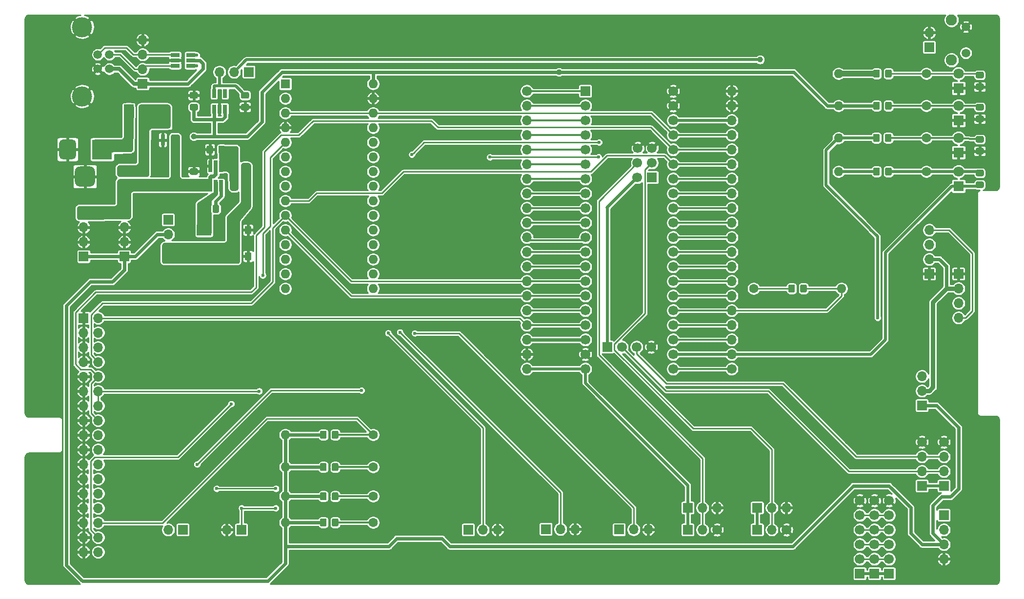
<source format=gbr>
G04 #@! TF.GenerationSoftware,KiCad,Pcbnew,(5.1.9)-1*
G04 #@! TF.CreationDate,2021-03-14T14:47:40+00:00*
G04 #@! TF.ProjectId,Greaseweazle F1 3.5 Inch Rev 2B,47726561-7365-4776-9561-7a6c65204631,2B*
G04 #@! TF.SameCoordinates,PX6312cb0PY6bcb370*
G04 #@! TF.FileFunction,Copper,L1,Top*
G04 #@! TF.FilePolarity,Positive*
%FSLAX46Y46*%
G04 Gerber Fmt 4.6, Leading zero omitted, Abs format (unit mm)*
G04 Created by KiCad (PCBNEW (5.1.9)-1) date 2021-03-14 14:47:40*
%MOMM*%
%LPD*%
G01*
G04 APERTURE LIST*
G04 #@! TA.AperFunction,ComponentPad*
%ADD10R,1.700000X1.700000*%
G04 #@! TD*
G04 #@! TA.AperFunction,ComponentPad*
%ADD11C,1.700000*%
G04 #@! TD*
G04 #@! TA.AperFunction,SMDPad,CuDef*
%ADD12R,0.650000X1.560000*%
G04 #@! TD*
G04 #@! TA.AperFunction,SMDPad,CuDef*
%ADD13R,1.560000X0.650000*%
G04 #@! TD*
G04 #@! TA.AperFunction,SMDPad,CuDef*
%ADD14R,0.650000X2.000000*%
G04 #@! TD*
G04 #@! TA.AperFunction,SMDPad,CuDef*
%ADD15R,0.800000X1.900000*%
G04 #@! TD*
G04 #@! TA.AperFunction,ComponentPad*
%ADD16O,1.700000X1.700000*%
G04 #@! TD*
G04 #@! TA.AperFunction,ComponentPad*
%ADD17C,4.064000*%
G04 #@! TD*
G04 #@! TA.AperFunction,ComponentPad*
%ADD18O,1.600000X1.600000*%
G04 #@! TD*
G04 #@! TA.AperFunction,ComponentPad*
%ADD19R,1.600000X1.600000*%
G04 #@! TD*
G04 #@! TA.AperFunction,SMDPad,CuDef*
%ADD20R,2.500000X1.900000*%
G04 #@! TD*
G04 #@! TA.AperFunction,ComponentPad*
%ADD21C,3.500120*%
G04 #@! TD*
G04 #@! TA.AperFunction,ComponentPad*
%ADD22C,1.501140*%
G04 #@! TD*
G04 #@! TA.AperFunction,ComponentPad*
%ADD23C,1.600000*%
G04 #@! TD*
G04 #@! TA.AperFunction,ComponentPad*
%ADD24R,1.800000X1.800000*%
G04 #@! TD*
G04 #@! TA.AperFunction,ComponentPad*
%ADD25C,1.800000*%
G04 #@! TD*
G04 #@! TA.AperFunction,ComponentPad*
%ADD26R,3.500000X3.500000*%
G04 #@! TD*
G04 #@! TA.AperFunction,ComponentPad*
%ADD27C,1.950000*%
G04 #@! TD*
G04 #@! TA.AperFunction,ComponentPad*
%ADD28C,1.508000*%
G04 #@! TD*
G04 #@! TA.AperFunction,ViaPad*
%ADD29C,0.600000*%
G04 #@! TD*
G04 #@! TA.AperFunction,ViaPad*
%ADD30C,1.000000*%
G04 #@! TD*
G04 #@! TA.AperFunction,Conductor*
%ADD31C,0.304800*%
G04 #@! TD*
G04 #@! TA.AperFunction,Conductor*
%ADD32C,0.600000*%
G04 #@! TD*
G04 #@! TA.AperFunction,Conductor*
%ADD33C,0.700000*%
G04 #@! TD*
G04 #@! TA.AperFunction,Conductor*
%ADD34C,0.250000*%
G04 #@! TD*
G04 #@! TA.AperFunction,Conductor*
%ADD35C,0.500000*%
G04 #@! TD*
G04 #@! TA.AperFunction,Conductor*
%ADD36C,0.750000*%
G04 #@! TD*
G04 #@! TA.AperFunction,Conductor*
%ADD37C,1.000000*%
G04 #@! TD*
G04 #@! TA.AperFunction,Conductor*
%ADD38C,0.254000*%
G04 #@! TD*
G04 #@! TA.AperFunction,Conductor*
%ADD39C,0.100000*%
G04 #@! TD*
G04 APERTURE END LIST*
D10*
X48514000Y3810000D03*
D11*
X51054000Y3810000D03*
X53594000Y3810000D03*
X56134000Y3810000D03*
X59944000Y48260000D03*
D10*
X44704000Y48260000D03*
D11*
X59944000Y45720000D03*
X44704000Y45720000D03*
X59944000Y43180000D03*
X44704000Y43180000D03*
X59944000Y40640000D03*
X44704000Y40640000D03*
X59944000Y38100000D03*
X44704000Y38100000D03*
X59944000Y35560000D03*
X44704000Y35560000D03*
X59944000Y33020000D03*
X44704000Y33020000D03*
X59944000Y30480000D03*
X44704000Y30480000D03*
X59944000Y27940000D03*
X44704000Y27940000D03*
X59944000Y25400000D03*
X44704000Y25400000D03*
X59944000Y22860000D03*
X44704000Y22860000D03*
X59944000Y20320000D03*
X44704000Y20320000D03*
X59944000Y17780000D03*
X44704000Y17780000D03*
X59944000Y15240000D03*
X44704000Y15240000D03*
X59944000Y12700000D03*
X44704000Y12700000D03*
X59944000Y10160000D03*
X44704000Y10160000D03*
X59944000Y7620000D03*
X44704000Y7620000D03*
X59944000Y5080000D03*
X44704000Y5080000D03*
X59944000Y2540000D03*
X44704000Y2540000D03*
X59944000Y0D03*
X44704000Y0D03*
X56273700Y35814000D03*
X56273700Y38354000D03*
D10*
X56273700Y33274000D03*
D11*
X53797200Y38354000D03*
X53733700Y35814000D03*
X53733700Y33274000D03*
X92329000Y-22860000D03*
X92329000Y-25400000D03*
X92329000Y-27940000D03*
X92329000Y-30480000D03*
X92329000Y-33020000D03*
D10*
X92329000Y-35560000D03*
D11*
X94869000Y-22860000D03*
X94869000Y-25400000D03*
X94869000Y-27940000D03*
X94869000Y-30480000D03*
X94869000Y-33020000D03*
D10*
X94869000Y-35560000D03*
D12*
X-19725999Y47857400D03*
X-17825999Y47857400D03*
X-17825999Y45157400D03*
X-18775999Y45157400D03*
X-19725999Y45157400D03*
D13*
X-23796000Y53594000D03*
X-23796000Y54544000D03*
X-23796000Y52644000D03*
X-26496000Y52644000D03*
X-26496000Y53594000D03*
X-26496000Y54544000D03*
D14*
X-18481000Y31818000D03*
X-19431000Y31818000D03*
X-20381000Y31818000D03*
X-20381000Y35238000D03*
X-19431000Y35238000D03*
X-18481000Y35238000D03*
D15*
X-27686000Y42775000D03*
X-26736000Y39775000D03*
X-28636000Y39775000D03*
G04 #@! TA.AperFunction,SMDPad,CuDef*
G36*
G01*
X-33922000Y41265000D02*
X-33922000Y40015000D01*
G75*
G02*
X-34172000Y39765000I-250000J0D01*
G01*
X-35097000Y39765000D01*
G75*
G02*
X-35347000Y40015000I0J250000D01*
G01*
X-35347000Y41265000D01*
G75*
G02*
X-35097000Y41515000I250000J0D01*
G01*
X-34172000Y41515000D01*
G75*
G02*
X-33922000Y41265000I0J-250000D01*
G01*
G37*
G04 #@! TD.AperFunction*
G04 #@! TA.AperFunction,SMDPad,CuDef*
G36*
G01*
X-30947000Y41265000D02*
X-30947000Y40015000D01*
G75*
G02*
X-31197000Y39765000I-250000J0D01*
G01*
X-32122000Y39765000D01*
G75*
G02*
X-32372000Y40015000I0J250000D01*
G01*
X-32372000Y41265000D01*
G75*
G02*
X-32122000Y41515000I250000J0D01*
G01*
X-31197000Y41515000D01*
G75*
G02*
X-30947000Y41265000I0J-250000D01*
G01*
G37*
G04 #@! TD.AperFunction*
D16*
X-32004000Y45085000D03*
D10*
X-34544000Y45085000D03*
D17*
X86113620Y-34935160D03*
X16113760Y59065160D03*
X16113760Y-34935160D03*
X86113620Y59065160D03*
D16*
X104394000Y58420000D03*
D10*
X104394000Y55880000D03*
D16*
X-17526000Y-27940000D03*
D10*
X-14986000Y-27940000D03*
D16*
X-27686000Y-27940000D03*
D10*
X-25146000Y-27940000D03*
D11*
X97409000Y-22860000D03*
X97409000Y-25400000D03*
X97409000Y-27940000D03*
X97409000Y-30480000D03*
X97409000Y-33020000D03*
D10*
X97409000Y-35560000D03*
D16*
X-35306000Y27152600D03*
X-35306000Y24612600D03*
X-35306000Y22072600D03*
D10*
X-35306000Y19532600D03*
D16*
X-32131000Y57150000D03*
X-32131000Y54610000D03*
X-32131000Y52070000D03*
D10*
X-32131000Y49530000D03*
D18*
X7874000Y13970000D03*
X-7366000Y13970000D03*
X7874000Y49530000D03*
X-7366000Y16510000D03*
X7874000Y46990000D03*
X-7366000Y19050000D03*
X7874000Y44450000D03*
X-7366000Y21590000D03*
X7874000Y41910000D03*
X-7366000Y24130000D03*
X7874000Y39370000D03*
X-7366000Y26670000D03*
X7874000Y36830000D03*
X-7366000Y29210000D03*
X7874000Y34290000D03*
X-7366000Y31750000D03*
X7874000Y31750000D03*
X-7366000Y34290000D03*
X7874000Y29210000D03*
X-7366000Y36830000D03*
X7874000Y26670000D03*
X-7366000Y39370000D03*
X7874000Y24130000D03*
X-7366000Y41910000D03*
X7874000Y21590000D03*
X-7366000Y44450000D03*
X7874000Y19050000D03*
X-7366000Y46990000D03*
X7874000Y16510000D03*
D19*
X-7366000Y49530000D03*
D20*
X-21463000Y19544000D03*
X-21463000Y24144000D03*
G04 #@! TA.AperFunction,SMDPad,CuDef*
G36*
G01*
X-19881000Y38550001D02*
X-19881000Y37649999D01*
G75*
G02*
X-20130999Y37400000I-249999J0D01*
G01*
X-20781001Y37400000D01*
G75*
G02*
X-21031000Y37649999I0J249999D01*
G01*
X-21031000Y38550001D01*
G75*
G02*
X-20781001Y38800000I249999J0D01*
G01*
X-20130999Y38800000D01*
G75*
G02*
X-19881000Y38550001I0J-249999D01*
G01*
G37*
G04 #@! TD.AperFunction*
G04 #@! TA.AperFunction,SMDPad,CuDef*
G36*
G01*
X-17831000Y38550001D02*
X-17831000Y37649999D01*
G75*
G02*
X-18080999Y37400000I-249999J0D01*
G01*
X-18731001Y37400000D01*
G75*
G02*
X-18981000Y37649999I0J249999D01*
G01*
X-18981000Y38550001D01*
G75*
G02*
X-18731001Y38800000I249999J0D01*
G01*
X-18080999Y38800000D01*
G75*
G02*
X-17831000Y38550001I0J-249999D01*
G01*
G37*
G04 #@! TD.AperFunction*
G04 #@! TA.AperFunction,SMDPad,CuDef*
G36*
G01*
X-15690000Y35375001D02*
X-15690000Y34474999D01*
G75*
G02*
X-15939999Y34225000I-249999J0D01*
G01*
X-16590001Y34225000D01*
G75*
G02*
X-16840000Y34474999I0J249999D01*
G01*
X-16840000Y35375001D01*
G75*
G02*
X-16590001Y35625000I249999J0D01*
G01*
X-15939999Y35625000D01*
G75*
G02*
X-15690000Y35375001I0J-249999D01*
G01*
G37*
G04 #@! TD.AperFunction*
G04 #@! TA.AperFunction,SMDPad,CuDef*
G36*
G01*
X-13640000Y35375001D02*
X-13640000Y34474999D01*
G75*
G02*
X-13889999Y34225000I-249999J0D01*
G01*
X-14540001Y34225000D01*
G75*
G02*
X-14790000Y34474999I0J249999D01*
G01*
X-14790000Y35375001D01*
G75*
G02*
X-14540001Y35625000I249999J0D01*
G01*
X-13889999Y35625000D01*
G75*
G02*
X-13640000Y35375001I0J-249999D01*
G01*
G37*
G04 #@! TD.AperFunction*
D16*
X-27686000Y20828000D03*
X-27686000Y23368000D03*
D10*
X-27686000Y25908000D03*
D16*
X-35306000Y31750000D03*
D10*
X-35306000Y34290000D03*
G04 #@! TA.AperFunction,SMDPad,CuDef*
G36*
G01*
X-14409000Y19107999D02*
X-14409000Y20008001D01*
G75*
G02*
X-14159001Y20258000I249999J0D01*
G01*
X-13508999Y20258000D01*
G75*
G02*
X-13259000Y20008001I0J-249999D01*
G01*
X-13259000Y19107999D01*
G75*
G02*
X-13508999Y18858000I-249999J0D01*
G01*
X-14159001Y18858000D01*
G75*
G02*
X-14409000Y19107999I0J249999D01*
G01*
G37*
G04 #@! TD.AperFunction*
G04 #@! TA.AperFunction,SMDPad,CuDef*
G36*
G01*
X-16459000Y19107999D02*
X-16459000Y20008001D01*
G75*
G02*
X-16209001Y20258000I249999J0D01*
G01*
X-15558999Y20258000D01*
G75*
G02*
X-15309000Y20008001I0J-249999D01*
G01*
X-15309000Y19107999D01*
G75*
G02*
X-15558999Y18858000I-249999J0D01*
G01*
X-16209001Y18858000D01*
G75*
G02*
X-16459000Y19107999I0J249999D01*
G01*
G37*
G04 #@! TD.AperFunction*
G04 #@! TA.AperFunction,SMDPad,CuDef*
G36*
G01*
X-14409000Y23679999D02*
X-14409000Y24580001D01*
G75*
G02*
X-14159001Y24830000I249999J0D01*
G01*
X-13508999Y24830000D01*
G75*
G02*
X-13259000Y24580001I0J-249999D01*
G01*
X-13259000Y23679999D01*
G75*
G02*
X-13508999Y23430000I-249999J0D01*
G01*
X-14159001Y23430000D01*
G75*
G02*
X-14409000Y23679999I0J249999D01*
G01*
G37*
G04 #@! TD.AperFunction*
G04 #@! TA.AperFunction,SMDPad,CuDef*
G36*
G01*
X-16459000Y23679999D02*
X-16459000Y24580001D01*
G75*
G02*
X-16209001Y24830000I249999J0D01*
G01*
X-15558999Y24830000D01*
G75*
G02*
X-15309000Y24580001I0J-249999D01*
G01*
X-15309000Y23679999D01*
G75*
G02*
X-15558999Y23430000I-249999J0D01*
G01*
X-16209001Y23430000D01*
G75*
G02*
X-16459000Y23679999I0J249999D01*
G01*
G37*
G04 #@! TD.AperFunction*
G04 #@! TA.AperFunction,SMDPad,CuDef*
G36*
G01*
X-15690000Y32073001D02*
X-15690000Y31172999D01*
G75*
G02*
X-15939999Y30923000I-249999J0D01*
G01*
X-16590001Y30923000D01*
G75*
G02*
X-16840000Y31172999I0J249999D01*
G01*
X-16840000Y32073001D01*
G75*
G02*
X-16590001Y32323000I249999J0D01*
G01*
X-15939999Y32323000D01*
G75*
G02*
X-15690000Y32073001I0J-249999D01*
G01*
G37*
G04 #@! TD.AperFunction*
G04 #@! TA.AperFunction,SMDPad,CuDef*
G36*
G01*
X-13640000Y32073001D02*
X-13640000Y31172999D01*
G75*
G02*
X-13889999Y30923000I-249999J0D01*
G01*
X-14540001Y30923000D01*
G75*
G02*
X-14790000Y31172999I0J249999D01*
G01*
X-14790000Y32073001D01*
G75*
G02*
X-14540001Y32323000I249999J0D01*
G01*
X-13889999Y32323000D01*
G75*
G02*
X-13640000Y32073001I0J-249999D01*
G01*
G37*
G04 #@! TD.AperFunction*
G04 #@! TA.AperFunction,SMDPad,CuDef*
G36*
G01*
X-19997000Y27362999D02*
X-19997000Y28263001D01*
G75*
G02*
X-19747001Y28513000I249999J0D01*
G01*
X-19096999Y28513000D01*
G75*
G02*
X-18847000Y28263001I0J-249999D01*
G01*
X-18847000Y27362999D01*
G75*
G02*
X-19096999Y27113000I-249999J0D01*
G01*
X-19747001Y27113000D01*
G75*
G02*
X-19997000Y27362999I0J249999D01*
G01*
G37*
G04 #@! TD.AperFunction*
G04 #@! TA.AperFunction,SMDPad,CuDef*
G36*
G01*
X-22047000Y27362999D02*
X-22047000Y28263001D01*
G75*
G02*
X-21797001Y28513000I249999J0D01*
G01*
X-21146999Y28513000D01*
G75*
G02*
X-20897000Y28263001I0J-249999D01*
G01*
X-20897000Y27362999D01*
G75*
G02*
X-21146999Y27113000I-249999J0D01*
G01*
X-21797001Y27113000D01*
G75*
G02*
X-22047000Y27362999I0J249999D01*
G01*
G37*
G04 #@! TD.AperFunction*
G04 #@! TA.AperFunction,SMDPad,CuDef*
G36*
G01*
X-22790999Y33724000D02*
X-23691001Y33724000D01*
G75*
G02*
X-23941000Y33973999I0J249999D01*
G01*
X-23941000Y34624001D01*
G75*
G02*
X-23691001Y34874000I249999J0D01*
G01*
X-22790999Y34874000D01*
G75*
G02*
X-22541000Y34624001I0J-249999D01*
G01*
X-22541000Y33973999D01*
G75*
G02*
X-22790999Y33724000I-249999J0D01*
G01*
G37*
G04 #@! TD.AperFunction*
G04 #@! TA.AperFunction,SMDPad,CuDef*
G36*
G01*
X-22790999Y31674000D02*
X-23691001Y31674000D01*
G75*
G02*
X-23941000Y31923999I0J249999D01*
G01*
X-23941000Y32574001D01*
G75*
G02*
X-23691001Y32824000I249999J0D01*
G01*
X-22790999Y32824000D01*
G75*
G02*
X-22541000Y32574001I0J-249999D01*
G01*
X-22541000Y31923999D01*
G75*
G02*
X-22790999Y31674000I-249999J0D01*
G01*
G37*
G04 #@! TD.AperFunction*
D21*
X-42621200Y47345600D03*
X-42621200Y59385200D03*
D22*
X-37896800Y54610000D03*
X-37896800Y52120800D03*
X-39903400Y52120800D03*
X-39903400Y54610000D03*
D16*
X103124000Y-1270000D03*
X103124000Y-3810000D03*
D10*
X103124000Y-6350000D03*
D16*
X109474000Y8890000D03*
X109474000Y11430000D03*
X109474000Y13970000D03*
D10*
X109474000Y16510000D03*
D16*
X29464000Y-27940000D03*
X26924000Y-27940000D03*
D10*
X24384000Y-27940000D03*
D16*
X42926000Y-27829200D03*
X40386000Y-27829200D03*
D10*
X37846000Y-27829200D03*
D16*
X55626000Y-27889200D03*
X53086000Y-27889200D03*
D10*
X50546000Y-27889200D03*
D16*
X-18796000Y51587400D03*
X-16256000Y51587400D03*
D10*
X-13716000Y51587400D03*
D16*
X104394000Y24130000D03*
X104394000Y21590000D03*
X104394000Y19050000D03*
D10*
X104394000Y16510000D03*
X106934000Y-20320000D03*
D16*
X106934000Y-17780000D03*
X106934000Y-15240000D03*
D11*
X106934000Y-12700000D03*
X103124000Y-12700000D03*
D16*
X103124000Y-15240000D03*
X103124000Y-17780000D03*
D10*
X103124000Y-20320000D03*
G04 #@! TA.AperFunction,SMDPad,CuDef*
G36*
G01*
X-14801001Y46057400D02*
X-13900999Y46057400D01*
G75*
G02*
X-13651000Y45807401I0J-249999D01*
G01*
X-13651000Y45157399D01*
G75*
G02*
X-13900999Y44907400I-249999J0D01*
G01*
X-14801001Y44907400D01*
G75*
G02*
X-15051000Y45157399I0J249999D01*
G01*
X-15051000Y45807401D01*
G75*
G02*
X-14801001Y46057400I249999J0D01*
G01*
G37*
G04 #@! TD.AperFunction*
G04 #@! TA.AperFunction,SMDPad,CuDef*
G36*
G01*
X-14801001Y48107400D02*
X-13900999Y48107400D01*
G75*
G02*
X-13651000Y47857401I0J-249999D01*
G01*
X-13651000Y47207399D01*
G75*
G02*
X-13900999Y46957400I-249999J0D01*
G01*
X-14801001Y46957400D01*
G75*
G02*
X-15051000Y47207399I0J249999D01*
G01*
X-15051000Y47857401D01*
G75*
G02*
X-14801001Y48107400I249999J0D01*
G01*
G37*
G04 #@! TD.AperFunction*
G04 #@! TA.AperFunction,SMDPad,CuDef*
G36*
G01*
X-22790999Y46957400D02*
X-23691001Y46957400D01*
G75*
G02*
X-23941000Y47207399I0J249999D01*
G01*
X-23941000Y47857401D01*
G75*
G02*
X-23691001Y48107400I249999J0D01*
G01*
X-22790999Y48107400D01*
G75*
G02*
X-22541000Y47857401I0J-249999D01*
G01*
X-22541000Y47207399D01*
G75*
G02*
X-22790999Y46957400I-249999J0D01*
G01*
G37*
G04 #@! TD.AperFunction*
G04 #@! TA.AperFunction,SMDPad,CuDef*
G36*
G01*
X-22790999Y44907400D02*
X-23691001Y44907400D01*
G75*
G02*
X-23941000Y45157399I0J249999D01*
G01*
X-23941000Y45807401D01*
G75*
G02*
X-23691001Y46057400I249999J0D01*
G01*
X-22790999Y46057400D01*
G75*
G02*
X-22541000Y45807401I0J-249999D01*
G01*
X-22541000Y45157399D01*
G75*
G02*
X-22790999Y44907400I-249999J0D01*
G01*
G37*
G04 #@! TD.AperFunction*
D23*
X103886000Y51308000D03*
D18*
X88646000Y51308000D03*
D24*
X109474000Y48768000D03*
D25*
X109474000Y51308000D03*
G04 #@! TA.AperFunction,SMDPad,CuDef*
G36*
G01*
X95816000Y51758001D02*
X95816000Y50857999D01*
G75*
G02*
X95566001Y50608000I-249999J0D01*
G01*
X94915999Y50608000D01*
G75*
G02*
X94666000Y50857999I0J249999D01*
G01*
X94666000Y51758001D01*
G75*
G02*
X94915999Y52008000I249999J0D01*
G01*
X95566001Y52008000D01*
G75*
G02*
X95816000Y51758001I0J-249999D01*
G01*
G37*
G04 #@! TD.AperFunction*
G04 #@! TA.AperFunction,SMDPad,CuDef*
G36*
G01*
X97866000Y51758001D02*
X97866000Y50857999D01*
G75*
G02*
X97616001Y50608000I-249999J0D01*
G01*
X96965999Y50608000D01*
G75*
G02*
X96716000Y50857999I0J249999D01*
G01*
X96716000Y51758001D01*
G75*
G02*
X96965999Y52008000I249999J0D01*
G01*
X97616001Y52008000D01*
G75*
G02*
X97866000Y51758001I0J-249999D01*
G01*
G37*
G04 #@! TD.AperFunction*
G04 #@! TA.AperFunction,SMDPad,CuDef*
G36*
G01*
X113607001Y50488000D02*
X112706999Y50488000D01*
G75*
G02*
X112457000Y50737999I0J249999D01*
G01*
X112457000Y51388001D01*
G75*
G02*
X112706999Y51638000I249999J0D01*
G01*
X113607001Y51638000D01*
G75*
G02*
X113857000Y51388001I0J-249999D01*
G01*
X113857000Y50737999D01*
G75*
G02*
X113607001Y50488000I-249999J0D01*
G01*
G37*
G04 #@! TD.AperFunction*
G04 #@! TA.AperFunction,SMDPad,CuDef*
G36*
G01*
X113607001Y48438000D02*
X112706999Y48438000D01*
G75*
G02*
X112457000Y48687999I0J249999D01*
G01*
X112457000Y49338001D01*
G75*
G02*
X112706999Y49588000I249999J0D01*
G01*
X113607001Y49588000D01*
G75*
G02*
X113857000Y49338001I0J-249999D01*
G01*
X113857000Y48687999D01*
G75*
G02*
X113607001Y48438000I-249999J0D01*
G01*
G37*
G04 #@! TD.AperFunction*
G04 #@! TA.AperFunction,SMDPad,CuDef*
G36*
G01*
X95816000Y46170001D02*
X95816000Y45269999D01*
G75*
G02*
X95566001Y45020000I-249999J0D01*
G01*
X94915999Y45020000D01*
G75*
G02*
X94666000Y45269999I0J249999D01*
G01*
X94666000Y46170001D01*
G75*
G02*
X94915999Y46420000I249999J0D01*
G01*
X95566001Y46420000D01*
G75*
G02*
X95816000Y46170001I0J-249999D01*
G01*
G37*
G04 #@! TD.AperFunction*
G04 #@! TA.AperFunction,SMDPad,CuDef*
G36*
G01*
X97866000Y46170001D02*
X97866000Y45269999D01*
G75*
G02*
X97616001Y45020000I-249999J0D01*
G01*
X96965999Y45020000D01*
G75*
G02*
X96716000Y45269999I0J249999D01*
G01*
X96716000Y46170001D01*
G75*
G02*
X96965999Y46420000I249999J0D01*
G01*
X97616001Y46420000D01*
G75*
G02*
X97866000Y46170001I0J-249999D01*
G01*
G37*
G04 #@! TD.AperFunction*
G04 #@! TA.AperFunction,SMDPad,CuDef*
G36*
G01*
X95816000Y34740001D02*
X95816000Y33839999D01*
G75*
G02*
X95566001Y33590000I-249999J0D01*
G01*
X94915999Y33590000D01*
G75*
G02*
X94666000Y33839999I0J249999D01*
G01*
X94666000Y34740001D01*
G75*
G02*
X94915999Y34990000I249999J0D01*
G01*
X95566001Y34990000D01*
G75*
G02*
X95816000Y34740001I0J-249999D01*
G01*
G37*
G04 #@! TD.AperFunction*
G04 #@! TA.AperFunction,SMDPad,CuDef*
G36*
G01*
X97866000Y34740001D02*
X97866000Y33839999D01*
G75*
G02*
X97616001Y33590000I-249999J0D01*
G01*
X96965999Y33590000D01*
G75*
G02*
X96716000Y33839999I0J249999D01*
G01*
X96716000Y34740001D01*
G75*
G02*
X96965999Y34990000I249999J0D01*
G01*
X97616001Y34990000D01*
G75*
G02*
X97866000Y34740001I0J-249999D01*
G01*
G37*
G04 #@! TD.AperFunction*
G04 #@! TA.AperFunction,SMDPad,CuDef*
G36*
G01*
X95790600Y40582001D02*
X95790600Y39681999D01*
G75*
G02*
X95540601Y39432000I-249999J0D01*
G01*
X94890599Y39432000D01*
G75*
G02*
X94640600Y39681999I0J249999D01*
G01*
X94640600Y40582001D01*
G75*
G02*
X94890599Y40832000I249999J0D01*
G01*
X95540601Y40832000D01*
G75*
G02*
X95790600Y40582001I0J-249999D01*
G01*
G37*
G04 #@! TD.AperFunction*
G04 #@! TA.AperFunction,SMDPad,CuDef*
G36*
G01*
X97840600Y40582001D02*
X97840600Y39681999D01*
G75*
G02*
X97590601Y39432000I-249999J0D01*
G01*
X96940599Y39432000D01*
G75*
G02*
X96690600Y39681999I0J249999D01*
G01*
X96690600Y40582001D01*
G75*
G02*
X96940599Y40832000I249999J0D01*
G01*
X97590601Y40832000D01*
G75*
G02*
X97840600Y40582001I0J-249999D01*
G01*
G37*
G04 #@! TD.AperFunction*
G04 #@! TA.AperFunction,SMDPad,CuDef*
G36*
G01*
X81984000Y13519999D02*
X81984000Y14420001D01*
G75*
G02*
X82233999Y14670000I249999J0D01*
G01*
X82884001Y14670000D01*
G75*
G02*
X83134000Y14420001I0J-249999D01*
G01*
X83134000Y13519999D01*
G75*
G02*
X82884001Y13270000I-249999J0D01*
G01*
X82233999Y13270000D01*
G75*
G02*
X81984000Y13519999I0J249999D01*
G01*
G37*
G04 #@! TD.AperFunction*
G04 #@! TA.AperFunction,SMDPad,CuDef*
G36*
G01*
X79934000Y13519999D02*
X79934000Y14420001D01*
G75*
G02*
X80183999Y14670000I249999J0D01*
G01*
X80834001Y14670000D01*
G75*
G02*
X81084000Y14420001I0J-249999D01*
G01*
X81084000Y13519999D01*
G75*
G02*
X80834001Y13270000I-249999J0D01*
G01*
X80183999Y13270000D01*
G75*
G02*
X79934000Y13519999I0J249999D01*
G01*
G37*
G04 #@! TD.AperFunction*
G04 #@! TA.AperFunction,SMDPad,CuDef*
G36*
G01*
X704000Y-11880001D02*
X704000Y-10979999D01*
G75*
G02*
X953999Y-10730000I249999J0D01*
G01*
X1604001Y-10730000D01*
G75*
G02*
X1854000Y-10979999I0J-249999D01*
G01*
X1854000Y-11880001D01*
G75*
G02*
X1604001Y-12130000I-249999J0D01*
G01*
X953999Y-12130000D01*
G75*
G02*
X704000Y-11880001I0J249999D01*
G01*
G37*
G04 #@! TD.AperFunction*
G04 #@! TA.AperFunction,SMDPad,CuDef*
G36*
G01*
X-1346000Y-11880001D02*
X-1346000Y-10979999D01*
G75*
G02*
X-1096001Y-10730000I249999J0D01*
G01*
X-445999Y-10730000D01*
G75*
G02*
X-196000Y-10979999I0J-249999D01*
G01*
X-196000Y-11880001D01*
G75*
G02*
X-445999Y-12130000I-249999J0D01*
G01*
X-1096001Y-12130000D01*
G75*
G02*
X-1346000Y-11880001I0J249999D01*
G01*
G37*
G04 #@! TD.AperFunction*
G04 #@! TA.AperFunction,SMDPad,CuDef*
G36*
G01*
X704000Y-17493401D02*
X704000Y-16593399D01*
G75*
G02*
X953999Y-16343400I249999J0D01*
G01*
X1604001Y-16343400D01*
G75*
G02*
X1854000Y-16593399I0J-249999D01*
G01*
X1854000Y-17493401D01*
G75*
G02*
X1604001Y-17743400I-249999J0D01*
G01*
X953999Y-17743400D01*
G75*
G02*
X704000Y-17493401I0J249999D01*
G01*
G37*
G04 #@! TD.AperFunction*
G04 #@! TA.AperFunction,SMDPad,CuDef*
G36*
G01*
X-1346000Y-17493401D02*
X-1346000Y-16593399D01*
G75*
G02*
X-1096001Y-16343400I249999J0D01*
G01*
X-445999Y-16343400D01*
G75*
G02*
X-196000Y-16593399I0J-249999D01*
G01*
X-196000Y-17493401D01*
G75*
G02*
X-445999Y-17743400I-249999J0D01*
G01*
X-1096001Y-17743400D01*
G75*
G02*
X-1346000Y-17493401I0J249999D01*
G01*
G37*
G04 #@! TD.AperFunction*
G04 #@! TA.AperFunction,SMDPad,CuDef*
G36*
G01*
X704000Y-22573401D02*
X704000Y-21673399D01*
G75*
G02*
X953999Y-21423400I249999J0D01*
G01*
X1604001Y-21423400D01*
G75*
G02*
X1854000Y-21673399I0J-249999D01*
G01*
X1854000Y-22573401D01*
G75*
G02*
X1604001Y-22823400I-249999J0D01*
G01*
X953999Y-22823400D01*
G75*
G02*
X704000Y-22573401I0J249999D01*
G01*
G37*
G04 #@! TD.AperFunction*
G04 #@! TA.AperFunction,SMDPad,CuDef*
G36*
G01*
X-1346000Y-22573401D02*
X-1346000Y-21673399D01*
G75*
G02*
X-1096001Y-21423400I249999J0D01*
G01*
X-445999Y-21423400D01*
G75*
G02*
X-196000Y-21673399I0J-249999D01*
G01*
X-196000Y-22573401D01*
G75*
G02*
X-445999Y-22823400I-249999J0D01*
G01*
X-1096001Y-22823400D01*
G75*
G02*
X-1346000Y-22573401I0J249999D01*
G01*
G37*
G04 #@! TD.AperFunction*
G04 #@! TA.AperFunction,SMDPad,CuDef*
G36*
G01*
X704000Y-27120001D02*
X704000Y-26219999D01*
G75*
G02*
X953999Y-25970000I249999J0D01*
G01*
X1604001Y-25970000D01*
G75*
G02*
X1854000Y-26219999I0J-249999D01*
G01*
X1854000Y-27120001D01*
G75*
G02*
X1604001Y-27370000I-249999J0D01*
G01*
X953999Y-27370000D01*
G75*
G02*
X704000Y-27120001I0J249999D01*
G01*
G37*
G04 #@! TD.AperFunction*
G04 #@! TA.AperFunction,SMDPad,CuDef*
G36*
G01*
X-1346000Y-27120001D02*
X-1346000Y-26219999D01*
G75*
G02*
X-1096001Y-25970000I249999J0D01*
G01*
X-445999Y-25970000D01*
G75*
G02*
X-196000Y-26219999I0J-249999D01*
G01*
X-196000Y-27120001D01*
G75*
G02*
X-445999Y-27370000I-249999J0D01*
G01*
X-1096001Y-27370000D01*
G75*
G02*
X-1346000Y-27120001I0J249999D01*
G01*
G37*
G04 #@! TD.AperFunction*
G04 #@! TA.AperFunction,SMDPad,CuDef*
G36*
G01*
X113607001Y44900000D02*
X112706999Y44900000D01*
G75*
G02*
X112457000Y45149999I0J249999D01*
G01*
X112457000Y45800001D01*
G75*
G02*
X112706999Y46050000I249999J0D01*
G01*
X113607001Y46050000D01*
G75*
G02*
X113857000Y45800001I0J-249999D01*
G01*
X113857000Y45149999D01*
G75*
G02*
X113607001Y44900000I-249999J0D01*
G01*
G37*
G04 #@! TD.AperFunction*
G04 #@! TA.AperFunction,SMDPad,CuDef*
G36*
G01*
X113607001Y42850000D02*
X112706999Y42850000D01*
G75*
G02*
X112457000Y43099999I0J249999D01*
G01*
X112457000Y43750001D01*
G75*
G02*
X112706999Y44000000I249999J0D01*
G01*
X113607001Y44000000D01*
G75*
G02*
X113857000Y43750001I0J-249999D01*
G01*
X113857000Y43099999D01*
G75*
G02*
X113607001Y42850000I-249999J0D01*
G01*
G37*
G04 #@! TD.AperFunction*
G04 #@! TA.AperFunction,SMDPad,CuDef*
G36*
G01*
X113607001Y31420000D02*
X112706999Y31420000D01*
G75*
G02*
X112457000Y31669999I0J249999D01*
G01*
X112457000Y32320001D01*
G75*
G02*
X112706999Y32570000I249999J0D01*
G01*
X113607001Y32570000D01*
G75*
G02*
X113857000Y32320001I0J-249999D01*
G01*
X113857000Y31669999D01*
G75*
G02*
X113607001Y31420000I-249999J0D01*
G01*
G37*
G04 #@! TD.AperFunction*
G04 #@! TA.AperFunction,SMDPad,CuDef*
G36*
G01*
X113607001Y33470000D02*
X112706999Y33470000D01*
G75*
G02*
X112457000Y33719999I0J249999D01*
G01*
X112457000Y34370001D01*
G75*
G02*
X112706999Y34620000I249999J0D01*
G01*
X113607001Y34620000D01*
G75*
G02*
X113857000Y34370001I0J-249999D01*
G01*
X113857000Y33719999D01*
G75*
G02*
X113607001Y33470000I-249999J0D01*
G01*
G37*
G04 #@! TD.AperFunction*
G04 #@! TA.AperFunction,SMDPad,CuDef*
G36*
G01*
X113607001Y39312000D02*
X112706999Y39312000D01*
G75*
G02*
X112457000Y39561999I0J249999D01*
G01*
X112457000Y40212001D01*
G75*
G02*
X112706999Y40462000I249999J0D01*
G01*
X113607001Y40462000D01*
G75*
G02*
X113857000Y40212001I0J-249999D01*
G01*
X113857000Y39561999D01*
G75*
G02*
X113607001Y39312000I-249999J0D01*
G01*
G37*
G04 #@! TD.AperFunction*
G04 #@! TA.AperFunction,SMDPad,CuDef*
G36*
G01*
X113607001Y37262000D02*
X112706999Y37262000D01*
G75*
G02*
X112457000Y37511999I0J249999D01*
G01*
X112457000Y38162001D01*
G75*
G02*
X112706999Y38412000I249999J0D01*
G01*
X113607001Y38412000D01*
G75*
G02*
X113857000Y38162001I0J-249999D01*
G01*
X113857000Y37511999D01*
G75*
G02*
X113607001Y37262000I-249999J0D01*
G01*
G37*
G04 #@! TD.AperFunction*
X109474000Y34290000D03*
D24*
X109474000Y31750000D03*
X109474000Y37592000D03*
D25*
X109474000Y40132000D03*
X109474000Y45720000D03*
D24*
X109474000Y43180000D03*
D23*
X73914000Y13970000D03*
D18*
X89154000Y13970000D03*
X-7366000Y-11430000D03*
D23*
X7874000Y-11430000D03*
X7874000Y-17018000D03*
D18*
X-7366000Y-17018000D03*
X-7366000Y-22098000D03*
D23*
X7874000Y-22098000D03*
X7874000Y-26670000D03*
D18*
X-7366000Y-26670000D03*
X88646000Y34290000D03*
D23*
X103886000Y34290000D03*
X103886000Y40132000D03*
D18*
X88646000Y40132000D03*
X88646000Y45720000D03*
D23*
X103886000Y45720000D03*
D16*
X34544000Y0D03*
X34544000Y2540000D03*
X34544000Y5080000D03*
X34544000Y7620000D03*
X34544000Y10160000D03*
X34544000Y12700000D03*
X34544000Y15240000D03*
X34544000Y17780000D03*
X34544000Y20320000D03*
X34544000Y22860000D03*
X34544000Y25400000D03*
X34544000Y27940000D03*
X34544000Y30480000D03*
X34544000Y33020000D03*
X34544000Y35560000D03*
X34544000Y38100000D03*
X34544000Y40640000D03*
X34544000Y43180000D03*
X34544000Y45720000D03*
D11*
X34544000Y48260000D03*
D16*
X70104000Y48260000D03*
X70104000Y45720000D03*
X70104000Y43180000D03*
X70104000Y40640000D03*
X70104000Y38100000D03*
X70104000Y35560000D03*
X70104000Y33020000D03*
X70104000Y30480000D03*
X70104000Y27940000D03*
X70104000Y25400000D03*
X70104000Y22860000D03*
X70104000Y20320000D03*
X70104000Y17780000D03*
X70104000Y15240000D03*
X70104000Y12700000D03*
X70104000Y10160000D03*
X70104000Y7620000D03*
X70104000Y5080000D03*
X70104000Y2540000D03*
D11*
X70104000Y0D03*
D16*
X79603600Y-24130000D03*
X77063600Y-24130000D03*
D10*
X74523600Y-24130000D03*
D16*
X67564000Y-24130000D03*
X65024000Y-24130000D03*
D10*
X62484000Y-24130000D03*
X62484000Y-27940000D03*
D16*
X65024000Y-27940000D03*
D11*
X67564000Y-27940000D03*
D10*
X74523600Y-27940000D03*
D16*
X77063600Y-27940000D03*
D11*
X79603600Y-27940000D03*
D16*
X106934000Y-33020000D03*
X106934000Y-30480000D03*
X106934000Y-27940000D03*
D10*
X106934000Y-25400000D03*
G04 #@! TA.AperFunction,ComponentPad*
G36*
G01*
X-43888600Y32551400D02*
X-43888600Y34301400D01*
G75*
G02*
X-43013600Y35176400I875000J0D01*
G01*
X-41263600Y35176400D01*
G75*
G02*
X-40388600Y34301400I0J-875000D01*
G01*
X-40388600Y32551400D01*
G75*
G02*
X-41263600Y31676400I-875000J0D01*
G01*
X-43013600Y31676400D01*
G75*
G02*
X-43888600Y32551400I0J875000D01*
G01*
G37*
G04 #@! TD.AperFunction*
G04 #@! TA.AperFunction,ComponentPad*
G36*
G01*
X-46638600Y37126400D02*
X-46638600Y39126400D01*
G75*
G02*
X-45888600Y39876400I750000J0D01*
G01*
X-44388600Y39876400D01*
G75*
G02*
X-43638600Y39126400I0J-750000D01*
G01*
X-43638600Y37126400D01*
G75*
G02*
X-44388600Y36376400I-750000J0D01*
G01*
X-45888600Y36376400D01*
G75*
G02*
X-46638600Y37126400I0J750000D01*
G01*
G37*
G04 #@! TD.AperFunction*
D26*
X-39138600Y38126400D03*
D27*
X108244000Y60650000D03*
X108244000Y53650000D03*
D28*
X110744000Y59425000D03*
X110744000Y54875000D03*
D10*
X-42367200Y19532600D03*
D16*
X-42367200Y22072600D03*
X-42367200Y24612600D03*
X-42367200Y27152600D03*
X-39852600Y-31800800D03*
X-42392600Y-31800800D03*
X-39852600Y-29260800D03*
X-42392600Y-29260800D03*
X-39852600Y-26720800D03*
X-42392600Y-26720800D03*
X-39852600Y-24180800D03*
X-42392600Y-24180800D03*
X-39852600Y-21640800D03*
X-42392600Y-21640800D03*
X-39852600Y-19100800D03*
X-42392600Y-19100800D03*
X-39852600Y-16560800D03*
X-42392600Y-16560800D03*
X-39852600Y-14020800D03*
X-42392600Y-14020800D03*
X-39852600Y-11480800D03*
X-42392600Y-11480800D03*
X-39852600Y-8940800D03*
X-42392600Y-8940800D03*
X-39852600Y-6400800D03*
X-42392600Y-6400800D03*
X-39852600Y-3860800D03*
X-42392600Y-3860800D03*
X-39852600Y-1320800D03*
X-42392600Y-1320800D03*
X-39852600Y1219200D03*
X-42392600Y1219200D03*
X-39852600Y3759200D03*
X-42392600Y3759200D03*
X-39852600Y6299200D03*
X-42392600Y6299200D03*
X-39852600Y8839200D03*
D10*
X-42392600Y8839200D03*
D29*
X5334000Y29210000D03*
X2794000Y21590000D03*
X-51816000Y15240000D03*
X-51816000Y-7620000D03*
X-51816000Y-15240000D03*
X-51816000Y-36830000D03*
X-51714400Y45516800D03*
X96901000Y60833000D03*
X115824000Y-36830000D03*
X105410000Y36576000D03*
X52476400Y20116800D03*
X49149000Y40640000D03*
X-2286000Y27940000D03*
X14224000Y41910000D03*
X97409000Y29845000D03*
X77089000Y25400000D03*
X57404000Y30480000D03*
X57404000Y27940000D03*
X27559000Y46355000D03*
X-51816000Y60960000D03*
X115824000Y-9017000D03*
X112014000Y29210000D03*
X112014000Y24130000D03*
X112014000Y21590000D03*
X112014000Y6350000D03*
X112014000Y3683000D03*
X112014000Y-2286000D03*
X112014000Y-7620000D03*
X115824000Y-24765000D03*
X51689000Y60960000D03*
X33274000Y-36830000D03*
X46609000Y-36830000D03*
X59944000Y-36830000D03*
X70739000Y-36830000D03*
X99949000Y-36830000D03*
X115697000Y60833000D03*
X115697000Y35941000D03*
X115697000Y41656000D03*
X115697000Y52959000D03*
X99314000Y-8890000D03*
X91694000Y-3810000D03*
X81534000Y-1270000D03*
X81534000Y19050000D03*
X85471000Y-24130000D03*
X18034000Y31750000D03*
X28194000Y31750000D03*
X20574000Y21590000D03*
X254000Y11430000D03*
X-9144000Y-6680200D03*
X-17526000Y-13970000D03*
X-11176000Y-34925000D03*
X76454000Y34290000D03*
X84734400Y40614600D03*
X89636600Y26060400D03*
X78994000Y46990000D03*
X30734000Y57150000D03*
X63754000Y57150000D03*
X23114000Y29210000D03*
X25654000Y-1270000D03*
X56134000Y-19050000D03*
X43434000Y-19050000D03*
X33274000Y-19050000D03*
X-32131000Y-34925000D03*
X-25146000Y3810000D03*
X-31496000Y16510000D03*
X-3556000Y48514000D03*
X15494000Y-24130000D03*
X18034000Y-19050000D03*
X9017000Y-8788400D03*
X-28194000Y-22606000D03*
X-2286000Y-33274000D03*
X-7366000Y57150000D03*
X20320000Y43434000D03*
X27940000Y43434000D03*
X14224000Y47752000D03*
X2794000Y46990000D03*
X-3048000Y41148000D03*
X4572000Y40640000D03*
X5334000Y13970000D03*
X20066000Y13970000D03*
X28448000Y10668000D03*
X18288000Y10922000D03*
X19304000Y3556000D03*
X30480000Y2286000D03*
X-20447000Y36830000D03*
X-21717000Y34417000D03*
X-29057600Y53594000D03*
X-21463000Y48514000D03*
X-15875000Y45466000D03*
X-13843000Y18288000D03*
X-13843000Y25400000D03*
X-26416000Y48260000D03*
X-46736000Y53340000D03*
X-2286000Y57150000D03*
X4064000Y57150000D03*
X28194000Y22860000D03*
X-18796000Y5080000D03*
X7874000Y0D03*
X-31496000Y27940000D03*
X-51816000Y5080000D03*
X-51816000Y-25400000D03*
X96774000Y-1270000D03*
X100584000Y3810000D03*
X76454000Y21590000D03*
X84074000Y21590000D03*
X86614000Y17780000D03*
X25654000Y19050000D03*
X18034000Y25400000D03*
X52324000Y48260000D03*
X51054000Y10160000D03*
X91694000Y57150000D03*
X77724000Y57150000D03*
X56134000Y57150000D03*
X47244000Y57150000D03*
X39624000Y57150000D03*
X-32766000Y5080000D03*
X-30226000Y-6350000D03*
X-28956000Y-17780000D03*
X-30226000Y-12700000D03*
X-28956000Y-25400000D03*
X-21336000Y-35052000D03*
X-14986000Y-22860000D03*
X-16891000Y-19939000D03*
X10414000Y-15240000D03*
X20574000Y-15240000D03*
X68834000Y-19050000D03*
X73914000Y-19050000D03*
X80264000Y-19050000D03*
X254000Y5080000D03*
X-27686000Y7620000D03*
X-16256000Y10160000D03*
X-32766000Y10160000D03*
X-36576000Y12446000D03*
X-23114000Y12192000D03*
X-6375400Y2997200D03*
X-4292600Y6680200D03*
X-1828800Y38430200D03*
X-11303000Y52374800D03*
X88366600Y-27559000D03*
X-29083000Y37465000D03*
X-28956000Y34290000D03*
X-13716000Y38100000D03*
X-28956000Y46990000D03*
X-18796000Y25400000D03*
X-13843000Y20828000D03*
X-13843000Y22860000D03*
X-22733000Y54483000D03*
X-22748190Y52644000D03*
D30*
X40132000Y51562000D03*
X-23240998Y40386000D03*
D29*
X-16738600Y-6070602D03*
X-9017002Y-24180800D03*
X-14935200Y-24180800D03*
X-19266801Y-20790801D03*
X-9005201Y-20790801D03*
X-22656800Y-16560800D03*
X5867400Y-3733800D03*
X-11277600Y16256000D03*
X-11887200Y-3860800D03*
X28149001Y36785001D03*
X46990000Y36830000D03*
X15113000Y6197600D03*
X12522198Y6375400D03*
X95427800Y8890000D03*
D30*
X75031602Y53721000D03*
D29*
X47117000Y39358849D03*
X14605000Y37236400D03*
X10490200Y6223000D03*
D31*
X-42367200Y22072600D02*
X-35204400Y22072600D01*
X-42367200Y24612600D02*
X-35204400Y24612600D01*
D32*
X106540300Y-33070800D02*
X106553000Y-33083500D01*
D33*
X-32004000Y40897000D02*
X-31747000Y40640000D01*
X-32004000Y45085000D02*
X-32004000Y40897000D01*
X-31877000Y34290000D02*
X-35306000Y34290000D01*
X-31877000Y42161000D02*
X-31877000Y34290000D01*
X-31747000Y42291000D02*
X-31877000Y42161000D01*
X-27702000Y42291000D02*
X-31747000Y42291000D01*
X-27686000Y42275000D02*
X-27702000Y42291000D01*
X-31877000Y34290000D02*
X-31877000Y34290000D01*
D31*
X44704000Y27940000D02*
X34544000Y27940000D01*
D34*
X73914000Y13970000D02*
X80509000Y13970000D01*
X-24046000Y54544000D02*
X-22794000Y54544000D01*
X-22794000Y54544000D02*
X-22733000Y54483000D01*
D31*
X44704000Y30480000D02*
X34544000Y30480000D01*
D34*
X-24046000Y52644000D02*
X-22748190Y52644000D01*
D32*
X95250000Y45768500D02*
X95241000Y45720000D01*
X95241000Y45720000D02*
X88646000Y45720000D01*
X-7366000Y-11430000D02*
X-771000Y-11430000D01*
X-7366000Y-17018000D02*
X-7366000Y-11430000D01*
X-1051800Y-17018000D02*
X-7366000Y-17018000D01*
X-988300Y-17005300D02*
X-1026400Y-17043400D01*
X-1026400Y-17043400D02*
X-1051800Y-17018000D01*
X-1026400Y-22123400D02*
X-1051800Y-22098000D01*
X-1051800Y-22098000D02*
X-7366000Y-22098000D01*
X-7366000Y-26670000D02*
X-771000Y-26670000D01*
X34544000Y5080000D02*
X44704000Y5080000D01*
X-19725999Y45407400D02*
X-19725999Y44127400D01*
X-29591000Y23368000D02*
X-27686000Y23368000D01*
X-33426400Y19532600D02*
X-29591000Y23368000D01*
X-35306000Y19532600D02*
X-33426400Y19532600D01*
X7874000Y51562000D02*
X7874000Y49530000D01*
X86690200Y45720000D02*
X88646000Y45720000D01*
X7874000Y49530000D02*
X7874000Y51562000D01*
X7874000Y51562000D02*
X40132000Y51562000D01*
X80848200Y51562000D02*
X86690200Y45720000D01*
X-35204400Y19532600D02*
X-42367200Y19532600D01*
X-35306000Y19532600D02*
X-35204400Y19532600D01*
X40132000Y51562000D02*
X80848200Y51562000D01*
X-7366000Y-22098000D02*
X-7366000Y-17018000D01*
X-7366000Y-22098000D02*
X-7366000Y-26670000D01*
X-41249600Y15113000D02*
X-37363400Y15113000D01*
X-35306000Y17170400D02*
X-35306000Y19532600D01*
X-45339000Y11023600D02*
X-41249600Y15113000D01*
X-42595800Y-36830000D02*
X-45339000Y-34086800D01*
X-10414000Y-36830000D02*
X-42595800Y-36830000D01*
X-37363400Y15113000D02*
X-35306000Y17170400D01*
X-45339000Y-34086800D02*
X-45339000Y11023600D01*
X-7366000Y-33782000D02*
X-10414000Y-36830000D01*
X-7366000Y-26670000D02*
X-7366000Y-33782000D01*
X-13970000Y40386000D02*
X-23240998Y40386000D01*
X-11430000Y48056002D02*
X-11430000Y42926000D01*
X7874000Y51562000D02*
X-7924002Y51562000D01*
X-11430000Y42926000D02*
X-13970000Y40386000D01*
X-7924002Y51562000D02*
X-11430000Y48056002D01*
X-19725999Y40386000D02*
X-23240998Y40386000D01*
X-19725999Y45407400D02*
X-19725999Y40386000D01*
X10591800Y-30810200D02*
X-7289800Y-30810200D01*
X19827834Y-29464000D02*
X11938000Y-29464000D01*
X-7366000Y-30734000D02*
X-7366000Y-26670000D01*
X21174034Y-30810200D02*
X19827834Y-29464000D01*
X-7289800Y-30810200D02*
X-7366000Y-30734000D01*
X80695800Y-30810200D02*
X21174034Y-30810200D01*
X91186000Y-20320000D02*
X80695800Y-30810200D01*
X97427381Y-20320000D02*
X91186000Y-20320000D01*
X101168200Y-24060819D02*
X97427381Y-20320000D01*
X101219000Y-28575000D02*
X101168200Y-24060819D01*
X103124000Y-30480000D02*
X101219000Y-28575000D01*
X11938000Y-29464000D02*
X10591800Y-30810200D01*
X106934000Y-30480000D02*
X103124000Y-30480000D01*
X105029000Y-28575000D02*
X106934000Y-30480000D01*
X106553000Y-22225000D02*
X105029000Y-23749000D01*
X108077000Y-22225000D02*
X106553000Y-22225000D01*
X109474000Y-20828000D02*
X108077000Y-22225000D01*
X109474000Y-10160000D02*
X109474000Y-20828000D01*
X105029000Y-23749000D02*
X105029000Y-28575000D01*
X105664000Y-6350000D02*
X109474000Y-10160000D01*
X103124000Y-6350000D02*
X105664000Y-6350000D01*
X-23241000Y43307000D02*
X-23241000Y45482400D01*
X-19893998Y43307000D02*
X-23241000Y43307000D01*
X-19685000Y43515998D02*
X-19893998Y43307000D01*
X-19725999Y43307000D02*
X-19725999Y43824801D01*
X-18288000Y43307000D02*
X-19725999Y43307000D01*
X-17825999Y43769001D02*
X-18288000Y43307000D01*
X-17825999Y45407400D02*
X-17825999Y43769001D01*
D31*
X44704000Y40640000D02*
X34544000Y40640000D01*
D34*
X-39852600Y-29260800D02*
X-41148000Y-27965400D01*
X-41148000Y-27965400D02*
X-41148000Y-16043198D01*
X-26003797Y-15335799D02*
X-16738600Y-6070602D01*
X-41148000Y-16043198D02*
X-40440601Y-15335799D01*
X-40440601Y-15335799D02*
X-26003797Y-15335799D01*
D31*
X45212000Y22352000D02*
X34544000Y22352000D01*
X1279000Y-11430000D02*
X886700Y-11963400D01*
X7874000Y-11430000D02*
X1279000Y-11430000D01*
D34*
X-28651200Y-26720800D02*
X-39852600Y-26720800D01*
X-10566400Y-8636000D02*
X-28651200Y-26720800D01*
X5080000Y-8636000D02*
X-10566400Y-8636000D01*
X7874000Y-11430000D02*
X5080000Y-8636000D01*
D31*
X7874000Y-26670000D02*
X1279000Y-26670000D01*
X44704000Y10160000D02*
X34544000Y10160000D01*
D34*
X-9017002Y-24180800D02*
X-14935200Y-24180800D01*
X-14935200Y-27889200D02*
X-14986000Y-27940000D01*
X-14935200Y-24180800D02*
X-14935200Y-27889200D01*
D31*
X7493000Y-22098000D02*
X848600Y-22123400D01*
X44704000Y12700000D02*
X34544000Y12700000D01*
D34*
X4064000Y12700000D02*
X-7366000Y24130000D01*
X34544000Y12700000D02*
X4064000Y12700000D01*
X-19266801Y-20790801D02*
X-9005201Y-20790801D01*
D31*
X44704000Y43180000D02*
X34544000Y43180000D01*
X44704000Y20320000D02*
X34544000Y20320000D01*
D34*
X-9829800Y-3733800D02*
X5867400Y-3733800D01*
X-22656800Y-16560800D02*
X-9829800Y-3733800D01*
D31*
X44704000Y45720000D02*
X34544000Y45720000D01*
D34*
X-11277600Y23512864D02*
X-11277600Y16256000D01*
X-7366000Y39370000D02*
X-9982200Y36753800D01*
X-9982200Y24808264D02*
X-11277600Y23512864D01*
X-9982200Y36753800D02*
X-9982200Y24808264D01*
D31*
X44704000Y48260000D02*
X34544000Y48260000D01*
X59944000Y38100000D02*
X70104000Y38100000D01*
D34*
X-40702599Y-8090801D02*
X-39852600Y-8940800D01*
X-41077601Y-7715799D02*
X-40702599Y-8090801D01*
X-41077601Y-2545801D02*
X-41077601Y-7715799D01*
X-39852600Y-1320800D02*
X-41077601Y-2545801D01*
X56089001Y41954999D02*
X59944000Y38100000D01*
X19120399Y41954999D02*
X56089001Y41954999D01*
X17946198Y43129200D02*
X19120399Y41954999D01*
X-2514600Y43129200D02*
X17946198Y43129200D01*
X-39852600Y-1320800D02*
X-41122600Y-50800D01*
X-41122600Y-50800D02*
X-42935602Y-50800D01*
X-42935602Y-50800D02*
X-43789600Y803198D01*
X-8077200Y40614600D02*
X-5029200Y40614600D01*
X-43789600Y803198D02*
X-43789600Y9817202D01*
X-43789600Y9817202D02*
X-40271802Y13335000D01*
X-12446000Y23190200D02*
X-10972800Y24663400D01*
X-40271802Y13335000D02*
X-13284200Y13335000D01*
X-12446000Y14173200D02*
X-12446000Y23190200D01*
X-13284200Y13335000D02*
X-12446000Y14173200D01*
X-5029200Y40614600D02*
X-2514600Y43129200D01*
X-10972800Y24663400D02*
X-10972800Y37719000D01*
X-10972800Y37719000D02*
X-8077200Y40614600D01*
D31*
X59944000Y35560000D02*
X70104000Y35560000D01*
D34*
X-39852600Y-5062881D02*
X-39852600Y-6400800D01*
X-39852600Y-3860800D02*
X-39852600Y-5062881D01*
X-7340600Y29184600D02*
X-7366000Y29210000D01*
X-1930400Y30530800D02*
X-3276600Y29184600D01*
X9398000Y30530800D02*
X-1930400Y30530800D01*
X-3276600Y29184600D02*
X-7340600Y29184600D01*
X13112201Y34245001D02*
X9398000Y30530800D01*
X45675001Y34245001D02*
X13112201Y34245001D01*
X48469001Y37039001D02*
X45675001Y34245001D01*
X58464999Y37039001D02*
X48469001Y37039001D01*
X59944000Y35560000D02*
X58464999Y37039001D01*
X-39852600Y-3860800D02*
X-11887200Y-3860800D01*
D31*
X874000Y-17018000D02*
X848600Y-17043400D01*
X7493000Y-17018000D02*
X874000Y-17018000D01*
X44704000Y15240000D02*
X34544000Y15240000D01*
D34*
X4064000Y15240000D02*
X-7366000Y26670000D01*
X34544000Y15240000D02*
X4064000Y15240000D01*
X-40702599Y2069199D02*
X-39852600Y1219200D01*
X-41077601Y2444201D02*
X-40702599Y2069199D01*
X-41077601Y9427201D02*
X-41077601Y2444201D01*
X-39074802Y11430000D02*
X-41077601Y9427201D01*
X-13233400Y11430000D02*
X-39074802Y11430000D01*
X-9550400Y15113000D02*
X-13233400Y11430000D01*
X-9550400Y24485600D02*
X-9550400Y15113000D01*
X-7366000Y26670000D02*
X-9550400Y24485600D01*
D31*
X44704000Y7620000D02*
X34544000Y7620000D01*
D34*
X34544000Y7620000D02*
X33324800Y8839200D01*
X-38650519Y8839200D02*
X-39852600Y8839200D01*
X33324800Y8839200D02*
X-38650519Y8839200D01*
D31*
X113157000Y39887000D02*
X113157000Y40014000D01*
X109474000Y40132000D02*
X113157000Y39887000D01*
X97265600Y40132000D02*
X103886000Y40132000D01*
X103886000Y40132000D02*
X109474000Y40132000D01*
D35*
X97291000Y34290000D02*
X103886000Y34290000D01*
X103886000Y34290000D02*
X109474000Y34290000D01*
D31*
X112912000Y34290000D02*
X113157000Y34045000D01*
D35*
X109474000Y34290000D02*
X112912000Y34290000D01*
X112912000Y31750000D02*
X113157000Y31995000D01*
X109474000Y31750000D02*
X112912000Y31750000D01*
X59944000Y2540000D02*
X70104000Y2540000D01*
X108324000Y31750000D02*
X109474000Y31750000D01*
X96774000Y20200000D02*
X108324000Y31750000D01*
X96774000Y5080000D02*
X96774000Y20200000D01*
X70104000Y2540000D02*
X94234000Y2540000D01*
X94234000Y2540000D02*
X96774000Y5080000D01*
D31*
X44704000Y35560000D02*
X34544000Y35560000D01*
X106540300Y-27990800D02*
X106553000Y-28003500D01*
X44704000Y33020000D02*
X34544000Y33020000D01*
X59944000Y10160000D02*
X70104000Y10160000D01*
D34*
X89154000Y12700000D02*
X89154000Y13970000D01*
X70104000Y10160000D02*
X86614000Y10160000D01*
X86614000Y10160000D02*
X89154000Y12700000D01*
X89154000Y13970000D02*
X82559000Y13970000D01*
D35*
X88646000Y34290000D02*
X95241000Y34290000D01*
X70104000Y43180000D02*
X59944000Y43180000D01*
X44704000Y0D02*
X34544000Y0D01*
X48514000Y3810000D02*
X48488600Y3784600D01*
X53733700Y33274000D02*
X48450500Y27990800D01*
X48514000Y27927300D02*
X48514000Y3810000D01*
X48450500Y27990800D02*
X48514000Y27927300D01*
X62484000Y-24130000D02*
X62484000Y-27940000D01*
X74523600Y-24130000D02*
X74523600Y-27940000D01*
X62484000Y-20218400D02*
X62484000Y-24130000D01*
X44704000Y0D02*
X44704000Y-2438400D01*
X44704000Y-2438400D02*
X62484000Y-20218400D01*
X103124000Y-20320000D02*
X106934000Y-20320000D01*
D31*
X59944000Y40640000D02*
X70104000Y40640000D01*
D34*
X7874000Y44450000D02*
X56134000Y44450000D01*
X59094001Y41489999D02*
X59944000Y40640000D01*
X56134000Y44450000D02*
X59094001Y41489999D01*
X-6234630Y44450000D02*
X7874000Y44450000D01*
X-7366000Y44450000D02*
X-6234630Y44450000D01*
X103124000Y-17780000D02*
X106934000Y-17780000D01*
X91694000Y-17780000D02*
X103124000Y-17780000D01*
X76454000Y-3810000D02*
X90424000Y-17780000D01*
X90424000Y-17780000D02*
X91694000Y-17780000D01*
X58674000Y-3810000D02*
X76454000Y-3810000D01*
X51054000Y3810000D02*
X58674000Y-3810000D01*
X103124000Y-15240000D02*
X106934000Y-15240000D01*
X92964000Y-15240000D02*
X103124000Y-15240000D01*
X91694000Y-15240000D02*
X92964000Y-15240000D01*
X78994000Y-2540000D02*
X91694000Y-15240000D01*
X58741919Y-2540000D02*
X78994000Y-2540000D01*
X53594000Y2607919D02*
X58741919Y-2540000D01*
X53594000Y3810000D02*
X53594000Y2607919D01*
D31*
X44704000Y17780000D02*
X34544000Y17780000D01*
X44704000Y25400000D02*
X34544000Y25400000D01*
X44704000Y38100000D02*
X34544000Y38100000D01*
X70104000Y33020000D02*
X59944000Y33020000D01*
X59944000Y30480000D02*
X70104000Y30480000D01*
X59944000Y27940000D02*
X70104000Y27940000D01*
X59944000Y25400000D02*
X70104000Y25400000D01*
X59944000Y22860000D02*
X70104000Y22860000D01*
X59944000Y20320000D02*
X70104000Y20320000D01*
X59944000Y17780000D02*
X70104000Y17780000D01*
X59944000Y15240000D02*
X70104000Y15240000D01*
X59944000Y12700000D02*
X70104000Y12700000D01*
X59944000Y7620000D02*
X70104000Y7620000D01*
X70104000Y5080000D02*
X59944000Y5080000D01*
X59944000Y0D02*
X70104000Y0D01*
D34*
X77089000Y-13995400D02*
X77089000Y-24104600D01*
X73431400Y-10337800D02*
X77089000Y-13995400D01*
X56273700Y35814000D02*
X55048699Y34588999D01*
X77089000Y-24104600D02*
X77063600Y-24130000D01*
X55048699Y34588999D02*
X55048699Y9617701D01*
X55048699Y9617701D02*
X49739001Y4308003D01*
X49739001Y4308003D02*
X49739001Y3321599D01*
X49739001Y3321599D02*
X63398400Y-10337800D01*
X63398400Y-10337800D02*
X73431400Y-10337800D01*
X77063600Y-24130000D02*
X77063600Y-27940000D01*
X65024000Y-15544800D02*
X65024000Y-24130000D01*
X47066200Y2413000D02*
X65024000Y-15544800D01*
X53733700Y35814000D02*
X47066200Y29146500D01*
X47066200Y29146500D02*
X47066200Y2413000D01*
X65024000Y-25332081D02*
X65024000Y-27940000D01*
X65024000Y-24130000D02*
X65024000Y-25332081D01*
D31*
X103886000Y45720000D02*
X109474000Y45720000D01*
X97291000Y45720000D02*
X103886000Y45720000D01*
X113157000Y45475000D02*
X113157000Y45602000D01*
X112912000Y45720000D02*
X113157000Y45475000D01*
X109474000Y45720000D02*
X112912000Y45720000D01*
D34*
X103886000Y51308000D02*
X97291000Y51308000D01*
X103886000Y51308000D02*
X109474000Y51308000D01*
X112912000Y51308000D02*
X113157000Y51063000D01*
X109474000Y51308000D02*
X112912000Y51308000D01*
X28149001Y36785001D02*
X46945001Y36785001D01*
X46945001Y36785001D02*
X46990000Y36830000D01*
X110693200Y8890000D02*
X109474000Y8890000D01*
X111887000Y10083800D02*
X110693200Y8890000D01*
X111887000Y20066000D02*
X111887000Y10083800D01*
X107823000Y24130000D02*
X111887000Y20066000D01*
X104394000Y24130000D02*
X107823000Y24130000D01*
X15537264Y6197600D02*
X15113000Y6197600D01*
X22783800Y6197600D02*
X15537264Y6197600D01*
X53086000Y-27889200D02*
X53086000Y-24104600D01*
X53086000Y-24104600D02*
X22783800Y6197600D01*
X40386000Y-21488402D02*
X12822197Y6075401D01*
X12822197Y6075401D02*
X12522198Y6375400D01*
X40386000Y-27829200D02*
X40386000Y-21488402D01*
D35*
X95303100Y40182800D02*
X95328500Y40157400D01*
X88646000Y40132000D02*
X95215600Y40132000D01*
X86487000Y37972999D02*
X88115638Y39601637D01*
X86487000Y31953200D02*
X86487000Y37972999D01*
X94094300Y24345900D02*
X86487000Y31953200D01*
X94094300Y24320500D02*
X94094300Y24345900D01*
X95427800Y22987000D02*
X94094300Y24320500D01*
X88115638Y39601637D02*
X88120966Y39596414D01*
X95427800Y8890000D02*
X95427800Y22987000D01*
X-14122400Y53721000D02*
X75031602Y53721000D01*
X-16256000Y51587400D02*
X-14122400Y53721000D01*
X94869000Y-35560000D02*
X97409000Y-35560000D01*
X94869000Y-35560000D02*
X92329000Y-35560000D01*
D34*
X47105849Y39370000D02*
X47117000Y39358849D01*
X45824698Y39370000D02*
X47105849Y39370000D01*
X47105849Y39370000D02*
X16738600Y39370000D01*
X14904999Y37536399D02*
X14605000Y37236400D01*
X16738600Y39370000D02*
X14904999Y37536399D01*
D36*
X104394000Y-3810000D02*
X103124000Y-3810000D01*
X105029000Y-3175000D02*
X104394000Y-3810000D01*
X105029000Y11633200D02*
X105029000Y-3175000D01*
X107365800Y13970000D02*
X105029000Y11633200D01*
X109474000Y13970000D02*
X107365800Y13970000D01*
D32*
X107365800Y17830800D02*
X107365800Y13970000D01*
X106146600Y19050000D02*
X107365800Y17830800D01*
X104394000Y19050000D02*
X106146600Y19050000D01*
D35*
X-15967600Y49149000D02*
X-14974372Y48155772D01*
X-14974372Y48155772D02*
X-14351000Y47532400D01*
X-18796000Y49149000D02*
X-15967600Y49149000D01*
X-18796000Y51587400D02*
X-18796000Y49149000D01*
X-19725999Y49149000D02*
X-18796000Y49149000D01*
X-19725999Y47607400D02*
X-19725999Y49149000D01*
D37*
X88646000Y51308000D02*
X95241000Y51308000D01*
D33*
X-35306000Y31750000D02*
X-35306000Y27152600D01*
X-20412000Y32249000D02*
X-20381000Y32218000D01*
X-23241000Y32249000D02*
X-23241000Y32249000D01*
X-19431000Y33772998D02*
X-19431000Y34838000D01*
X-19775997Y33428001D02*
X-19431000Y33772998D01*
X-20236001Y33428001D02*
X-19775997Y33428001D01*
X-20381000Y33283002D02*
X-20236001Y33428001D01*
X-20381000Y32218000D02*
X-20381000Y33283002D01*
X-29911000Y32249000D02*
X-22606000Y32249000D01*
X-42367200Y27152600D02*
X-35306000Y27152600D01*
X-34798000Y32258000D02*
X-29920000Y32258000D01*
X-29920000Y32258000D02*
X-29911000Y32249000D01*
X-35306000Y31750000D02*
X-34798000Y32258000D01*
X-26746200Y32249000D02*
X-29911000Y32249000D01*
X-26746200Y40264800D02*
X-26746200Y32308800D01*
X-26736000Y40275000D02*
X-26746200Y40264800D01*
X-23241000Y32249000D02*
X-20412000Y32249000D01*
X-26746200Y32308800D02*
X-26746200Y32249000D01*
D32*
X-18481000Y32218000D02*
X-18481000Y30033000D01*
X-18481000Y30033000D02*
X-19422000Y29092000D01*
X-19422000Y29092000D02*
X-19422000Y27813000D01*
D33*
X-21472000Y24153000D02*
X-21463000Y24144000D01*
X-21472000Y27813000D02*
X-21472000Y24153000D01*
X-21472000Y28439000D02*
X-21472000Y27813000D01*
X-19431000Y30480000D02*
X-21472000Y28439000D01*
X-19431000Y32218000D02*
X-19431000Y30480000D01*
D34*
X-18406000Y34913000D02*
X-18481000Y34838000D01*
X-18406000Y38100000D02*
X-18406000Y34913000D01*
X-16352000Y34838000D02*
X-16265000Y34925000D01*
X-18481000Y34838000D02*
X-16352000Y34838000D01*
X-16265000Y34925000D02*
X-16265000Y31623000D01*
D32*
X-21477000Y19558000D02*
X-21463000Y19544000D01*
X-14215000Y34925000D02*
X-14215000Y31623000D01*
X-22620000Y20701000D02*
X-21463000Y19544000D01*
X-27559000Y20701000D02*
X-22620000Y20701000D01*
X-27686000Y20828000D02*
X-27559000Y20701000D01*
X-15877108Y24136892D02*
X-15884000Y24130000D01*
X-15877108Y26921892D02*
X-15877108Y24136892D01*
X-14215000Y28584000D02*
X-15877108Y26921892D01*
X-14215000Y31623000D02*
X-14215000Y28584000D01*
X-15898000Y19544000D02*
X-21463000Y19544000D01*
X-15875000Y19567000D02*
X-15898000Y19544000D01*
X-15875000Y24121000D02*
X-15875000Y19567000D01*
X-15884000Y24130000D02*
X-15875000Y24121000D01*
D34*
X26924000Y-26737919D02*
X26924000Y-27940000D01*
X26924000Y-10236200D02*
X26924000Y-26737919D01*
X10490200Y6223000D02*
X10490200Y6197600D01*
X10490200Y6197600D02*
X26924000Y-10236200D01*
X94869000Y-27940000D02*
X97409000Y-27940000D01*
X94869000Y-27940000D02*
X92329000Y-27940000D01*
X94869000Y-25400000D02*
X97409000Y-25400000D01*
X94869000Y-25400000D02*
X92329000Y-25400000D01*
X94869000Y-30480000D02*
X97409000Y-30480000D01*
X94869000Y-30480000D02*
X92329000Y-30480000D01*
X94869000Y-33020000D02*
X97409000Y-33020000D01*
X94869000Y-33020000D02*
X92329000Y-33020000D01*
X-33477200Y52070000D02*
X-32131000Y52070000D01*
X-36017200Y54610000D02*
X-33477200Y52070000D01*
X-37896800Y54610000D02*
X-36017200Y54610000D01*
X-26256200Y52654200D02*
X-26246000Y52644000D01*
X-31546800Y52654200D02*
X-26256200Y52654200D01*
X-32131000Y52070000D02*
X-31546800Y52654200D01*
X-26312000Y54610000D02*
X-26246000Y54544000D01*
X-33756600Y54610000D02*
X-26312000Y54610000D01*
X-34962199Y55815599D02*
X-33756600Y54610000D01*
X-38697801Y55815599D02*
X-34962199Y55815599D01*
X-39903400Y54610000D02*
X-38697801Y55815599D01*
D33*
X-34544000Y40643000D02*
X-34547000Y40640000D01*
X-34544000Y45085000D02*
X-34544000Y40643000D01*
X-34547000Y38224000D02*
X-34547000Y40640000D01*
X-34671000Y38100000D02*
X-34607500Y38163500D01*
X-39063200Y38100000D02*
X-34671000Y38100000D01*
X-39089600Y38126400D02*
X-39063200Y38100000D01*
X-39138600Y38126400D02*
X-39089600Y38126400D01*
X-34607500Y38163500D02*
X-34547000Y38224000D01*
X-33604200Y49530000D02*
X-31242000Y49530000D01*
X-37896800Y52120800D02*
X-36195000Y52120800D01*
X-36195000Y52120800D02*
X-33604200Y49530000D01*
D32*
X-21628999Y52169999D02*
X-21628999Y53036801D01*
X-24268998Y49530000D02*
X-21628999Y52169999D01*
X-31242000Y49530000D02*
X-24268998Y49530000D01*
X-22186198Y53594000D02*
X-24046000Y53594000D01*
X-21628999Y53036801D02*
X-22186198Y53594000D01*
D38*
X-43081031Y61476616D02*
X-43480210Y61346721D01*
X-43774906Y61189205D01*
X-43975434Y60919039D01*
X-42621200Y59564805D01*
X-41266966Y60919039D01*
X-41467494Y61189205D01*
X-41841607Y61379618D01*
X-42245678Y61493387D01*
X-42245844Y61493400D01*
X107176694Y61493400D01*
X107042328Y61292307D01*
X106940110Y61045531D01*
X106888000Y60783554D01*
X106888000Y60516446D01*
X106940110Y60254469D01*
X107042328Y60007693D01*
X107190726Y59785600D01*
X107379600Y59596726D01*
X107601693Y59448328D01*
X107848469Y59346110D01*
X108110446Y59294000D01*
X108377554Y59294000D01*
X108621854Y59342594D01*
X109606489Y59342594D01*
X109644423Y59122260D01*
X109724613Y58913560D01*
X109752412Y58861550D01*
X109920576Y58781181D01*
X110564395Y59425000D01*
X110923605Y59425000D01*
X111567424Y58781181D01*
X111735588Y58861550D01*
X111826458Y59065826D01*
X111875731Y59283905D01*
X111881511Y59507406D01*
X111843577Y59727740D01*
X111763387Y59936440D01*
X111735588Y59988450D01*
X111567424Y60068819D01*
X110923605Y59425000D01*
X110564395Y59425000D01*
X109920576Y60068819D01*
X109752412Y59988450D01*
X109661542Y59784174D01*
X109612269Y59566095D01*
X109606489Y59342594D01*
X108621854Y59342594D01*
X108639531Y59346110D01*
X108886307Y59448328D01*
X109108400Y59596726D01*
X109297274Y59785600D01*
X109445672Y60007693D01*
X109545386Y60248424D01*
X110100181Y60248424D01*
X110744000Y59604605D01*
X111387819Y60248424D01*
X111307450Y60416588D01*
X111103174Y60507458D01*
X110885095Y60556731D01*
X110661594Y60562511D01*
X110441260Y60524577D01*
X110232560Y60444387D01*
X110180550Y60416588D01*
X110100181Y60248424D01*
X109545386Y60248424D01*
X109547890Y60254469D01*
X109600000Y60516446D01*
X109600000Y60783554D01*
X109547890Y61045531D01*
X109445672Y61292307D01*
X109311306Y61493400D01*
X115796053Y61493400D01*
X115959136Y61477410D01*
X116089135Y61438160D01*
X116209026Y61374413D01*
X116314255Y61288591D01*
X116400811Y61183963D01*
X116465396Y61064515D01*
X116505549Y60934802D01*
X116522501Y60773515D01*
X116522500Y31777947D01*
X116506510Y31614864D01*
X116467260Y31484865D01*
X116403512Y31364972D01*
X116317691Y31259746D01*
X116213061Y31173188D01*
X116093614Y31108604D01*
X115963902Y31068451D01*
X115802624Y31051500D01*
X113737658Y31051500D01*
X113849179Y31085329D01*
X113958589Y31143810D01*
X114054488Y31222512D01*
X114133190Y31318411D01*
X114191671Y31427821D01*
X114227683Y31546538D01*
X114239843Y31669999D01*
X114239843Y32320001D01*
X114227683Y32443462D01*
X114191671Y32562179D01*
X114133190Y32671589D01*
X114054488Y32767488D01*
X113958589Y32846190D01*
X113849179Y32904671D01*
X113730462Y32940683D01*
X113607001Y32952843D01*
X112706999Y32952843D01*
X112583538Y32940683D01*
X112464821Y32904671D01*
X112355411Y32846190D01*
X112259512Y32767488D01*
X112180810Y32671589D01*
X112122329Y32562179D01*
X112086317Y32443462D01*
X112080165Y32381000D01*
X110756843Y32381000D01*
X110756843Y32650000D01*
X110749487Y32724689D01*
X110727701Y32796508D01*
X110692322Y32862696D01*
X110644711Y32920711D01*
X110586696Y32968322D01*
X110520508Y33003701D01*
X110448689Y33025487D01*
X110374000Y33032843D01*
X109720034Y33032843D01*
X109847654Y33058228D01*
X110080781Y33154793D01*
X110290590Y33294982D01*
X110469018Y33473410D01*
X110593024Y33659000D01*
X112080165Y33659000D01*
X112086317Y33596538D01*
X112122329Y33477821D01*
X112180810Y33368411D01*
X112259512Y33272512D01*
X112355411Y33193810D01*
X112464821Y33135329D01*
X112583538Y33099317D01*
X112706999Y33087157D01*
X113607001Y33087157D01*
X113730462Y33099317D01*
X113849179Y33135329D01*
X113958589Y33193810D01*
X114054488Y33272512D01*
X114133190Y33368411D01*
X114191671Y33477821D01*
X114227683Y33596538D01*
X114239843Y33719999D01*
X114239843Y34370001D01*
X114227683Y34493462D01*
X114191671Y34612179D01*
X114133190Y34721589D01*
X114054488Y34817488D01*
X113958589Y34896190D01*
X113849179Y34954671D01*
X113730462Y34990683D01*
X113607001Y35002843D01*
X112706999Y35002843D01*
X112583538Y34990683D01*
X112464821Y34954671D01*
X112401827Y34921000D01*
X110593024Y34921000D01*
X110469018Y35106590D01*
X110290590Y35285018D01*
X110080781Y35425207D01*
X109847654Y35521772D01*
X109600167Y35571000D01*
X109347833Y35571000D01*
X109100346Y35521772D01*
X108867219Y35425207D01*
X108657410Y35285018D01*
X108478982Y35106590D01*
X108354976Y34921000D01*
X104884755Y34921000D01*
X104803342Y35042843D01*
X104638843Y35207342D01*
X104445413Y35336588D01*
X104230485Y35425614D01*
X104002318Y35471000D01*
X103769682Y35471000D01*
X103541515Y35425614D01*
X103326587Y35336588D01*
X103133157Y35207342D01*
X102968658Y35042843D01*
X102887245Y34921000D01*
X98219229Y34921000D01*
X98200671Y34982179D01*
X98142190Y35091589D01*
X98063488Y35187488D01*
X97967589Y35266190D01*
X97858179Y35324671D01*
X97739462Y35360683D01*
X97616001Y35372843D01*
X96965999Y35372843D01*
X96842538Y35360683D01*
X96723821Y35324671D01*
X96614411Y35266190D01*
X96518512Y35187488D01*
X96439810Y35091589D01*
X96381329Y34982179D01*
X96345317Y34863462D01*
X96333157Y34740001D01*
X96333157Y33839999D01*
X96345317Y33716538D01*
X96381329Y33597821D01*
X96439810Y33488411D01*
X96518512Y33392512D01*
X96614411Y33313810D01*
X96723821Y33255329D01*
X96842538Y33219317D01*
X96965999Y33207157D01*
X97616001Y33207157D01*
X97739462Y33219317D01*
X97858179Y33255329D01*
X97967589Y33313810D01*
X98063488Y33392512D01*
X98142190Y33488411D01*
X98200671Y33597821D01*
X98219229Y33659000D01*
X102887245Y33659000D01*
X102968658Y33537157D01*
X103133157Y33372658D01*
X103326587Y33243412D01*
X103541515Y33154386D01*
X103769682Y33109000D01*
X104002318Y33109000D01*
X104230485Y33154386D01*
X104445413Y33243412D01*
X104638843Y33372658D01*
X104803342Y33537157D01*
X104884755Y33659000D01*
X108354976Y33659000D01*
X108478982Y33473410D01*
X108657410Y33294982D01*
X108867219Y33154793D01*
X109100346Y33058228D01*
X109227966Y33032843D01*
X108574000Y33032843D01*
X108499311Y33025487D01*
X108427492Y33003701D01*
X108361304Y32968322D01*
X108303289Y32920711D01*
X108255678Y32862696D01*
X108220299Y32796508D01*
X108198513Y32724689D01*
X108191157Y32650000D01*
X108191157Y32369096D01*
X108081358Y32335789D01*
X107971739Y32277196D01*
X107928255Y32241509D01*
X107875657Y32198343D01*
X107855899Y32174268D01*
X96349733Y20668101D01*
X96325658Y20648343D01*
X96305900Y20624268D01*
X96305897Y20624265D01*
X96246804Y20552260D01*
X96188211Y20442641D01*
X96152130Y20323697D01*
X96139948Y20200000D01*
X96143001Y20169000D01*
X96143000Y5341368D01*
X93972632Y3171000D01*
X71162890Y3171000D01*
X71060180Y3324717D01*
X70888717Y3496180D01*
X70687097Y3630898D01*
X70463069Y3723693D01*
X70225243Y3771000D01*
X69982757Y3771000D01*
X69744931Y3723693D01*
X69520903Y3630898D01*
X69319283Y3496180D01*
X69147820Y3324717D01*
X69045110Y3171000D01*
X61002890Y3171000D01*
X60900180Y3324717D01*
X60728717Y3496180D01*
X60527097Y3630898D01*
X60303069Y3723693D01*
X60065243Y3771000D01*
X59822757Y3771000D01*
X59584931Y3723693D01*
X59360903Y3630898D01*
X59159283Y3496180D01*
X58987820Y3324717D01*
X58853102Y3123097D01*
X58760307Y2899069D01*
X58713000Y2661243D01*
X58713000Y2418757D01*
X58760307Y2180931D01*
X58853102Y1956903D01*
X58987820Y1755283D01*
X59159283Y1583820D01*
X59360903Y1449102D01*
X59584931Y1356307D01*
X59822757Y1309000D01*
X60065243Y1309000D01*
X60303069Y1356307D01*
X60527097Y1449102D01*
X60728717Y1583820D01*
X60900180Y1755283D01*
X61002890Y1909000D01*
X69045110Y1909000D01*
X69147820Y1755283D01*
X69319283Y1583820D01*
X69520903Y1449102D01*
X69744931Y1356307D01*
X69982757Y1309000D01*
X70225243Y1309000D01*
X70463069Y1356307D01*
X70687097Y1449102D01*
X70888717Y1583820D01*
X71060180Y1755283D01*
X71162890Y1909000D01*
X94203010Y1909000D01*
X94234000Y1905948D01*
X94264990Y1909000D01*
X94264998Y1909000D01*
X94357698Y1918130D01*
X94476642Y1954211D01*
X94586261Y2012804D01*
X94682343Y2091657D01*
X94702105Y2115737D01*
X97198264Y4611896D01*
X97222343Y4631657D01*
X97301196Y4727739D01*
X97359789Y4837358D01*
X97395870Y4956302D01*
X97405000Y5049002D01*
X97405000Y5049011D01*
X97408052Y5079999D01*
X97405000Y5110987D01*
X97405000Y15660000D01*
X103161157Y15660000D01*
X103168513Y15585311D01*
X103190299Y15513492D01*
X103225678Y15447304D01*
X103273289Y15389289D01*
X103331304Y15341678D01*
X103397492Y15306299D01*
X103469311Y15284513D01*
X103544000Y15277157D01*
X104171750Y15279000D01*
X104267000Y15374250D01*
X104267000Y16383000D01*
X104521000Y16383000D01*
X104521000Y15374250D01*
X104616250Y15279000D01*
X105244000Y15277157D01*
X105318689Y15284513D01*
X105390508Y15306299D01*
X105456696Y15341678D01*
X105514711Y15389289D01*
X105562322Y15447304D01*
X105597701Y15513492D01*
X105619487Y15585311D01*
X105626843Y15660000D01*
X105625000Y16287750D01*
X105529750Y16383000D01*
X104521000Y16383000D01*
X104267000Y16383000D01*
X103258250Y16383000D01*
X103163000Y16287750D01*
X103161157Y15660000D01*
X97405000Y15660000D01*
X97405000Y17360000D01*
X103161157Y17360000D01*
X103163000Y16732250D01*
X103258250Y16637000D01*
X104267000Y16637000D01*
X104267000Y17645750D01*
X104521000Y17645750D01*
X104521000Y16637000D01*
X105529750Y16637000D01*
X105625000Y16732250D01*
X105626843Y17360000D01*
X105619487Y17434689D01*
X105597701Y17506508D01*
X105562322Y17572696D01*
X105514711Y17630711D01*
X105456696Y17678322D01*
X105390508Y17713701D01*
X105318689Y17735487D01*
X105244000Y17742843D01*
X104616250Y17741000D01*
X104521000Y17645750D01*
X104267000Y17645750D01*
X104171750Y17741000D01*
X103544000Y17742843D01*
X103469311Y17735487D01*
X103397492Y17713701D01*
X103331304Y17678322D01*
X103273289Y17630711D01*
X103225678Y17572696D01*
X103190299Y17506508D01*
X103168513Y17434689D01*
X103161157Y17360000D01*
X97405000Y17360000D01*
X97405000Y19938632D01*
X99177611Y21711243D01*
X103163000Y21711243D01*
X103163000Y21468757D01*
X103210307Y21230931D01*
X103303102Y21006903D01*
X103437820Y20805283D01*
X103609283Y20633820D01*
X103810903Y20499102D01*
X104034931Y20406307D01*
X104272757Y20359000D01*
X104515243Y20359000D01*
X104753069Y20406307D01*
X104977097Y20499102D01*
X105178717Y20633820D01*
X105350180Y20805283D01*
X105484898Y21006903D01*
X105577693Y21230931D01*
X105625000Y21468757D01*
X105625000Y21711243D01*
X105577693Y21949069D01*
X105484898Y22173097D01*
X105350180Y22374717D01*
X105178717Y22546180D01*
X104977097Y22680898D01*
X104753069Y22773693D01*
X104515243Y22821000D01*
X104272757Y22821000D01*
X104034931Y22773693D01*
X103810903Y22680898D01*
X103609283Y22546180D01*
X103437820Y22374717D01*
X103303102Y22173097D01*
X103210307Y21949069D01*
X103163000Y21711243D01*
X99177611Y21711243D01*
X101717611Y24251243D01*
X103163000Y24251243D01*
X103163000Y24008757D01*
X103210307Y23770931D01*
X103303102Y23546903D01*
X103437820Y23345283D01*
X103609283Y23173820D01*
X103810903Y23039102D01*
X104034931Y22946307D01*
X104272757Y22899000D01*
X104515243Y22899000D01*
X104753069Y22946307D01*
X104977097Y23039102D01*
X105178717Y23173820D01*
X105350180Y23345283D01*
X105484898Y23546903D01*
X105516832Y23624000D01*
X107613409Y23624000D01*
X111381000Y19856408D01*
X111381001Y10293393D01*
X110563219Y9475610D01*
X110430180Y9674717D01*
X110258717Y9846180D01*
X110057097Y9980898D01*
X109833069Y10073693D01*
X109595243Y10121000D01*
X109352757Y10121000D01*
X109114931Y10073693D01*
X108890903Y9980898D01*
X108689283Y9846180D01*
X108517820Y9674717D01*
X108383102Y9473097D01*
X108290307Y9249069D01*
X108243000Y9011243D01*
X108243000Y8768757D01*
X108290307Y8530931D01*
X108383102Y8306903D01*
X108517820Y8105283D01*
X108689283Y7933820D01*
X108890903Y7799102D01*
X109114931Y7706307D01*
X109352757Y7659000D01*
X109595243Y7659000D01*
X109833069Y7706307D01*
X110057097Y7799102D01*
X110258717Y7933820D01*
X110430180Y8105283D01*
X110564898Y8306903D01*
X110596832Y8384000D01*
X110668354Y8384000D01*
X110693200Y8381553D01*
X110718046Y8384000D01*
X110718054Y8384000D01*
X110792393Y8391322D01*
X110887775Y8420255D01*
X110975679Y8467241D01*
X111052727Y8530473D01*
X111068576Y8549785D01*
X112227220Y9708428D01*
X112246527Y9724273D01*
X112309759Y9801321D01*
X112356745Y9889225D01*
X112370827Y9935649D01*
X112385678Y9984606D01*
X112391179Y10040459D01*
X112393000Y10058946D01*
X112393000Y10058953D01*
X112395447Y10083799D01*
X112393000Y10108645D01*
X112393000Y20041146D01*
X112395448Y20066000D01*
X112385678Y20165193D01*
X112356745Y20260575D01*
X112309759Y20348479D01*
X112246527Y20425527D01*
X112227220Y20441372D01*
X108198376Y24470215D01*
X108182527Y24489527D01*
X108105479Y24552759D01*
X108017575Y24599745D01*
X107922193Y24628678D01*
X107847854Y24636000D01*
X107847846Y24636000D01*
X107823000Y24638447D01*
X107798154Y24636000D01*
X105516832Y24636000D01*
X105484898Y24713097D01*
X105350180Y24914717D01*
X105178717Y25086180D01*
X104977097Y25220898D01*
X104753069Y25313693D01*
X104515243Y25361000D01*
X104272757Y25361000D01*
X104034931Y25313693D01*
X103810903Y25220898D01*
X103609283Y25086180D01*
X103437820Y24914717D01*
X103303102Y24713097D01*
X103210307Y24489069D01*
X103163000Y24251243D01*
X101717611Y24251243D01*
X108208560Y30742191D01*
X108220299Y30703492D01*
X108255678Y30637304D01*
X108303289Y30579289D01*
X108361304Y30531678D01*
X108427492Y30496299D01*
X108499311Y30474513D01*
X108574000Y30467157D01*
X110374000Y30467157D01*
X110448689Y30474513D01*
X110520508Y30496299D01*
X110586696Y30531678D01*
X110644711Y30579289D01*
X110692322Y30637304D01*
X110727701Y30703492D01*
X110749487Y30775311D01*
X110756843Y30850000D01*
X110756843Y31119000D01*
X112401827Y31119000D01*
X112464821Y31085329D01*
X112583538Y31049317D01*
X112706999Y31037157D01*
X113151943Y31037157D01*
X113064238Y31010552D01*
X112964955Y30957484D01*
X112877933Y30886067D01*
X112806516Y30799045D01*
X112753448Y30699762D01*
X112720769Y30592034D01*
X112709735Y30480000D01*
X112712500Y30451925D01*
X112712501Y-7591915D01*
X112709735Y-7620000D01*
X112720769Y-7732034D01*
X112753448Y-7839762D01*
X112806516Y-7939045D01*
X112877933Y-8026067D01*
X112964955Y-8097484D01*
X113064238Y-8150552D01*
X113171966Y-8183231D01*
X113219759Y-8187938D01*
X113253845Y-8191295D01*
X113255926Y-8191500D01*
X113284000Y-8194265D01*
X113312074Y-8191500D01*
X115796053Y-8191500D01*
X115959136Y-8207490D01*
X116089135Y-8246740D01*
X116209026Y-8310487D01*
X116314255Y-8396309D01*
X116400811Y-8500937D01*
X116465396Y-8620385D01*
X116505549Y-8750098D01*
X116522501Y-8911385D01*
X116522500Y-36636953D01*
X116506510Y-36800036D01*
X116467260Y-36930035D01*
X116403512Y-37049928D01*
X116317691Y-37155154D01*
X116213061Y-37241712D01*
X116093614Y-37306296D01*
X115963902Y-37346449D01*
X115802624Y-37363400D01*
X-9990483Y-37363400D01*
X-9930130Y-37313870D01*
X-9908796Y-37287874D01*
X-7330922Y-34710000D01*
X91096157Y-34710000D01*
X91096157Y-36410000D01*
X91103513Y-36484689D01*
X91125299Y-36556508D01*
X91160678Y-36622696D01*
X91208289Y-36680711D01*
X91266304Y-36728322D01*
X91332492Y-36763701D01*
X91404311Y-36785487D01*
X91479000Y-36792843D01*
X93179000Y-36792843D01*
X93253689Y-36785487D01*
X93325508Y-36763701D01*
X93391696Y-36728322D01*
X93449711Y-36680711D01*
X93497322Y-36622696D01*
X93532701Y-36556508D01*
X93554487Y-36484689D01*
X93561843Y-36410000D01*
X93561843Y-36191000D01*
X93636157Y-36191000D01*
X93636157Y-36410000D01*
X93643513Y-36484689D01*
X93665299Y-36556508D01*
X93700678Y-36622696D01*
X93748289Y-36680711D01*
X93806304Y-36728322D01*
X93872492Y-36763701D01*
X93944311Y-36785487D01*
X94019000Y-36792843D01*
X95719000Y-36792843D01*
X95793689Y-36785487D01*
X95865508Y-36763701D01*
X95931696Y-36728322D01*
X95989711Y-36680711D01*
X96037322Y-36622696D01*
X96072701Y-36556508D01*
X96094487Y-36484689D01*
X96101843Y-36410000D01*
X96101843Y-36191000D01*
X96176157Y-36191000D01*
X96176157Y-36410000D01*
X96183513Y-36484689D01*
X96205299Y-36556508D01*
X96240678Y-36622696D01*
X96288289Y-36680711D01*
X96346304Y-36728322D01*
X96412492Y-36763701D01*
X96484311Y-36785487D01*
X96559000Y-36792843D01*
X98259000Y-36792843D01*
X98333689Y-36785487D01*
X98405508Y-36763701D01*
X98471696Y-36728322D01*
X98529711Y-36680711D01*
X98577322Y-36622696D01*
X98612701Y-36556508D01*
X98634487Y-36484689D01*
X98641843Y-36410000D01*
X98641843Y-34710000D01*
X98634487Y-34635311D01*
X98612701Y-34563492D01*
X98577322Y-34497304D01*
X98529711Y-34439289D01*
X98471696Y-34391678D01*
X98405508Y-34356299D01*
X98333689Y-34334513D01*
X98259000Y-34327157D01*
X96559000Y-34327157D01*
X96484311Y-34334513D01*
X96412492Y-34356299D01*
X96346304Y-34391678D01*
X96288289Y-34439289D01*
X96240678Y-34497304D01*
X96205299Y-34563492D01*
X96183513Y-34635311D01*
X96176157Y-34710000D01*
X96176157Y-34929000D01*
X96101843Y-34929000D01*
X96101843Y-34710000D01*
X96094487Y-34635311D01*
X96072701Y-34563492D01*
X96037322Y-34497304D01*
X95989711Y-34439289D01*
X95931696Y-34391678D01*
X95865508Y-34356299D01*
X95793689Y-34334513D01*
X95719000Y-34327157D01*
X94019000Y-34327157D01*
X93944311Y-34334513D01*
X93872492Y-34356299D01*
X93806304Y-34391678D01*
X93748289Y-34439289D01*
X93700678Y-34497304D01*
X93665299Y-34563492D01*
X93643513Y-34635311D01*
X93636157Y-34710000D01*
X93636157Y-34929000D01*
X93561843Y-34929000D01*
X93561843Y-34710000D01*
X93554487Y-34635311D01*
X93532701Y-34563492D01*
X93497322Y-34497304D01*
X93449711Y-34439289D01*
X93391696Y-34391678D01*
X93325508Y-34356299D01*
X93253689Y-34334513D01*
X93179000Y-34327157D01*
X91479000Y-34327157D01*
X91404311Y-34334513D01*
X91332492Y-34356299D01*
X91266304Y-34391678D01*
X91208289Y-34439289D01*
X91160678Y-34497304D01*
X91125299Y-34563492D01*
X91103513Y-34635311D01*
X91096157Y-34710000D01*
X-7330922Y-34710000D01*
X-6908121Y-34287200D01*
X-6882130Y-34265870D01*
X-6797030Y-34162174D01*
X-6733794Y-34043868D01*
X-6694854Y-33915499D01*
X-6685000Y-33815453D01*
X-6681705Y-33782000D01*
X-6685000Y-33748547D01*
X-6685000Y-32898757D01*
X91098000Y-32898757D01*
X91098000Y-33141243D01*
X91145307Y-33379069D01*
X91238102Y-33603097D01*
X91372820Y-33804717D01*
X91544283Y-33976180D01*
X91745903Y-34110898D01*
X91969931Y-34203693D01*
X92207757Y-34251000D01*
X92450243Y-34251000D01*
X92688069Y-34203693D01*
X92912097Y-34110898D01*
X93113717Y-33976180D01*
X93285180Y-33804717D01*
X93419898Y-33603097D01*
X93451832Y-33526000D01*
X93746168Y-33526000D01*
X93778102Y-33603097D01*
X93912820Y-33804717D01*
X94084283Y-33976180D01*
X94285903Y-34110898D01*
X94509931Y-34203693D01*
X94747757Y-34251000D01*
X94990243Y-34251000D01*
X95228069Y-34203693D01*
X95452097Y-34110898D01*
X95653717Y-33976180D01*
X95825180Y-33804717D01*
X95959898Y-33603097D01*
X95991832Y-33526000D01*
X96286168Y-33526000D01*
X96318102Y-33603097D01*
X96452820Y-33804717D01*
X96624283Y-33976180D01*
X96825903Y-34110898D01*
X97049931Y-34203693D01*
X97287757Y-34251000D01*
X97530243Y-34251000D01*
X97768069Y-34203693D01*
X97992097Y-34110898D01*
X98193717Y-33976180D01*
X98365180Y-33804717D01*
X98499898Y-33603097D01*
X98592693Y-33379069D01*
X98601065Y-33336980D01*
X105744511Y-33336980D01*
X105768866Y-33417288D01*
X105868761Y-33636961D01*
X106009592Y-33832924D01*
X106185948Y-33997647D01*
X106391051Y-34124799D01*
X106617019Y-34209495D01*
X106807000Y-34149187D01*
X106807000Y-33147000D01*
X107061000Y-33147000D01*
X107061000Y-34149187D01*
X107250981Y-34209495D01*
X107476949Y-34124799D01*
X107682052Y-33997647D01*
X107858408Y-33832924D01*
X107999239Y-33636961D01*
X108099134Y-33417288D01*
X108123489Y-33336980D01*
X108062627Y-33147000D01*
X107061000Y-33147000D01*
X106807000Y-33147000D01*
X105805373Y-33147000D01*
X105744511Y-33336980D01*
X98601065Y-33336980D01*
X98640000Y-33141243D01*
X98640000Y-32898757D01*
X98601066Y-32703020D01*
X105744511Y-32703020D01*
X105805373Y-32893000D01*
X106807000Y-32893000D01*
X106807000Y-31890813D01*
X107061000Y-31890813D01*
X107061000Y-32893000D01*
X108062627Y-32893000D01*
X108123489Y-32703020D01*
X108099134Y-32622712D01*
X107999239Y-32403039D01*
X107858408Y-32207076D01*
X107682052Y-32042353D01*
X107476949Y-31915201D01*
X107250981Y-31830505D01*
X107061000Y-31890813D01*
X106807000Y-31890813D01*
X106617019Y-31830505D01*
X106391051Y-31915201D01*
X106185948Y-32042353D01*
X106009592Y-32207076D01*
X105868761Y-32403039D01*
X105768866Y-32622712D01*
X105744511Y-32703020D01*
X98601066Y-32703020D01*
X98592693Y-32660931D01*
X98499898Y-32436903D01*
X98365180Y-32235283D01*
X98193717Y-32063820D01*
X97992097Y-31929102D01*
X97768069Y-31836307D01*
X97530243Y-31789000D01*
X97287757Y-31789000D01*
X97049931Y-31836307D01*
X96825903Y-31929102D01*
X96624283Y-32063820D01*
X96452820Y-32235283D01*
X96318102Y-32436903D01*
X96286168Y-32514000D01*
X95991832Y-32514000D01*
X95959898Y-32436903D01*
X95825180Y-32235283D01*
X95653717Y-32063820D01*
X95452097Y-31929102D01*
X95228069Y-31836307D01*
X94990243Y-31789000D01*
X94747757Y-31789000D01*
X94509931Y-31836307D01*
X94285903Y-31929102D01*
X94084283Y-32063820D01*
X93912820Y-32235283D01*
X93778102Y-32436903D01*
X93746168Y-32514000D01*
X93451832Y-32514000D01*
X93419898Y-32436903D01*
X93285180Y-32235283D01*
X93113717Y-32063820D01*
X92912097Y-31929102D01*
X92688069Y-31836307D01*
X92450243Y-31789000D01*
X92207757Y-31789000D01*
X91969931Y-31836307D01*
X91745903Y-31929102D01*
X91544283Y-32063820D01*
X91372820Y-32235283D01*
X91238102Y-32436903D01*
X91145307Y-32660931D01*
X91098000Y-32898757D01*
X-6685000Y-32898757D01*
X-6685000Y-31491200D01*
X10558347Y-31491200D01*
X10591800Y-31494495D01*
X10625253Y-31491200D01*
X10725299Y-31481346D01*
X10853668Y-31442406D01*
X10971974Y-31379170D01*
X11075670Y-31294070D01*
X11097004Y-31268074D01*
X12220080Y-30145000D01*
X19545756Y-30145000D01*
X20668838Y-31268084D01*
X20690164Y-31294070D01*
X20793860Y-31379170D01*
X20912166Y-31442406D01*
X21040535Y-31481346D01*
X21140581Y-31491200D01*
X21140582Y-31491200D01*
X21174033Y-31494495D01*
X21207484Y-31491200D01*
X80662347Y-31491200D01*
X80695800Y-31494495D01*
X80729253Y-31491200D01*
X80829299Y-31481346D01*
X80957668Y-31442406D01*
X81075974Y-31379170D01*
X81179670Y-31294070D01*
X81201004Y-31268074D01*
X82110321Y-30358757D01*
X91098000Y-30358757D01*
X91098000Y-30601243D01*
X91145307Y-30839069D01*
X91238102Y-31063097D01*
X91372820Y-31264717D01*
X91544283Y-31436180D01*
X91745903Y-31570898D01*
X91969931Y-31663693D01*
X92207757Y-31711000D01*
X92450243Y-31711000D01*
X92688069Y-31663693D01*
X92912097Y-31570898D01*
X93113717Y-31436180D01*
X93285180Y-31264717D01*
X93419898Y-31063097D01*
X93451832Y-30986000D01*
X93746168Y-30986000D01*
X93778102Y-31063097D01*
X93912820Y-31264717D01*
X94084283Y-31436180D01*
X94285903Y-31570898D01*
X94509931Y-31663693D01*
X94747757Y-31711000D01*
X94990243Y-31711000D01*
X95228069Y-31663693D01*
X95452097Y-31570898D01*
X95653717Y-31436180D01*
X95825180Y-31264717D01*
X95959898Y-31063097D01*
X95991832Y-30986000D01*
X96286168Y-30986000D01*
X96318102Y-31063097D01*
X96452820Y-31264717D01*
X96624283Y-31436180D01*
X96825903Y-31570898D01*
X97049931Y-31663693D01*
X97287757Y-31711000D01*
X97530243Y-31711000D01*
X97768069Y-31663693D01*
X97992097Y-31570898D01*
X98193717Y-31436180D01*
X98365180Y-31264717D01*
X98499898Y-31063097D01*
X98592693Y-30839069D01*
X98640000Y-30601243D01*
X98640000Y-30358757D01*
X98592693Y-30120931D01*
X98499898Y-29896903D01*
X98365180Y-29695283D01*
X98193717Y-29523820D01*
X97992097Y-29389102D01*
X97768069Y-29296307D01*
X97530243Y-29249000D01*
X97287757Y-29249000D01*
X97049931Y-29296307D01*
X96825903Y-29389102D01*
X96624283Y-29523820D01*
X96452820Y-29695283D01*
X96318102Y-29896903D01*
X96286168Y-29974000D01*
X95991832Y-29974000D01*
X95959898Y-29896903D01*
X95825180Y-29695283D01*
X95653717Y-29523820D01*
X95452097Y-29389102D01*
X95228069Y-29296307D01*
X94990243Y-29249000D01*
X94747757Y-29249000D01*
X94509931Y-29296307D01*
X94285903Y-29389102D01*
X94084283Y-29523820D01*
X93912820Y-29695283D01*
X93778102Y-29896903D01*
X93746168Y-29974000D01*
X93451832Y-29974000D01*
X93419898Y-29896903D01*
X93285180Y-29695283D01*
X93113717Y-29523820D01*
X92912097Y-29389102D01*
X92688069Y-29296307D01*
X92450243Y-29249000D01*
X92207757Y-29249000D01*
X91969931Y-29296307D01*
X91745903Y-29389102D01*
X91544283Y-29523820D01*
X91372820Y-29695283D01*
X91238102Y-29896903D01*
X91145307Y-30120931D01*
X91098000Y-30358757D01*
X82110321Y-30358757D01*
X84650321Y-27818757D01*
X91098000Y-27818757D01*
X91098000Y-28061243D01*
X91145307Y-28299069D01*
X91238102Y-28523097D01*
X91372820Y-28724717D01*
X91544283Y-28896180D01*
X91745903Y-29030898D01*
X91969931Y-29123693D01*
X92207757Y-29171000D01*
X92450243Y-29171000D01*
X92688069Y-29123693D01*
X92912097Y-29030898D01*
X93113717Y-28896180D01*
X93285180Y-28724717D01*
X93419898Y-28523097D01*
X93451832Y-28446000D01*
X93746168Y-28446000D01*
X93778102Y-28523097D01*
X93912820Y-28724717D01*
X94084283Y-28896180D01*
X94285903Y-29030898D01*
X94509931Y-29123693D01*
X94747757Y-29171000D01*
X94990243Y-29171000D01*
X95228069Y-29123693D01*
X95452097Y-29030898D01*
X95653717Y-28896180D01*
X95825180Y-28724717D01*
X95959898Y-28523097D01*
X95991832Y-28446000D01*
X96286168Y-28446000D01*
X96318102Y-28523097D01*
X96452820Y-28724717D01*
X96624283Y-28896180D01*
X96825903Y-29030898D01*
X97049931Y-29123693D01*
X97287757Y-29171000D01*
X97530243Y-29171000D01*
X97768069Y-29123693D01*
X97992097Y-29030898D01*
X98193717Y-28896180D01*
X98365180Y-28724717D01*
X98499898Y-28523097D01*
X98592693Y-28299069D01*
X98640000Y-28061243D01*
X98640000Y-27818757D01*
X98592693Y-27580931D01*
X98499898Y-27356903D01*
X98365180Y-27155283D01*
X98193717Y-26983820D01*
X97992097Y-26849102D01*
X97768069Y-26756307D01*
X97530243Y-26709000D01*
X97287757Y-26709000D01*
X97049931Y-26756307D01*
X96825903Y-26849102D01*
X96624283Y-26983820D01*
X96452820Y-27155283D01*
X96318102Y-27356903D01*
X96286168Y-27434000D01*
X95991832Y-27434000D01*
X95959898Y-27356903D01*
X95825180Y-27155283D01*
X95653717Y-26983820D01*
X95452097Y-26849102D01*
X95228069Y-26756307D01*
X94990243Y-26709000D01*
X94747757Y-26709000D01*
X94509931Y-26756307D01*
X94285903Y-26849102D01*
X94084283Y-26983820D01*
X93912820Y-27155283D01*
X93778102Y-27356903D01*
X93746168Y-27434000D01*
X93451832Y-27434000D01*
X93419898Y-27356903D01*
X93285180Y-27155283D01*
X93113717Y-26983820D01*
X92912097Y-26849102D01*
X92688069Y-26756307D01*
X92450243Y-26709000D01*
X92207757Y-26709000D01*
X91969931Y-26756307D01*
X91745903Y-26849102D01*
X91544283Y-26983820D01*
X91372820Y-27155283D01*
X91238102Y-27356903D01*
X91145307Y-27580931D01*
X91098000Y-27818757D01*
X84650321Y-27818757D01*
X87190321Y-25278757D01*
X91098000Y-25278757D01*
X91098000Y-25521243D01*
X91145307Y-25759069D01*
X91238102Y-25983097D01*
X91372820Y-26184717D01*
X91544283Y-26356180D01*
X91745903Y-26490898D01*
X91969931Y-26583693D01*
X92207757Y-26631000D01*
X92450243Y-26631000D01*
X92688069Y-26583693D01*
X92912097Y-26490898D01*
X93113717Y-26356180D01*
X93285180Y-26184717D01*
X93419898Y-25983097D01*
X93451832Y-25906000D01*
X93746168Y-25906000D01*
X93778102Y-25983097D01*
X93912820Y-26184717D01*
X94084283Y-26356180D01*
X94285903Y-26490898D01*
X94509931Y-26583693D01*
X94747757Y-26631000D01*
X94990243Y-26631000D01*
X95228069Y-26583693D01*
X95452097Y-26490898D01*
X95653717Y-26356180D01*
X95825180Y-26184717D01*
X95959898Y-25983097D01*
X95991832Y-25906000D01*
X96286168Y-25906000D01*
X96318102Y-25983097D01*
X96452820Y-26184717D01*
X96624283Y-26356180D01*
X96825903Y-26490898D01*
X97049931Y-26583693D01*
X97287757Y-26631000D01*
X97530243Y-26631000D01*
X97768069Y-26583693D01*
X97992097Y-26490898D01*
X98193717Y-26356180D01*
X98365180Y-26184717D01*
X98499898Y-25983097D01*
X98592693Y-25759069D01*
X98640000Y-25521243D01*
X98640000Y-25278757D01*
X98592693Y-25040931D01*
X98499898Y-24816903D01*
X98365180Y-24615283D01*
X98193717Y-24443820D01*
X97992097Y-24309102D01*
X97768069Y-24216307D01*
X97530243Y-24169000D01*
X97287757Y-24169000D01*
X97049931Y-24216307D01*
X96825903Y-24309102D01*
X96624283Y-24443820D01*
X96452820Y-24615283D01*
X96318102Y-24816903D01*
X96286168Y-24894000D01*
X95991832Y-24894000D01*
X95959898Y-24816903D01*
X95825180Y-24615283D01*
X95653717Y-24443820D01*
X95452097Y-24309102D01*
X95228069Y-24216307D01*
X94990243Y-24169000D01*
X94747757Y-24169000D01*
X94509931Y-24216307D01*
X94285903Y-24309102D01*
X94084283Y-24443820D01*
X93912820Y-24615283D01*
X93778102Y-24816903D01*
X93746168Y-24894000D01*
X93451832Y-24894000D01*
X93419898Y-24816903D01*
X93285180Y-24615283D01*
X93113717Y-24443820D01*
X92912097Y-24309102D01*
X92688069Y-24216307D01*
X92450243Y-24169000D01*
X92207757Y-24169000D01*
X91969931Y-24216307D01*
X91745903Y-24309102D01*
X91544283Y-24443820D01*
X91372820Y-24615283D01*
X91238102Y-24816903D01*
X91145307Y-25040931D01*
X91098000Y-25278757D01*
X87190321Y-25278757D01*
X88716978Y-23752100D01*
X91616505Y-23752100D01*
X91708523Y-23930078D01*
X91929207Y-24030566D01*
X92165255Y-24086069D01*
X92407596Y-24094456D01*
X92646917Y-24055402D01*
X92874020Y-23970411D01*
X92949477Y-23930078D01*
X93041495Y-23752100D01*
X94156505Y-23752100D01*
X94248523Y-23930078D01*
X94469207Y-24030566D01*
X94705255Y-24086069D01*
X94947596Y-24094456D01*
X95186917Y-24055402D01*
X95414020Y-23970411D01*
X95489477Y-23930078D01*
X95581495Y-23752100D01*
X96696505Y-23752100D01*
X96788523Y-23930078D01*
X97009207Y-24030566D01*
X97245255Y-24086069D01*
X97487596Y-24094456D01*
X97726917Y-24055402D01*
X97954020Y-23970411D01*
X98029477Y-23930078D01*
X98121495Y-23752100D01*
X97409000Y-23039605D01*
X96696505Y-23752100D01*
X95581495Y-23752100D01*
X94869000Y-23039605D01*
X94156505Y-23752100D01*
X93041495Y-23752100D01*
X92329000Y-23039605D01*
X91616505Y-23752100D01*
X88716978Y-23752100D01*
X89530482Y-22938596D01*
X91094544Y-22938596D01*
X91133598Y-23177917D01*
X91218589Y-23405020D01*
X91258922Y-23480477D01*
X91436900Y-23572495D01*
X92149395Y-22860000D01*
X92508605Y-22860000D01*
X93221100Y-23572495D01*
X93399078Y-23480477D01*
X93499566Y-23259793D01*
X93555069Y-23023745D01*
X93558015Y-22938596D01*
X93634544Y-22938596D01*
X93673598Y-23177917D01*
X93758589Y-23405020D01*
X93798922Y-23480477D01*
X93976900Y-23572495D01*
X94689395Y-22860000D01*
X95048605Y-22860000D01*
X95761100Y-23572495D01*
X95939078Y-23480477D01*
X96039566Y-23259793D01*
X96095069Y-23023745D01*
X96098015Y-22938596D01*
X96174544Y-22938596D01*
X96213598Y-23177917D01*
X96298589Y-23405020D01*
X96338922Y-23480477D01*
X96516900Y-23572495D01*
X97229395Y-22860000D01*
X96516900Y-22147505D01*
X96338922Y-22239523D01*
X96238434Y-22460207D01*
X96182931Y-22696255D01*
X96174544Y-22938596D01*
X96098015Y-22938596D01*
X96103456Y-22781404D01*
X96064402Y-22542083D01*
X95979411Y-22314980D01*
X95939078Y-22239523D01*
X95761100Y-22147505D01*
X95048605Y-22860000D01*
X94689395Y-22860000D01*
X93976900Y-22147505D01*
X93798922Y-22239523D01*
X93698434Y-22460207D01*
X93642931Y-22696255D01*
X93634544Y-22938596D01*
X93558015Y-22938596D01*
X93563456Y-22781404D01*
X93524402Y-22542083D01*
X93439411Y-22314980D01*
X93399078Y-22239523D01*
X93221100Y-22147505D01*
X92508605Y-22860000D01*
X92149395Y-22860000D01*
X91436900Y-22147505D01*
X91258922Y-22239523D01*
X91158434Y-22460207D01*
X91102931Y-22696255D01*
X91094544Y-22938596D01*
X89530482Y-22938596D01*
X90501178Y-21967900D01*
X91616505Y-21967900D01*
X92329000Y-22680395D01*
X93041495Y-21967900D01*
X94156505Y-21967900D01*
X94869000Y-22680395D01*
X95581495Y-21967900D01*
X95489477Y-21789922D01*
X95268793Y-21689434D01*
X95032745Y-21633931D01*
X94790404Y-21625544D01*
X94551083Y-21664598D01*
X94323980Y-21749589D01*
X94248523Y-21789922D01*
X94156505Y-21967900D01*
X93041495Y-21967900D01*
X92949477Y-21789922D01*
X92728793Y-21689434D01*
X92492745Y-21633931D01*
X92250404Y-21625544D01*
X92011083Y-21664598D01*
X91783980Y-21749589D01*
X91708523Y-21789922D01*
X91616505Y-21967900D01*
X90501178Y-21967900D01*
X91468079Y-21001000D01*
X97145303Y-21001000D01*
X97854591Y-21710288D01*
X97808793Y-21689434D01*
X97572745Y-21633931D01*
X97330404Y-21625544D01*
X97091083Y-21664598D01*
X96863980Y-21749589D01*
X96788523Y-21789922D01*
X96696505Y-21967900D01*
X97409000Y-22680395D01*
X97423143Y-22666253D01*
X97602748Y-22845858D01*
X97588605Y-22860000D01*
X98301100Y-23572495D01*
X98479078Y-23480477D01*
X98579566Y-23259793D01*
X98635069Y-23023745D01*
X98643456Y-22781404D01*
X98604402Y-22542083D01*
X98555371Y-22411069D01*
X100490367Y-24346065D01*
X100537624Y-28545366D01*
X100534705Y-28575000D01*
X100538377Y-28612279D01*
X100538420Y-28616114D01*
X100541652Y-28645530D01*
X100547854Y-28708498D01*
X100548977Y-28712199D01*
X100549399Y-28716042D01*
X100568442Y-28776366D01*
X100586795Y-28836868D01*
X100588616Y-28840275D01*
X100589781Y-28843965D01*
X100620236Y-28899432D01*
X100650031Y-28955173D01*
X100652483Y-28958161D01*
X100654345Y-28961552D01*
X100695046Y-29010025D01*
X100713806Y-29032884D01*
X100716515Y-29035593D01*
X100740606Y-29064284D01*
X100763839Y-29082917D01*
X102618800Y-30937879D01*
X102640130Y-30963870D01*
X102743826Y-31048970D01*
X102862132Y-31112206D01*
X102990501Y-31151146D01*
X103124000Y-31164295D01*
X103157453Y-31161000D01*
X105908519Y-31161000D01*
X105977820Y-31264717D01*
X106149283Y-31436180D01*
X106350903Y-31570898D01*
X106574931Y-31663693D01*
X106812757Y-31711000D01*
X107055243Y-31711000D01*
X107293069Y-31663693D01*
X107517097Y-31570898D01*
X107718717Y-31436180D01*
X107890180Y-31264717D01*
X108024898Y-31063097D01*
X108117693Y-30839069D01*
X108165000Y-30601243D01*
X108165000Y-30358757D01*
X108117693Y-30120931D01*
X108024898Y-29896903D01*
X107890180Y-29695283D01*
X107718717Y-29523820D01*
X107517097Y-29389102D01*
X107293069Y-29296307D01*
X107055243Y-29249000D01*
X106812757Y-29249000D01*
X106690414Y-29273336D01*
X106516617Y-29099539D01*
X106574931Y-29123693D01*
X106812757Y-29171000D01*
X107055243Y-29171000D01*
X107293069Y-29123693D01*
X107517097Y-29030898D01*
X107718717Y-28896180D01*
X107890180Y-28724717D01*
X108024898Y-28523097D01*
X108117693Y-28299069D01*
X108165000Y-28061243D01*
X108165000Y-27818757D01*
X108117693Y-27580931D01*
X108024898Y-27356903D01*
X107890180Y-27155283D01*
X107718717Y-26983820D01*
X107517097Y-26849102D01*
X107293069Y-26756307D01*
X107055243Y-26709000D01*
X106812757Y-26709000D01*
X106574931Y-26756307D01*
X106350903Y-26849102D01*
X106149283Y-26983820D01*
X105977820Y-27155283D01*
X105843102Y-27356903D01*
X105750307Y-27580931D01*
X105710000Y-27783566D01*
X105710000Y-26329591D01*
X105730299Y-26396508D01*
X105765678Y-26462696D01*
X105813289Y-26520711D01*
X105871304Y-26568322D01*
X105937492Y-26603701D01*
X106009311Y-26625487D01*
X106084000Y-26632843D01*
X107784000Y-26632843D01*
X107858689Y-26625487D01*
X107930508Y-26603701D01*
X107996696Y-26568322D01*
X108054711Y-26520711D01*
X108102322Y-26462696D01*
X108137701Y-26396508D01*
X108159487Y-26324689D01*
X108166843Y-26250000D01*
X108166843Y-24550000D01*
X108159487Y-24475311D01*
X108137701Y-24403492D01*
X108102322Y-24337304D01*
X108054711Y-24279289D01*
X107996696Y-24231678D01*
X107930508Y-24196299D01*
X107858689Y-24174513D01*
X107784000Y-24167157D01*
X106084000Y-24167157D01*
X106009311Y-24174513D01*
X105937492Y-24196299D01*
X105871304Y-24231678D01*
X105813289Y-24279289D01*
X105765678Y-24337304D01*
X105730299Y-24403492D01*
X105710000Y-24470409D01*
X105710000Y-24031078D01*
X106835080Y-22906000D01*
X108043547Y-22906000D01*
X108077000Y-22909295D01*
X108110453Y-22906000D01*
X108210499Y-22896146D01*
X108338868Y-22857206D01*
X108457174Y-22793970D01*
X108560870Y-22708870D01*
X108582204Y-22682874D01*
X109931884Y-21333196D01*
X109957870Y-21311870D01*
X110042970Y-21208174D01*
X110106206Y-21089868D01*
X110145146Y-20961499D01*
X110155000Y-20861453D01*
X110155000Y-20861452D01*
X110158295Y-20828001D01*
X110155000Y-20794550D01*
X110155000Y-10193453D01*
X110158295Y-10160000D01*
X110145146Y-10026501D01*
X110106206Y-9898131D01*
X110042970Y-9779826D01*
X109979194Y-9702115D01*
X109957869Y-9676130D01*
X109931884Y-9654805D01*
X106169204Y-5892126D01*
X106147870Y-5866130D01*
X106044174Y-5781030D01*
X105925868Y-5717794D01*
X105797499Y-5678854D01*
X105697453Y-5669000D01*
X105664000Y-5665705D01*
X105630547Y-5669000D01*
X104356843Y-5669000D01*
X104356843Y-5500000D01*
X104349487Y-5425311D01*
X104327701Y-5353492D01*
X104292322Y-5287304D01*
X104244711Y-5229289D01*
X104186696Y-5181678D01*
X104120508Y-5146299D01*
X104048689Y-5124513D01*
X103974000Y-5117157D01*
X102274000Y-5117157D01*
X102199311Y-5124513D01*
X102127492Y-5146299D01*
X102061304Y-5181678D01*
X102003289Y-5229289D01*
X101955678Y-5287304D01*
X101920299Y-5353492D01*
X101898513Y-5425311D01*
X101891157Y-5500000D01*
X101891157Y-7200000D01*
X101898513Y-7274689D01*
X101920299Y-7346508D01*
X101955678Y-7412696D01*
X102003289Y-7470711D01*
X102061304Y-7518322D01*
X102127492Y-7553701D01*
X102199311Y-7575487D01*
X102274000Y-7582843D01*
X103974000Y-7582843D01*
X104048689Y-7575487D01*
X104120508Y-7553701D01*
X104186696Y-7518322D01*
X104244711Y-7470711D01*
X104292322Y-7412696D01*
X104327701Y-7346508D01*
X104349487Y-7274689D01*
X104356843Y-7200000D01*
X104356843Y-7031000D01*
X105381922Y-7031000D01*
X108793000Y-10442079D01*
X108793001Y-20545919D01*
X108166616Y-21172305D01*
X108166843Y-21170000D01*
X108166843Y-19470000D01*
X108159487Y-19395311D01*
X108137701Y-19323492D01*
X108102322Y-19257304D01*
X108054711Y-19199289D01*
X107996696Y-19151678D01*
X107930508Y-19116299D01*
X107858689Y-19094513D01*
X107784000Y-19087157D01*
X106084000Y-19087157D01*
X106009311Y-19094513D01*
X105937492Y-19116299D01*
X105871304Y-19151678D01*
X105813289Y-19199289D01*
X105765678Y-19257304D01*
X105730299Y-19323492D01*
X105708513Y-19395311D01*
X105701157Y-19470000D01*
X105701157Y-19689000D01*
X104356843Y-19689000D01*
X104356843Y-19470000D01*
X104349487Y-19395311D01*
X104327701Y-19323492D01*
X104292322Y-19257304D01*
X104244711Y-19199289D01*
X104186696Y-19151678D01*
X104120508Y-19116299D01*
X104048689Y-19094513D01*
X103974000Y-19087157D01*
X102274000Y-19087157D01*
X102199311Y-19094513D01*
X102127492Y-19116299D01*
X102061304Y-19151678D01*
X102003289Y-19199289D01*
X101955678Y-19257304D01*
X101920299Y-19323492D01*
X101898513Y-19395311D01*
X101891157Y-19470000D01*
X101891157Y-21170000D01*
X101898513Y-21244689D01*
X101920299Y-21316508D01*
X101955678Y-21382696D01*
X102003289Y-21440711D01*
X102061304Y-21488322D01*
X102127492Y-21523701D01*
X102199311Y-21545487D01*
X102274000Y-21552843D01*
X103974000Y-21552843D01*
X104048689Y-21545487D01*
X104120508Y-21523701D01*
X104186696Y-21488322D01*
X104244711Y-21440711D01*
X104292322Y-21382696D01*
X104327701Y-21316508D01*
X104349487Y-21244689D01*
X104356843Y-21170000D01*
X104356843Y-20951000D01*
X105701157Y-20951000D01*
X105701157Y-21170000D01*
X105708513Y-21244689D01*
X105730299Y-21316508D01*
X105765678Y-21382696D01*
X105813289Y-21440711D01*
X105871304Y-21488322D01*
X105937492Y-21523701D01*
X106009311Y-21545487D01*
X106084000Y-21552843D01*
X106429766Y-21552843D01*
X106419501Y-21553854D01*
X106291132Y-21592794D01*
X106172826Y-21656030D01*
X106069130Y-21741130D01*
X106047804Y-21767116D01*
X104571122Y-23243800D01*
X104545130Y-23265131D01*
X104460030Y-23368827D01*
X104396794Y-23487133D01*
X104363253Y-23597703D01*
X104357854Y-23615502D01*
X104344705Y-23749000D01*
X104348000Y-23782453D01*
X104348001Y-28541537D01*
X104344705Y-28575000D01*
X104357854Y-28708498D01*
X104383444Y-28792855D01*
X104396795Y-28836868D01*
X104460031Y-28955174D01*
X104545131Y-29058870D01*
X104571122Y-29080200D01*
X105289922Y-29799000D01*
X103406079Y-29799000D01*
X101896833Y-28289755D01*
X101849576Y-24090453D01*
X101852495Y-24060819D01*
X101848823Y-24023539D01*
X101848780Y-24019706D01*
X101845549Y-23990300D01*
X101839346Y-23927320D01*
X101838223Y-23923618D01*
X101837801Y-23919777D01*
X101818766Y-23859477D01*
X101800405Y-23798950D01*
X101798583Y-23795541D01*
X101797419Y-23791854D01*
X101766984Y-23736424D01*
X101737169Y-23680645D01*
X101734715Y-23677655D01*
X101732855Y-23674267D01*
X101692190Y-23625837D01*
X101673394Y-23602934D01*
X101670680Y-23600220D01*
X101646594Y-23571535D01*
X101623367Y-23552907D01*
X97932585Y-19862126D01*
X97911251Y-19836130D01*
X97807555Y-19751030D01*
X97689249Y-19687794D01*
X97560880Y-19648854D01*
X97460834Y-19639000D01*
X97427381Y-19635705D01*
X97393928Y-19639000D01*
X91219452Y-19639000D01*
X91185999Y-19635705D01*
X91052500Y-19648854D01*
X91013560Y-19660667D01*
X90924132Y-19687794D01*
X90805826Y-19751030D01*
X90702130Y-19836130D01*
X90680800Y-19862121D01*
X80413722Y-30129200D01*
X21456114Y-30129200D01*
X20333038Y-29006126D01*
X20311704Y-28980130D01*
X20208008Y-28895030D01*
X20089702Y-28831794D01*
X19961333Y-28792854D01*
X19861287Y-28783000D01*
X19827834Y-28779705D01*
X19794381Y-28783000D01*
X11971450Y-28783000D01*
X11937999Y-28779705D01*
X11904548Y-28783000D01*
X11904547Y-28783000D01*
X11804501Y-28792854D01*
X11676132Y-28831794D01*
X11557826Y-28895030D01*
X11454130Y-28980130D01*
X11432804Y-29006116D01*
X10309722Y-30129200D01*
X-6685000Y-30129200D01*
X-6685000Y-27635346D01*
X-6613157Y-27587342D01*
X-6448658Y-27422843D01*
X-6400654Y-27351000D01*
X-1684062Y-27351000D01*
X-1680671Y-27362179D01*
X-1622190Y-27471589D01*
X-1543488Y-27567488D01*
X-1447589Y-27646190D01*
X-1338179Y-27704671D01*
X-1219462Y-27740683D01*
X-1096001Y-27752843D01*
X-445999Y-27752843D01*
X-322538Y-27740683D01*
X-203821Y-27704671D01*
X-94411Y-27646190D01*
X1488Y-27567488D01*
X80190Y-27471589D01*
X138671Y-27362179D01*
X174683Y-27243462D01*
X186843Y-27120001D01*
X186843Y-26219999D01*
X321157Y-26219999D01*
X321157Y-27120001D01*
X333317Y-27243462D01*
X369329Y-27362179D01*
X427810Y-27471589D01*
X506512Y-27567488D01*
X602411Y-27646190D01*
X711821Y-27704671D01*
X830538Y-27740683D01*
X953999Y-27752843D01*
X1604001Y-27752843D01*
X1727462Y-27740683D01*
X1846179Y-27704671D01*
X1955589Y-27646190D01*
X2051488Y-27567488D01*
X2130190Y-27471589D01*
X2188671Y-27362179D01*
X2224683Y-27243462D01*
X2228629Y-27203400D01*
X6816637Y-27203400D01*
X6827412Y-27229413D01*
X6956658Y-27422843D01*
X7121157Y-27587342D01*
X7314587Y-27716588D01*
X7529515Y-27805614D01*
X7757682Y-27851000D01*
X7990318Y-27851000D01*
X8218485Y-27805614D01*
X8433413Y-27716588D01*
X8626843Y-27587342D01*
X8791342Y-27422843D01*
X8920588Y-27229413D01*
X8978334Y-27090000D01*
X23151157Y-27090000D01*
X23151157Y-28790000D01*
X23158513Y-28864689D01*
X23180299Y-28936508D01*
X23215678Y-29002696D01*
X23263289Y-29060711D01*
X23321304Y-29108322D01*
X23387492Y-29143701D01*
X23459311Y-29165487D01*
X23534000Y-29172843D01*
X25234000Y-29172843D01*
X25308689Y-29165487D01*
X25380508Y-29143701D01*
X25446696Y-29108322D01*
X25504711Y-29060711D01*
X25552322Y-29002696D01*
X25587701Y-28936508D01*
X25609487Y-28864689D01*
X25616843Y-28790000D01*
X25616843Y-27090000D01*
X25609487Y-27015311D01*
X25587701Y-26943492D01*
X25552322Y-26877304D01*
X25504711Y-26819289D01*
X25446696Y-26771678D01*
X25380508Y-26736299D01*
X25308689Y-26714513D01*
X25234000Y-26707157D01*
X23534000Y-26707157D01*
X23459311Y-26714513D01*
X23387492Y-26736299D01*
X23321304Y-26771678D01*
X23263289Y-26819289D01*
X23215678Y-26877304D01*
X23180299Y-26943492D01*
X23158513Y-27015311D01*
X23151157Y-27090000D01*
X8978334Y-27090000D01*
X9009614Y-27014485D01*
X9055000Y-26786318D01*
X9055000Y-26553682D01*
X9009614Y-26325515D01*
X8920588Y-26110587D01*
X8791342Y-25917157D01*
X8626843Y-25752658D01*
X8433413Y-25623412D01*
X8218485Y-25534386D01*
X7990318Y-25489000D01*
X7757682Y-25489000D01*
X7529515Y-25534386D01*
X7314587Y-25623412D01*
X7121157Y-25752658D01*
X6956658Y-25917157D01*
X6827412Y-26110587D01*
X6816637Y-26136600D01*
X2228629Y-26136600D01*
X2224683Y-26096538D01*
X2188671Y-25977821D01*
X2130190Y-25868411D01*
X2051488Y-25772512D01*
X1955589Y-25693810D01*
X1846179Y-25635329D01*
X1727462Y-25599317D01*
X1604001Y-25587157D01*
X953999Y-25587157D01*
X830538Y-25599317D01*
X711821Y-25635329D01*
X602411Y-25693810D01*
X506512Y-25772512D01*
X427810Y-25868411D01*
X369329Y-25977821D01*
X333317Y-26096538D01*
X321157Y-26219999D01*
X186843Y-26219999D01*
X174683Y-26096538D01*
X138671Y-25977821D01*
X80190Y-25868411D01*
X1488Y-25772512D01*
X-94411Y-25693810D01*
X-203821Y-25635329D01*
X-322538Y-25599317D01*
X-445999Y-25587157D01*
X-1096001Y-25587157D01*
X-1219462Y-25599317D01*
X-1338179Y-25635329D01*
X-1447589Y-25693810D01*
X-1543488Y-25772512D01*
X-1622190Y-25868411D01*
X-1680671Y-25977821D01*
X-1684062Y-25989000D01*
X-6400654Y-25989000D01*
X-6448658Y-25917157D01*
X-6613157Y-25752658D01*
X-6685000Y-25704654D01*
X-6685000Y-23063346D01*
X-6613157Y-23015342D01*
X-6448658Y-22850843D01*
X-6400654Y-22779000D01*
X-1691767Y-22779000D01*
X-1680671Y-22815579D01*
X-1622190Y-22924989D01*
X-1543488Y-23020888D01*
X-1447589Y-23099590D01*
X-1338179Y-23158071D01*
X-1219462Y-23194083D01*
X-1096001Y-23206243D01*
X-445999Y-23206243D01*
X-322538Y-23194083D01*
X-203821Y-23158071D01*
X-94411Y-23099590D01*
X1488Y-23020888D01*
X80190Y-22924989D01*
X138671Y-22815579D01*
X174683Y-22696862D01*
X186843Y-22573401D01*
X186843Y-22125448D01*
X312624Y-22125448D01*
X321157Y-22208812D01*
X321157Y-22573401D01*
X333317Y-22696862D01*
X369329Y-22815579D01*
X427810Y-22924989D01*
X506512Y-23020888D01*
X602411Y-23099590D01*
X711821Y-23158071D01*
X830538Y-23194083D01*
X953999Y-23206243D01*
X1604001Y-23206243D01*
X1727462Y-23194083D01*
X1846179Y-23158071D01*
X1955589Y-23099590D01*
X2051488Y-23020888D01*
X2130190Y-22924989D01*
X2188671Y-22815579D01*
X2224683Y-22696862D01*
X2229148Y-22651526D01*
X6817708Y-22633984D01*
X6827412Y-22657413D01*
X6956658Y-22850843D01*
X7121157Y-23015342D01*
X7314587Y-23144588D01*
X7529515Y-23233614D01*
X7757682Y-23279000D01*
X7990318Y-23279000D01*
X8218485Y-23233614D01*
X8433413Y-23144588D01*
X8626843Y-23015342D01*
X8791342Y-22850843D01*
X8920588Y-22657413D01*
X9009614Y-22442485D01*
X9055000Y-22214318D01*
X9055000Y-21981682D01*
X9009614Y-21753515D01*
X8920588Y-21538587D01*
X8791342Y-21345157D01*
X8626843Y-21180658D01*
X8433413Y-21051412D01*
X8218485Y-20962386D01*
X7990318Y-20917000D01*
X7757682Y-20917000D01*
X7529515Y-20962386D01*
X7314587Y-21051412D01*
X7121157Y-21180658D01*
X6956658Y-21345157D01*
X6827412Y-21538587D01*
X6815566Y-21567186D01*
X2228109Y-21584723D01*
X2224683Y-21549938D01*
X2188671Y-21431221D01*
X2130190Y-21321811D01*
X2051488Y-21225912D01*
X1955589Y-21147210D01*
X1846179Y-21088729D01*
X1727462Y-21052717D01*
X1604001Y-21040557D01*
X953999Y-21040557D01*
X830538Y-21052717D01*
X711821Y-21088729D01*
X602411Y-21147210D01*
X506512Y-21225912D01*
X427810Y-21321811D01*
X369329Y-21431221D01*
X333317Y-21549938D01*
X321157Y-21673399D01*
X321157Y-22035290D01*
X312624Y-22125448D01*
X186843Y-22125448D01*
X186843Y-21673399D01*
X174683Y-21549938D01*
X138671Y-21431221D01*
X80190Y-21321811D01*
X1488Y-21225912D01*
X-94411Y-21147210D01*
X-203821Y-21088729D01*
X-322538Y-21052717D01*
X-445999Y-21040557D01*
X-1096001Y-21040557D01*
X-1219462Y-21052717D01*
X-1338179Y-21088729D01*
X-1447589Y-21147210D01*
X-1543488Y-21225912D01*
X-1622190Y-21321811D01*
X-1673070Y-21417000D01*
X-6400654Y-21417000D01*
X-6448658Y-21345157D01*
X-6613157Y-21180658D01*
X-6685000Y-21132654D01*
X-6685000Y-17983346D01*
X-6613157Y-17935342D01*
X-6448658Y-17770843D01*
X-6400654Y-17699000D01*
X-1691767Y-17699000D01*
X-1680671Y-17735579D01*
X-1622190Y-17844989D01*
X-1543488Y-17940888D01*
X-1447589Y-18019590D01*
X-1338179Y-18078071D01*
X-1219462Y-18114083D01*
X-1096001Y-18126243D01*
X-445999Y-18126243D01*
X-322538Y-18114083D01*
X-203821Y-18078071D01*
X-94411Y-18019590D01*
X1488Y-17940888D01*
X80190Y-17844989D01*
X138671Y-17735579D01*
X174683Y-17616862D01*
X186843Y-17493401D01*
X186843Y-17043400D01*
X312621Y-17043400D01*
X321157Y-17130073D01*
X321157Y-17493401D01*
X333317Y-17616862D01*
X369329Y-17735579D01*
X427810Y-17844989D01*
X506512Y-17940888D01*
X602411Y-18019590D01*
X711821Y-18078071D01*
X830538Y-18114083D01*
X953999Y-18126243D01*
X1604001Y-18126243D01*
X1727462Y-18114083D01*
X1846179Y-18078071D01*
X1955589Y-18019590D01*
X2051488Y-17940888D01*
X2130190Y-17844989D01*
X2188671Y-17735579D01*
X2224683Y-17616862D01*
X2231131Y-17551400D01*
X6816637Y-17551400D01*
X6827412Y-17577413D01*
X6956658Y-17770843D01*
X7121157Y-17935342D01*
X7314587Y-18064588D01*
X7529515Y-18153614D01*
X7757682Y-18199000D01*
X7990318Y-18199000D01*
X8218485Y-18153614D01*
X8433413Y-18064588D01*
X8626843Y-17935342D01*
X8791342Y-17770843D01*
X8920588Y-17577413D01*
X9009614Y-17362485D01*
X9055000Y-17134318D01*
X9055000Y-16901682D01*
X9009614Y-16673515D01*
X8920588Y-16458587D01*
X8791342Y-16265157D01*
X8626843Y-16100658D01*
X8433413Y-15971412D01*
X8218485Y-15882386D01*
X7990318Y-15837000D01*
X7757682Y-15837000D01*
X7529515Y-15882386D01*
X7314587Y-15971412D01*
X7121157Y-16100658D01*
X6956658Y-16265157D01*
X6827412Y-16458587D01*
X6816637Y-16484600D01*
X2226127Y-16484600D01*
X2224683Y-16469938D01*
X2188671Y-16351221D01*
X2130190Y-16241811D01*
X2051488Y-16145912D01*
X1955589Y-16067210D01*
X1846179Y-16008729D01*
X1727462Y-15972717D01*
X1604001Y-15960557D01*
X953999Y-15960557D01*
X830538Y-15972717D01*
X711821Y-16008729D01*
X602411Y-16067210D01*
X506512Y-16145912D01*
X427810Y-16241811D01*
X369329Y-16351221D01*
X333317Y-16469938D01*
X321157Y-16593399D01*
X321157Y-16956727D01*
X312621Y-17043400D01*
X186843Y-17043400D01*
X186843Y-16593399D01*
X174683Y-16469938D01*
X138671Y-16351221D01*
X80190Y-16241811D01*
X1488Y-16145912D01*
X-94411Y-16067210D01*
X-203821Y-16008729D01*
X-322538Y-15972717D01*
X-445999Y-15960557D01*
X-1096001Y-15960557D01*
X-1219462Y-15972717D01*
X-1338179Y-16008729D01*
X-1447589Y-16067210D01*
X-1543488Y-16145912D01*
X-1622190Y-16241811D01*
X-1673070Y-16337000D01*
X-6400654Y-16337000D01*
X-6448658Y-16265157D01*
X-6613157Y-16100658D01*
X-6685000Y-16052654D01*
X-6685000Y-12395346D01*
X-6613157Y-12347342D01*
X-6448658Y-12182843D01*
X-6400654Y-12111000D01*
X-1684062Y-12111000D01*
X-1680671Y-12122179D01*
X-1622190Y-12231589D01*
X-1543488Y-12327488D01*
X-1447589Y-12406190D01*
X-1338179Y-12464671D01*
X-1219462Y-12500683D01*
X-1096001Y-12512843D01*
X-445999Y-12512843D01*
X-322538Y-12500683D01*
X-203821Y-12464671D01*
X-94411Y-12406190D01*
X1488Y-12327488D01*
X80190Y-12231589D01*
X138671Y-12122179D01*
X174683Y-12003462D01*
X186843Y-11880001D01*
X186843Y-10979999D01*
X174683Y-10856538D01*
X138671Y-10737821D01*
X80190Y-10628411D01*
X1488Y-10532512D01*
X-94411Y-10453810D01*
X-203821Y-10395329D01*
X-322538Y-10359317D01*
X-445999Y-10347157D01*
X-1096001Y-10347157D01*
X-1219462Y-10359317D01*
X-1338179Y-10395329D01*
X-1447589Y-10453810D01*
X-1543488Y-10532512D01*
X-1622190Y-10628411D01*
X-1680671Y-10737821D01*
X-1684062Y-10749000D01*
X-6400654Y-10749000D01*
X-6448658Y-10677157D01*
X-6613157Y-10512658D01*
X-6806587Y-10383412D01*
X-7021515Y-10294386D01*
X-7249682Y-10249000D01*
X-7482318Y-10249000D01*
X-7710485Y-10294386D01*
X-7925413Y-10383412D01*
X-8118843Y-10512658D01*
X-8283342Y-10677157D01*
X-8412588Y-10870587D01*
X-8501614Y-11085515D01*
X-8547000Y-11313682D01*
X-8547000Y-11546318D01*
X-8501614Y-11774485D01*
X-8412588Y-11989413D01*
X-8283342Y-12182843D01*
X-8118843Y-12347342D01*
X-8046999Y-12395347D01*
X-8047000Y-16052654D01*
X-8118843Y-16100658D01*
X-8283342Y-16265157D01*
X-8412588Y-16458587D01*
X-8501614Y-16673515D01*
X-8547000Y-16901682D01*
X-8547000Y-17134318D01*
X-8501614Y-17362485D01*
X-8412588Y-17577413D01*
X-8283342Y-17770843D01*
X-8118843Y-17935342D01*
X-8046999Y-17983347D01*
X-8047000Y-21132654D01*
X-8118843Y-21180658D01*
X-8283342Y-21345157D01*
X-8412588Y-21538587D01*
X-8501614Y-21753515D01*
X-8547000Y-21981682D01*
X-8547000Y-22214318D01*
X-8501614Y-22442485D01*
X-8412588Y-22657413D01*
X-8283342Y-22850843D01*
X-8118843Y-23015342D01*
X-8047000Y-23063346D01*
X-8046999Y-25704653D01*
X-8118843Y-25752658D01*
X-8283342Y-25917157D01*
X-8412588Y-26110587D01*
X-8501614Y-26325515D01*
X-8547000Y-26553682D01*
X-8547000Y-26786318D01*
X-8501614Y-27014485D01*
X-8412588Y-27229413D01*
X-8283342Y-27422843D01*
X-8118843Y-27587342D01*
X-8047000Y-27635346D01*
X-8047000Y-30700547D01*
X-8050295Y-30734000D01*
X-8047000Y-30767452D01*
X-8046999Y-30767458D01*
X-8046999Y-33499920D01*
X-10696078Y-36149000D01*
X-42313721Y-36149000D01*
X-44658000Y-33804722D01*
X-44658000Y-32117780D01*
X-43582089Y-32117780D01*
X-43557734Y-32198088D01*
X-43457839Y-32417761D01*
X-43317008Y-32613724D01*
X-43140652Y-32778447D01*
X-42935549Y-32905599D01*
X-42709581Y-32990295D01*
X-42519600Y-32929987D01*
X-42519600Y-31927800D01*
X-42265600Y-31927800D01*
X-42265600Y-32929987D01*
X-42075619Y-32990295D01*
X-41849651Y-32905599D01*
X-41644548Y-32778447D01*
X-41468192Y-32613724D01*
X-41327361Y-32417761D01*
X-41227466Y-32198088D01*
X-41203111Y-32117780D01*
X-41263973Y-31927800D01*
X-42265600Y-31927800D01*
X-42519600Y-31927800D01*
X-43521227Y-31927800D01*
X-43582089Y-32117780D01*
X-44658000Y-32117780D01*
X-44658000Y-31679557D01*
X-41083600Y-31679557D01*
X-41083600Y-31922043D01*
X-41036293Y-32159869D01*
X-40943498Y-32383897D01*
X-40808780Y-32585517D01*
X-40637317Y-32756980D01*
X-40435697Y-32891698D01*
X-40211669Y-32984493D01*
X-39973843Y-33031800D01*
X-39731357Y-33031800D01*
X-39493531Y-32984493D01*
X-39269503Y-32891698D01*
X-39067883Y-32756980D01*
X-38896420Y-32585517D01*
X-38761702Y-32383897D01*
X-38668907Y-32159869D01*
X-38621600Y-31922043D01*
X-38621600Y-31679557D01*
X-38668907Y-31441731D01*
X-38761702Y-31217703D01*
X-38896420Y-31016083D01*
X-39067883Y-30844620D01*
X-39269503Y-30709902D01*
X-39493531Y-30617107D01*
X-39731357Y-30569800D01*
X-39973843Y-30569800D01*
X-40211669Y-30617107D01*
X-40435697Y-30709902D01*
X-40637317Y-30844620D01*
X-40808780Y-31016083D01*
X-40943498Y-31217703D01*
X-41036293Y-31441731D01*
X-41083600Y-31679557D01*
X-44658000Y-31679557D01*
X-44658000Y-31483820D01*
X-43582089Y-31483820D01*
X-43521227Y-31673800D01*
X-42519600Y-31673800D01*
X-42519600Y-30671613D01*
X-42265600Y-30671613D01*
X-42265600Y-31673800D01*
X-41263973Y-31673800D01*
X-41203111Y-31483820D01*
X-41227466Y-31403512D01*
X-41327361Y-31183839D01*
X-41468192Y-30987876D01*
X-41644548Y-30823153D01*
X-41849651Y-30696001D01*
X-42075619Y-30611305D01*
X-42265600Y-30671613D01*
X-42519600Y-30671613D01*
X-42709581Y-30611305D01*
X-42935549Y-30696001D01*
X-43140652Y-30823153D01*
X-43317008Y-30987876D01*
X-43457839Y-31183839D01*
X-43557734Y-31403512D01*
X-43582089Y-31483820D01*
X-44658000Y-31483820D01*
X-44658000Y-29577780D01*
X-43582089Y-29577780D01*
X-43557734Y-29658088D01*
X-43457839Y-29877761D01*
X-43317008Y-30073724D01*
X-43140652Y-30238447D01*
X-42935549Y-30365599D01*
X-42709581Y-30450295D01*
X-42519600Y-30389987D01*
X-42519600Y-29387800D01*
X-42265600Y-29387800D01*
X-42265600Y-30389987D01*
X-42075619Y-30450295D01*
X-41849651Y-30365599D01*
X-41644548Y-30238447D01*
X-41468192Y-30073724D01*
X-41327361Y-29877761D01*
X-41227466Y-29658088D01*
X-41203111Y-29577780D01*
X-41263973Y-29387800D01*
X-42265600Y-29387800D01*
X-42519600Y-29387800D01*
X-43521227Y-29387800D01*
X-43582089Y-29577780D01*
X-44658000Y-29577780D01*
X-44658000Y-28943820D01*
X-43582089Y-28943820D01*
X-43521227Y-29133800D01*
X-42519600Y-29133800D01*
X-42519600Y-28131613D01*
X-42265600Y-28131613D01*
X-42265600Y-29133800D01*
X-41263973Y-29133800D01*
X-41203111Y-28943820D01*
X-41227466Y-28863512D01*
X-41327361Y-28643839D01*
X-41468192Y-28447876D01*
X-41644548Y-28283153D01*
X-41849651Y-28156001D01*
X-42075619Y-28071305D01*
X-42265600Y-28131613D01*
X-42519600Y-28131613D01*
X-42709581Y-28071305D01*
X-42935549Y-28156001D01*
X-43140652Y-28283153D01*
X-43317008Y-28447876D01*
X-43457839Y-28643839D01*
X-43557734Y-28863512D01*
X-43582089Y-28943820D01*
X-44658000Y-28943820D01*
X-44658000Y-27037780D01*
X-43582089Y-27037780D01*
X-43557734Y-27118088D01*
X-43457839Y-27337761D01*
X-43317008Y-27533724D01*
X-43140652Y-27698447D01*
X-42935549Y-27825599D01*
X-42709581Y-27910295D01*
X-42519600Y-27849987D01*
X-42519600Y-26847800D01*
X-43521227Y-26847800D01*
X-43582089Y-27037780D01*
X-44658000Y-27037780D01*
X-44658000Y-26403820D01*
X-43582089Y-26403820D01*
X-43521227Y-26593800D01*
X-42519600Y-26593800D01*
X-42519600Y-25591613D01*
X-42709581Y-25531305D01*
X-42935549Y-25616001D01*
X-43140652Y-25743153D01*
X-43317008Y-25907876D01*
X-43457839Y-26103839D01*
X-43557734Y-26323512D01*
X-43582089Y-26403820D01*
X-44658000Y-26403820D01*
X-44658000Y-24497780D01*
X-43582089Y-24497780D01*
X-43557734Y-24578088D01*
X-43457839Y-24797761D01*
X-43317008Y-24993724D01*
X-43140652Y-25158447D01*
X-42935549Y-25285599D01*
X-42709581Y-25370295D01*
X-42519600Y-25309987D01*
X-42519600Y-24307800D01*
X-43521227Y-24307800D01*
X-43582089Y-24497780D01*
X-44658000Y-24497780D01*
X-44658000Y-23863820D01*
X-43582089Y-23863820D01*
X-43521227Y-24053800D01*
X-42519600Y-24053800D01*
X-42519600Y-23051613D01*
X-42709581Y-22991305D01*
X-42935549Y-23076001D01*
X-43140652Y-23203153D01*
X-43317008Y-23367876D01*
X-43457839Y-23563839D01*
X-43557734Y-23783512D01*
X-43582089Y-23863820D01*
X-44658000Y-23863820D01*
X-44658000Y-21957780D01*
X-43582089Y-21957780D01*
X-43557734Y-22038088D01*
X-43457839Y-22257761D01*
X-43317008Y-22453724D01*
X-43140652Y-22618447D01*
X-42935549Y-22745599D01*
X-42709581Y-22830295D01*
X-42519600Y-22769987D01*
X-42519600Y-21767800D01*
X-43521227Y-21767800D01*
X-43582089Y-21957780D01*
X-44658000Y-21957780D01*
X-44658000Y-21323820D01*
X-43582089Y-21323820D01*
X-43521227Y-21513800D01*
X-42519600Y-21513800D01*
X-42519600Y-20511613D01*
X-42709581Y-20451305D01*
X-42935549Y-20536001D01*
X-43140652Y-20663153D01*
X-43317008Y-20827876D01*
X-43457839Y-21023839D01*
X-43557734Y-21243512D01*
X-43582089Y-21323820D01*
X-44658000Y-21323820D01*
X-44658000Y-19417780D01*
X-43582089Y-19417780D01*
X-43557734Y-19498088D01*
X-43457839Y-19717761D01*
X-43317008Y-19913724D01*
X-43140652Y-20078447D01*
X-42935549Y-20205599D01*
X-42709581Y-20290295D01*
X-42519600Y-20229987D01*
X-42519600Y-19227800D01*
X-43521227Y-19227800D01*
X-43582089Y-19417780D01*
X-44658000Y-19417780D01*
X-44658000Y-18783820D01*
X-43582089Y-18783820D01*
X-43521227Y-18973800D01*
X-42519600Y-18973800D01*
X-42519600Y-17971613D01*
X-42709581Y-17911305D01*
X-42935549Y-17996001D01*
X-43140652Y-18123153D01*
X-43317008Y-18287876D01*
X-43457839Y-18483839D01*
X-43557734Y-18703512D01*
X-43582089Y-18783820D01*
X-44658000Y-18783820D01*
X-44658000Y-16877780D01*
X-43582089Y-16877780D01*
X-43557734Y-16958088D01*
X-43457839Y-17177761D01*
X-43317008Y-17373724D01*
X-43140652Y-17538447D01*
X-42935549Y-17665599D01*
X-42709581Y-17750295D01*
X-42519600Y-17689987D01*
X-42519600Y-16687800D01*
X-43521227Y-16687800D01*
X-43582089Y-16877780D01*
X-44658000Y-16877780D01*
X-44658000Y-16243820D01*
X-43582089Y-16243820D01*
X-43521227Y-16433800D01*
X-42519600Y-16433800D01*
X-42519600Y-15431613D01*
X-42265600Y-15431613D01*
X-42265600Y-16433800D01*
X-42245600Y-16433800D01*
X-42245600Y-16687800D01*
X-42265600Y-16687800D01*
X-42265600Y-17689987D01*
X-42075619Y-17750295D01*
X-41849651Y-17665599D01*
X-41653999Y-17544306D01*
X-41653999Y-18117294D01*
X-41849651Y-17996001D01*
X-42075619Y-17911305D01*
X-42265600Y-17971613D01*
X-42265600Y-18973800D01*
X-42245600Y-18973800D01*
X-42245600Y-19227800D01*
X-42265600Y-19227800D01*
X-42265600Y-20229987D01*
X-42075619Y-20290295D01*
X-41849651Y-20205599D01*
X-41653999Y-20084306D01*
X-41653999Y-20657294D01*
X-41849651Y-20536001D01*
X-42075619Y-20451305D01*
X-42265600Y-20511613D01*
X-42265600Y-21513800D01*
X-42245600Y-21513800D01*
X-42245600Y-21767800D01*
X-42265600Y-21767800D01*
X-42265600Y-22769987D01*
X-42075619Y-22830295D01*
X-41849651Y-22745599D01*
X-41654000Y-22624306D01*
X-41654000Y-23197294D01*
X-41849651Y-23076001D01*
X-42075619Y-22991305D01*
X-42265600Y-23051613D01*
X-42265600Y-24053800D01*
X-42245600Y-24053800D01*
X-42245600Y-24307800D01*
X-42265600Y-24307800D01*
X-42265600Y-25309987D01*
X-42075619Y-25370295D01*
X-41849651Y-25285599D01*
X-41654000Y-25164307D01*
X-41654000Y-25737293D01*
X-41849651Y-25616001D01*
X-42075619Y-25531305D01*
X-42265600Y-25591613D01*
X-42265600Y-26593800D01*
X-42245600Y-26593800D01*
X-42245600Y-26847800D01*
X-42265600Y-26847800D01*
X-42265600Y-27849987D01*
X-42075619Y-27910295D01*
X-41849651Y-27825599D01*
X-41654000Y-27704307D01*
X-41654000Y-27940554D01*
X-41656447Y-27965400D01*
X-41654000Y-27990246D01*
X-41654000Y-27990253D01*
X-41646678Y-28064592D01*
X-41617745Y-28159974D01*
X-41570759Y-28247879D01*
X-41507527Y-28324927D01*
X-41488215Y-28340776D01*
X-41004358Y-28824633D01*
X-41036293Y-28901731D01*
X-41083600Y-29139557D01*
X-41083600Y-29382043D01*
X-41036293Y-29619869D01*
X-40943498Y-29843897D01*
X-40808780Y-30045517D01*
X-40637317Y-30216980D01*
X-40435697Y-30351698D01*
X-40211669Y-30444493D01*
X-39973843Y-30491800D01*
X-39731357Y-30491800D01*
X-39493531Y-30444493D01*
X-39269503Y-30351698D01*
X-39067883Y-30216980D01*
X-38896420Y-30045517D01*
X-38761702Y-29843897D01*
X-38668907Y-29619869D01*
X-38621600Y-29382043D01*
X-38621600Y-29139557D01*
X-38668907Y-28901731D01*
X-38761702Y-28677703D01*
X-38896420Y-28476083D01*
X-39067883Y-28304620D01*
X-39269503Y-28169902D01*
X-39493531Y-28077107D01*
X-39731357Y-28029800D01*
X-39973843Y-28029800D01*
X-40211669Y-28077107D01*
X-40288767Y-28109042D01*
X-40642000Y-27755809D01*
X-40642000Y-27672297D01*
X-40637317Y-27676980D01*
X-40435697Y-27811698D01*
X-40211669Y-27904493D01*
X-39973843Y-27951800D01*
X-39731357Y-27951800D01*
X-39493531Y-27904493D01*
X-39269503Y-27811698D01*
X-39067883Y-27676980D01*
X-38896420Y-27505517D01*
X-38761702Y-27303897D01*
X-38729768Y-27226800D01*
X-28689966Y-27226800D01*
X-28776898Y-27356903D01*
X-28869693Y-27580931D01*
X-28917000Y-27818757D01*
X-28917000Y-28061243D01*
X-28869693Y-28299069D01*
X-28776898Y-28523097D01*
X-28642180Y-28724717D01*
X-28470717Y-28896180D01*
X-28269097Y-29030898D01*
X-28045069Y-29123693D01*
X-27807243Y-29171000D01*
X-27564757Y-29171000D01*
X-27326931Y-29123693D01*
X-27102903Y-29030898D01*
X-26901283Y-28896180D01*
X-26729820Y-28724717D01*
X-26595102Y-28523097D01*
X-26502307Y-28299069D01*
X-26455000Y-28061243D01*
X-26455000Y-27818757D01*
X-26502307Y-27580931D01*
X-26595102Y-27356903D01*
X-26729820Y-27155283D01*
X-26795103Y-27090000D01*
X-26378843Y-27090000D01*
X-26378843Y-28790000D01*
X-26371487Y-28864689D01*
X-26349701Y-28936508D01*
X-26314322Y-29002696D01*
X-26266711Y-29060711D01*
X-26208696Y-29108322D01*
X-26142508Y-29143701D01*
X-26070689Y-29165487D01*
X-25996000Y-29172843D01*
X-24296000Y-29172843D01*
X-24221311Y-29165487D01*
X-24149492Y-29143701D01*
X-24083304Y-29108322D01*
X-24025289Y-29060711D01*
X-23977678Y-29002696D01*
X-23942299Y-28936508D01*
X-23920513Y-28864689D01*
X-23913157Y-28790000D01*
X-23913157Y-28256981D01*
X-18715495Y-28256981D01*
X-18630799Y-28482949D01*
X-18503647Y-28688052D01*
X-18338924Y-28864408D01*
X-18142961Y-29005239D01*
X-17923288Y-29105134D01*
X-17842980Y-29129489D01*
X-17653000Y-29068627D01*
X-17653000Y-28067000D01*
X-17399000Y-28067000D01*
X-17399000Y-29068627D01*
X-17209020Y-29129489D01*
X-17128712Y-29105134D01*
X-16909039Y-29005239D01*
X-16713076Y-28864408D01*
X-16548353Y-28688052D01*
X-16421201Y-28482949D01*
X-16336505Y-28256981D01*
X-16396813Y-28067000D01*
X-17399000Y-28067000D01*
X-17653000Y-28067000D01*
X-18655187Y-28067000D01*
X-18715495Y-28256981D01*
X-23913157Y-28256981D01*
X-23913157Y-27623019D01*
X-18715495Y-27623019D01*
X-18655187Y-27813000D01*
X-17653000Y-27813000D01*
X-17653000Y-26811373D01*
X-17399000Y-26811373D01*
X-17399000Y-27813000D01*
X-16396813Y-27813000D01*
X-16336505Y-27623019D01*
X-16421201Y-27397051D01*
X-16548353Y-27191948D01*
X-16643576Y-27090000D01*
X-16218843Y-27090000D01*
X-16218843Y-28790000D01*
X-16211487Y-28864689D01*
X-16189701Y-28936508D01*
X-16154322Y-29002696D01*
X-16106711Y-29060711D01*
X-16048696Y-29108322D01*
X-15982508Y-29143701D01*
X-15910689Y-29165487D01*
X-15836000Y-29172843D01*
X-14136000Y-29172843D01*
X-14061311Y-29165487D01*
X-13989492Y-29143701D01*
X-13923304Y-29108322D01*
X-13865289Y-29060711D01*
X-13817678Y-29002696D01*
X-13782299Y-28936508D01*
X-13760513Y-28864689D01*
X-13753157Y-28790000D01*
X-13753157Y-27090000D01*
X-13760513Y-27015311D01*
X-13782299Y-26943492D01*
X-13817678Y-26877304D01*
X-13865289Y-26819289D01*
X-13923304Y-26771678D01*
X-13989492Y-26736299D01*
X-14061311Y-26714513D01*
X-14136000Y-26707157D01*
X-14429200Y-26707157D01*
X-14429200Y-24686800D01*
X-9474081Y-24686800D01*
X-9451114Y-24709767D01*
X-9339576Y-24784294D01*
X-9215642Y-24835629D01*
X-9084075Y-24861800D01*
X-8949929Y-24861800D01*
X-8818362Y-24835629D01*
X-8694428Y-24784294D01*
X-8582890Y-24709767D01*
X-8488035Y-24614912D01*
X-8413508Y-24503374D01*
X-8362173Y-24379440D01*
X-8336002Y-24247873D01*
X-8336002Y-24113727D01*
X-8362173Y-23982160D01*
X-8413508Y-23858226D01*
X-8488035Y-23746688D01*
X-8582890Y-23651833D01*
X-8694428Y-23577306D01*
X-8818362Y-23525971D01*
X-8949929Y-23499800D01*
X-9084075Y-23499800D01*
X-9215642Y-23525971D01*
X-9339576Y-23577306D01*
X-9451114Y-23651833D01*
X-9474081Y-23674800D01*
X-14478121Y-23674800D01*
X-14501088Y-23651833D01*
X-14612626Y-23577306D01*
X-14736560Y-23525971D01*
X-14868127Y-23499800D01*
X-15002273Y-23499800D01*
X-15133840Y-23525971D01*
X-15257774Y-23577306D01*
X-15369312Y-23651833D01*
X-15464167Y-23746688D01*
X-15538694Y-23858226D01*
X-15590029Y-23982160D01*
X-15616200Y-24113727D01*
X-15616200Y-24247873D01*
X-15590029Y-24379440D01*
X-15538694Y-24503374D01*
X-15464167Y-24614912D01*
X-15441200Y-24637879D01*
X-15441199Y-26707157D01*
X-15836000Y-26707157D01*
X-15910689Y-26714513D01*
X-15982508Y-26736299D01*
X-16048696Y-26771678D01*
X-16106711Y-26819289D01*
X-16154322Y-26877304D01*
X-16189701Y-26943492D01*
X-16211487Y-27015311D01*
X-16218843Y-27090000D01*
X-16643576Y-27090000D01*
X-16713076Y-27015592D01*
X-16909039Y-26874761D01*
X-17128712Y-26774866D01*
X-17209020Y-26750511D01*
X-17399000Y-26811373D01*
X-17653000Y-26811373D01*
X-17842980Y-26750511D01*
X-17923288Y-26774866D01*
X-18142961Y-26874761D01*
X-18338924Y-27015592D01*
X-18503647Y-27191948D01*
X-18630799Y-27397051D01*
X-18715495Y-27623019D01*
X-23913157Y-27623019D01*
X-23913157Y-27090000D01*
X-23920513Y-27015311D01*
X-23942299Y-26943492D01*
X-23977678Y-26877304D01*
X-24025289Y-26819289D01*
X-24083304Y-26771678D01*
X-24149492Y-26736299D01*
X-24221311Y-26714513D01*
X-24296000Y-26707157D01*
X-25996000Y-26707157D01*
X-26070689Y-26714513D01*
X-26142508Y-26736299D01*
X-26208696Y-26771678D01*
X-26266711Y-26819289D01*
X-26314322Y-26877304D01*
X-26349701Y-26943492D01*
X-26371487Y-27015311D01*
X-26378843Y-27090000D01*
X-26795103Y-27090000D01*
X-26901283Y-26983820D01*
X-27102903Y-26849102D01*
X-27326931Y-26756307D01*
X-27564757Y-26709000D01*
X-27807243Y-26709000D01*
X-27952753Y-26737944D01*
X-21938537Y-20723728D01*
X-19947801Y-20723728D01*
X-19947801Y-20857874D01*
X-19921630Y-20989441D01*
X-19870295Y-21113375D01*
X-19795768Y-21224913D01*
X-19700913Y-21319768D01*
X-19589375Y-21394295D01*
X-19465441Y-21445630D01*
X-19333874Y-21471801D01*
X-19199728Y-21471801D01*
X-19068161Y-21445630D01*
X-18944227Y-21394295D01*
X-18832689Y-21319768D01*
X-18809722Y-21296801D01*
X-9462280Y-21296801D01*
X-9439313Y-21319768D01*
X-9327775Y-21394295D01*
X-9203841Y-21445630D01*
X-9072274Y-21471801D01*
X-8938128Y-21471801D01*
X-8806561Y-21445630D01*
X-8682627Y-21394295D01*
X-8571089Y-21319768D01*
X-8476234Y-21224913D01*
X-8401707Y-21113375D01*
X-8350372Y-20989441D01*
X-8324201Y-20857874D01*
X-8324201Y-20723728D01*
X-8350372Y-20592161D01*
X-8401707Y-20468227D01*
X-8476234Y-20356689D01*
X-8571089Y-20261834D01*
X-8682627Y-20187307D01*
X-8806561Y-20135972D01*
X-8938128Y-20109801D01*
X-9072274Y-20109801D01*
X-9203841Y-20135972D01*
X-9327775Y-20187307D01*
X-9439313Y-20261834D01*
X-9462280Y-20284801D01*
X-18809722Y-20284801D01*
X-18832689Y-20261834D01*
X-18944227Y-20187307D01*
X-19068161Y-20135972D01*
X-19199728Y-20109801D01*
X-19333874Y-20109801D01*
X-19465441Y-20135972D01*
X-19589375Y-20187307D01*
X-19700913Y-20261834D01*
X-19795768Y-20356689D01*
X-19870295Y-20468227D01*
X-19921630Y-20592161D01*
X-19947801Y-20723728D01*
X-21938537Y-20723728D01*
X-10356808Y-9142000D01*
X4870409Y-9142000D01*
X6625008Y-10896600D01*
X2228629Y-10896600D01*
X2224683Y-10856538D01*
X2188671Y-10737821D01*
X2130190Y-10628411D01*
X2051488Y-10532512D01*
X1955589Y-10453810D01*
X1846179Y-10395329D01*
X1727462Y-10359317D01*
X1604001Y-10347157D01*
X953999Y-10347157D01*
X830538Y-10359317D01*
X711821Y-10395329D01*
X602411Y-10453810D01*
X506512Y-10532512D01*
X427810Y-10628411D01*
X369329Y-10737821D01*
X333317Y-10856538D01*
X321157Y-10979999D01*
X321157Y-11880001D01*
X333317Y-12003462D01*
X369329Y-12122179D01*
X388894Y-12158782D01*
X428080Y-12240784D01*
X491008Y-12324926D01*
X569142Y-12395176D01*
X659479Y-12448832D01*
X758548Y-12483834D01*
X789904Y-12488357D01*
X830538Y-12500683D01*
X953999Y-12512843D01*
X1604001Y-12512843D01*
X1727462Y-12500683D01*
X1846179Y-12464671D01*
X1955589Y-12406190D01*
X2051488Y-12327488D01*
X2130190Y-12231589D01*
X2188671Y-12122179D01*
X2224683Y-12003462D01*
X2228629Y-11963400D01*
X6816637Y-11963400D01*
X6827412Y-11989413D01*
X6956658Y-12182843D01*
X7121157Y-12347342D01*
X7314587Y-12476588D01*
X7529515Y-12565614D01*
X7757682Y-12611000D01*
X7990318Y-12611000D01*
X8218485Y-12565614D01*
X8433413Y-12476588D01*
X8626843Y-12347342D01*
X8791342Y-12182843D01*
X8920588Y-11989413D01*
X9009614Y-11774485D01*
X9055000Y-11546318D01*
X9055000Y-11313682D01*
X9009614Y-11085515D01*
X8920588Y-10870587D01*
X8791342Y-10677157D01*
X8626843Y-10512658D01*
X8433413Y-10383412D01*
X8218485Y-10294386D01*
X7990318Y-10249000D01*
X7757682Y-10249000D01*
X7529515Y-10294386D01*
X7476102Y-10316510D01*
X5455376Y-8295785D01*
X5439527Y-8276473D01*
X5362479Y-8213241D01*
X5274575Y-8166255D01*
X5179193Y-8137322D01*
X5104854Y-8130000D01*
X5104846Y-8130000D01*
X5080000Y-8127553D01*
X5055154Y-8130000D01*
X-10541555Y-8130000D01*
X-10566401Y-8127553D01*
X-10591247Y-8130000D01*
X-10591254Y-8130000D01*
X-10655706Y-8136348D01*
X-10665594Y-8137322D01*
X-10669668Y-8138558D01*
X-10760975Y-8166255D01*
X-10848879Y-8213241D01*
X-10925927Y-8276473D01*
X-10941772Y-8295780D01*
X-28860791Y-26214800D01*
X-38729768Y-26214800D01*
X-38761702Y-26137703D01*
X-38896420Y-25936083D01*
X-39067883Y-25764620D01*
X-39269503Y-25629902D01*
X-39493531Y-25537107D01*
X-39731357Y-25489800D01*
X-39973843Y-25489800D01*
X-40211669Y-25537107D01*
X-40435697Y-25629902D01*
X-40637317Y-25764620D01*
X-40642000Y-25769303D01*
X-40642000Y-25132297D01*
X-40637317Y-25136980D01*
X-40435697Y-25271698D01*
X-40211669Y-25364493D01*
X-39973843Y-25411800D01*
X-39731357Y-25411800D01*
X-39493531Y-25364493D01*
X-39269503Y-25271698D01*
X-39067883Y-25136980D01*
X-38896420Y-24965517D01*
X-38761702Y-24763897D01*
X-38668907Y-24539869D01*
X-38621600Y-24302043D01*
X-38621600Y-24059557D01*
X-38668907Y-23821731D01*
X-38761702Y-23597703D01*
X-38896420Y-23396083D01*
X-39067883Y-23224620D01*
X-39269503Y-23089902D01*
X-39493531Y-22997107D01*
X-39731357Y-22949800D01*
X-39973843Y-22949800D01*
X-40211669Y-22997107D01*
X-40435697Y-23089902D01*
X-40637317Y-23224620D01*
X-40642000Y-23229303D01*
X-40642000Y-22592297D01*
X-40637317Y-22596980D01*
X-40435697Y-22731698D01*
X-40211669Y-22824493D01*
X-39973843Y-22871800D01*
X-39731357Y-22871800D01*
X-39493531Y-22824493D01*
X-39269503Y-22731698D01*
X-39067883Y-22596980D01*
X-38896420Y-22425517D01*
X-38761702Y-22223897D01*
X-38668907Y-21999869D01*
X-38621600Y-21762043D01*
X-38621600Y-21519557D01*
X-38668907Y-21281731D01*
X-38761702Y-21057703D01*
X-38896420Y-20856083D01*
X-39067883Y-20684620D01*
X-39269503Y-20549902D01*
X-39493531Y-20457107D01*
X-39731357Y-20409800D01*
X-39973843Y-20409800D01*
X-40211669Y-20457107D01*
X-40435697Y-20549902D01*
X-40637317Y-20684620D01*
X-40642000Y-20689303D01*
X-40642000Y-20052297D01*
X-40637317Y-20056980D01*
X-40435697Y-20191698D01*
X-40211669Y-20284493D01*
X-39973843Y-20331800D01*
X-39731357Y-20331800D01*
X-39493531Y-20284493D01*
X-39269503Y-20191698D01*
X-39067883Y-20056980D01*
X-38896420Y-19885517D01*
X-38761702Y-19683897D01*
X-38668907Y-19459869D01*
X-38621600Y-19222043D01*
X-38621600Y-18979557D01*
X-38668907Y-18741731D01*
X-38761702Y-18517703D01*
X-38896420Y-18316083D01*
X-39067883Y-18144620D01*
X-39269503Y-18009902D01*
X-39493531Y-17917107D01*
X-39731357Y-17869800D01*
X-39973843Y-17869800D01*
X-40211669Y-17917107D01*
X-40435697Y-18009902D01*
X-40637317Y-18144620D01*
X-40642000Y-18149303D01*
X-40642000Y-17512297D01*
X-40637317Y-17516980D01*
X-40435697Y-17651698D01*
X-40211669Y-17744493D01*
X-39973843Y-17791800D01*
X-39731357Y-17791800D01*
X-39493531Y-17744493D01*
X-39269503Y-17651698D01*
X-39067883Y-17516980D01*
X-38896420Y-17345517D01*
X-38761702Y-17143897D01*
X-38668907Y-16919869D01*
X-38621600Y-16682043D01*
X-38621600Y-16493727D01*
X-23337800Y-16493727D01*
X-23337800Y-16627873D01*
X-23311629Y-16759440D01*
X-23260294Y-16883374D01*
X-23185767Y-16994912D01*
X-23090912Y-17089767D01*
X-22979374Y-17164294D01*
X-22855440Y-17215629D01*
X-22723873Y-17241800D01*
X-22589727Y-17241800D01*
X-22458160Y-17215629D01*
X-22334226Y-17164294D01*
X-22222688Y-17089767D01*
X-22127833Y-16994912D01*
X-22053306Y-16883374D01*
X-22001971Y-16759440D01*
X-21975800Y-16627873D01*
X-21975800Y-16595391D01*
X-9620208Y-4239800D01*
X5410321Y-4239800D01*
X5433288Y-4262767D01*
X5544826Y-4337294D01*
X5668760Y-4388629D01*
X5800327Y-4414800D01*
X5934473Y-4414800D01*
X6066040Y-4388629D01*
X6189974Y-4337294D01*
X6301512Y-4262767D01*
X6396367Y-4167912D01*
X6470894Y-4056374D01*
X6522229Y-3932440D01*
X6548400Y-3800873D01*
X6548400Y-3666727D01*
X6522229Y-3535160D01*
X6470894Y-3411226D01*
X6396367Y-3299688D01*
X6301512Y-3204833D01*
X6189974Y-3130306D01*
X6066040Y-3078971D01*
X5934473Y-3052800D01*
X5800327Y-3052800D01*
X5668760Y-3078971D01*
X5544826Y-3130306D01*
X5433288Y-3204833D01*
X5410321Y-3227800D01*
X-9804955Y-3227800D01*
X-9829801Y-3225353D01*
X-9854647Y-3227800D01*
X-9854654Y-3227800D01*
X-9919106Y-3234148D01*
X-9928994Y-3235122D01*
X-9951193Y-3241856D01*
X-10024375Y-3264055D01*
X-10112279Y-3311041D01*
X-10189327Y-3374273D01*
X-10205172Y-3393580D01*
X-22691391Y-15879800D01*
X-22723873Y-15879800D01*
X-22855440Y-15905971D01*
X-22979374Y-15957306D01*
X-23090912Y-16031833D01*
X-23185767Y-16126688D01*
X-23260294Y-16238226D01*
X-23311629Y-16362160D01*
X-23337800Y-16493727D01*
X-38621600Y-16493727D01*
X-38621600Y-16439557D01*
X-38668907Y-16201731D01*
X-38761702Y-15977703D01*
X-38852510Y-15841799D01*
X-26028643Y-15841799D01*
X-26003797Y-15844246D01*
X-25978951Y-15841799D01*
X-25978943Y-15841799D01*
X-25904604Y-15834477D01*
X-25809222Y-15805544D01*
X-25721318Y-15758558D01*
X-25644270Y-15695326D01*
X-25628421Y-15676014D01*
X-16704008Y-6751602D01*
X-16671527Y-6751602D01*
X-16539960Y-6725431D01*
X-16416026Y-6674096D01*
X-16304488Y-6599569D01*
X-16209633Y-6504714D01*
X-16135106Y-6393176D01*
X-16083771Y-6269242D01*
X-16057600Y-6137675D01*
X-16057600Y-6003529D01*
X-16083771Y-5871962D01*
X-16135106Y-5748028D01*
X-16209633Y-5636490D01*
X-16304488Y-5541635D01*
X-16416026Y-5467108D01*
X-16539960Y-5415773D01*
X-16671527Y-5389602D01*
X-16805673Y-5389602D01*
X-16937240Y-5415773D01*
X-17061174Y-5467108D01*
X-17172712Y-5541635D01*
X-17267567Y-5636490D01*
X-17342094Y-5748028D01*
X-17393429Y-5871962D01*
X-17419600Y-6003529D01*
X-17419600Y-6036010D01*
X-26213388Y-14829799D01*
X-38920702Y-14829799D01*
X-38896420Y-14805517D01*
X-38761702Y-14603897D01*
X-38668907Y-14379869D01*
X-38621600Y-14142043D01*
X-38621600Y-13899557D01*
X-38668907Y-13661731D01*
X-38761702Y-13437703D01*
X-38896420Y-13236083D01*
X-39067883Y-13064620D01*
X-39269503Y-12929902D01*
X-39493531Y-12837107D01*
X-39731357Y-12789800D01*
X-39973843Y-12789800D01*
X-40211669Y-12837107D01*
X-40435697Y-12929902D01*
X-40637317Y-13064620D01*
X-40808780Y-13236083D01*
X-40943498Y-13437703D01*
X-41036293Y-13661731D01*
X-41083600Y-13899557D01*
X-41083600Y-14142043D01*
X-41036293Y-14379869D01*
X-40943498Y-14603897D01*
X-40808780Y-14805517D01*
X-40708859Y-14905438D01*
X-40723080Y-14913040D01*
X-40800128Y-14976272D01*
X-40815972Y-14995578D01*
X-41488220Y-15667827D01*
X-41507526Y-15683671D01*
X-41520286Y-15699219D01*
X-41644548Y-15583153D01*
X-41849651Y-15456001D01*
X-42075619Y-15371305D01*
X-42265600Y-15431613D01*
X-42519600Y-15431613D01*
X-42709581Y-15371305D01*
X-42935549Y-15456001D01*
X-43140652Y-15583153D01*
X-43317008Y-15747876D01*
X-43457839Y-15943839D01*
X-43557734Y-16163512D01*
X-43582089Y-16243820D01*
X-44658000Y-16243820D01*
X-44658000Y-14337780D01*
X-43582089Y-14337780D01*
X-43557734Y-14418088D01*
X-43457839Y-14637761D01*
X-43317008Y-14833724D01*
X-43140652Y-14998447D01*
X-42935549Y-15125599D01*
X-42709581Y-15210295D01*
X-42519600Y-15149987D01*
X-42519600Y-14147800D01*
X-42265600Y-14147800D01*
X-42265600Y-15149987D01*
X-42075619Y-15210295D01*
X-41849651Y-15125599D01*
X-41644548Y-14998447D01*
X-41468192Y-14833724D01*
X-41327361Y-14637761D01*
X-41227466Y-14418088D01*
X-41203111Y-14337780D01*
X-41263973Y-14147800D01*
X-42265600Y-14147800D01*
X-42519600Y-14147800D01*
X-43521227Y-14147800D01*
X-43582089Y-14337780D01*
X-44658000Y-14337780D01*
X-44658000Y-13703820D01*
X-43582089Y-13703820D01*
X-43521227Y-13893800D01*
X-42519600Y-13893800D01*
X-42519600Y-12891613D01*
X-42265600Y-12891613D01*
X-42265600Y-13893800D01*
X-41263973Y-13893800D01*
X-41203111Y-13703820D01*
X-41227466Y-13623512D01*
X-41327361Y-13403839D01*
X-41468192Y-13207876D01*
X-41644548Y-13043153D01*
X-41849651Y-12916001D01*
X-42075619Y-12831305D01*
X-42265600Y-12891613D01*
X-42519600Y-12891613D01*
X-42709581Y-12831305D01*
X-42935549Y-12916001D01*
X-43140652Y-13043153D01*
X-43317008Y-13207876D01*
X-43457839Y-13403839D01*
X-43557734Y-13623512D01*
X-43582089Y-13703820D01*
X-44658000Y-13703820D01*
X-44658000Y-11797780D01*
X-43582089Y-11797780D01*
X-43557734Y-11878088D01*
X-43457839Y-12097761D01*
X-43317008Y-12293724D01*
X-43140652Y-12458447D01*
X-42935549Y-12585599D01*
X-42709581Y-12670295D01*
X-42519600Y-12609987D01*
X-42519600Y-11607800D01*
X-42265600Y-11607800D01*
X-42265600Y-12609987D01*
X-42075619Y-12670295D01*
X-41849651Y-12585599D01*
X-41644548Y-12458447D01*
X-41468192Y-12293724D01*
X-41327361Y-12097761D01*
X-41227466Y-11878088D01*
X-41203111Y-11797780D01*
X-41263973Y-11607800D01*
X-42265600Y-11607800D01*
X-42519600Y-11607800D01*
X-43521227Y-11607800D01*
X-43582089Y-11797780D01*
X-44658000Y-11797780D01*
X-44658000Y-11359557D01*
X-41083600Y-11359557D01*
X-41083600Y-11602043D01*
X-41036293Y-11839869D01*
X-40943498Y-12063897D01*
X-40808780Y-12265517D01*
X-40637317Y-12436980D01*
X-40435697Y-12571698D01*
X-40211669Y-12664493D01*
X-39973843Y-12711800D01*
X-39731357Y-12711800D01*
X-39493531Y-12664493D01*
X-39269503Y-12571698D01*
X-39067883Y-12436980D01*
X-38896420Y-12265517D01*
X-38761702Y-12063897D01*
X-38668907Y-11839869D01*
X-38621600Y-11602043D01*
X-38621600Y-11359557D01*
X-38668907Y-11121731D01*
X-38761702Y-10897703D01*
X-38896420Y-10696083D01*
X-39067883Y-10524620D01*
X-39269503Y-10389902D01*
X-39493531Y-10297107D01*
X-39731357Y-10249800D01*
X-39973843Y-10249800D01*
X-40211669Y-10297107D01*
X-40435697Y-10389902D01*
X-40637317Y-10524620D01*
X-40808780Y-10696083D01*
X-40943498Y-10897703D01*
X-41036293Y-11121731D01*
X-41083600Y-11359557D01*
X-44658000Y-11359557D01*
X-44658000Y-11163820D01*
X-43582089Y-11163820D01*
X-43521227Y-11353800D01*
X-42519600Y-11353800D01*
X-42519600Y-10351613D01*
X-42265600Y-10351613D01*
X-42265600Y-11353800D01*
X-41263973Y-11353800D01*
X-41203111Y-11163820D01*
X-41227466Y-11083512D01*
X-41327361Y-10863839D01*
X-41468192Y-10667876D01*
X-41644548Y-10503153D01*
X-41849651Y-10376001D01*
X-42075619Y-10291305D01*
X-42265600Y-10351613D01*
X-42519600Y-10351613D01*
X-42709581Y-10291305D01*
X-42935549Y-10376001D01*
X-43140652Y-10503153D01*
X-43317008Y-10667876D01*
X-43457839Y-10863839D01*
X-43557734Y-11083512D01*
X-43582089Y-11163820D01*
X-44658000Y-11163820D01*
X-44658000Y-9257780D01*
X-43582089Y-9257780D01*
X-43557734Y-9338088D01*
X-43457839Y-9557761D01*
X-43317008Y-9753724D01*
X-43140652Y-9918447D01*
X-42935549Y-10045599D01*
X-42709581Y-10130295D01*
X-42519600Y-10069987D01*
X-42519600Y-9067800D01*
X-42265600Y-9067800D01*
X-42265600Y-10069987D01*
X-42075619Y-10130295D01*
X-41849651Y-10045599D01*
X-41644548Y-9918447D01*
X-41468192Y-9753724D01*
X-41327361Y-9557761D01*
X-41227466Y-9338088D01*
X-41203111Y-9257780D01*
X-41263973Y-9067800D01*
X-42265600Y-9067800D01*
X-42519600Y-9067800D01*
X-43521227Y-9067800D01*
X-43582089Y-9257780D01*
X-44658000Y-9257780D01*
X-44658000Y-8623820D01*
X-43582089Y-8623820D01*
X-43521227Y-8813800D01*
X-42519600Y-8813800D01*
X-42519600Y-7811613D01*
X-42265600Y-7811613D01*
X-42265600Y-8813800D01*
X-41263973Y-8813800D01*
X-41203111Y-8623820D01*
X-41227466Y-8543512D01*
X-41327361Y-8323839D01*
X-41468192Y-8127876D01*
X-41644548Y-7963153D01*
X-41849651Y-7836001D01*
X-42075619Y-7751305D01*
X-42265600Y-7811613D01*
X-42519600Y-7811613D01*
X-42709581Y-7751305D01*
X-42935549Y-7836001D01*
X-43140652Y-7963153D01*
X-43317008Y-8127876D01*
X-43457839Y-8323839D01*
X-43557734Y-8543512D01*
X-43582089Y-8623820D01*
X-44658000Y-8623820D01*
X-44658000Y-6717780D01*
X-43582089Y-6717780D01*
X-43557734Y-6798088D01*
X-43457839Y-7017761D01*
X-43317008Y-7213724D01*
X-43140652Y-7378447D01*
X-42935549Y-7505599D01*
X-42709581Y-7590295D01*
X-42519600Y-7529987D01*
X-42519600Y-6527800D01*
X-43521227Y-6527800D01*
X-43582089Y-6717780D01*
X-44658000Y-6717780D01*
X-44658000Y-6083820D01*
X-43582089Y-6083820D01*
X-43521227Y-6273800D01*
X-42519600Y-6273800D01*
X-42519600Y-5271613D01*
X-42709581Y-5211305D01*
X-42935549Y-5296001D01*
X-43140652Y-5423153D01*
X-43317008Y-5587876D01*
X-43457839Y-5783839D01*
X-43557734Y-6003512D01*
X-43582089Y-6083820D01*
X-44658000Y-6083820D01*
X-44658000Y-4177780D01*
X-43582089Y-4177780D01*
X-43557734Y-4258088D01*
X-43457839Y-4477761D01*
X-43317008Y-4673724D01*
X-43140652Y-4838447D01*
X-42935549Y-4965599D01*
X-42709581Y-5050295D01*
X-42519600Y-4989987D01*
X-42519600Y-3987800D01*
X-43521227Y-3987800D01*
X-43582089Y-4177780D01*
X-44658000Y-4177780D01*
X-44658000Y-3543820D01*
X-43582089Y-3543820D01*
X-43521227Y-3733800D01*
X-42519600Y-3733800D01*
X-42519600Y-2731613D01*
X-42709581Y-2671305D01*
X-42935549Y-2756001D01*
X-43140652Y-2883153D01*
X-43317008Y-3047876D01*
X-43457839Y-3243839D01*
X-43557734Y-3463512D01*
X-43582089Y-3543820D01*
X-44658000Y-3543820D01*
X-44658000Y-1637780D01*
X-43582089Y-1637780D01*
X-43557734Y-1718088D01*
X-43457839Y-1937761D01*
X-43317008Y-2133724D01*
X-43140652Y-2298447D01*
X-42935549Y-2425599D01*
X-42709581Y-2510295D01*
X-42519600Y-2449987D01*
X-42519600Y-1447800D01*
X-42265600Y-1447800D01*
X-42265600Y-2449987D01*
X-42075619Y-2510295D01*
X-41849651Y-2425599D01*
X-41644548Y-2298447D01*
X-41468192Y-2133724D01*
X-41327361Y-1937761D01*
X-41227466Y-1718088D01*
X-41203111Y-1637780D01*
X-41263973Y-1447800D01*
X-42265600Y-1447800D01*
X-42519600Y-1447800D01*
X-43521227Y-1447800D01*
X-43582089Y-1637780D01*
X-44658000Y-1637780D01*
X-44658000Y9817202D01*
X-44298047Y9817202D01*
X-44295599Y9792346D01*
X-44295600Y828044D01*
X-44298047Y803198D01*
X-44295600Y778352D01*
X-44295600Y778345D01*
X-44288278Y704006D01*
X-44259345Y608624D01*
X-44212359Y520719D01*
X-44149127Y443671D01*
X-44129815Y427822D01*
X-43310974Y-391020D01*
X-43295129Y-410327D01*
X-43251183Y-446393D01*
X-43317008Y-507876D01*
X-43457839Y-703839D01*
X-43557734Y-923512D01*
X-43582089Y-1003820D01*
X-43521227Y-1193800D01*
X-42519600Y-1193800D01*
X-42519600Y-1173800D01*
X-42265600Y-1173800D01*
X-42265600Y-1193800D01*
X-41263973Y-1193800D01*
X-41203111Y-1003820D01*
X-41227466Y-923512D01*
X-41327361Y-703839D01*
X-41433032Y-556800D01*
X-41332191Y-556800D01*
X-41004358Y-884633D01*
X-41036293Y-961731D01*
X-41083600Y-1199557D01*
X-41083600Y-1442043D01*
X-41036293Y-1679869D01*
X-41004358Y-1756967D01*
X-41417816Y-2170425D01*
X-41437128Y-2186274D01*
X-41500360Y-2263322D01*
X-41547346Y-2351227D01*
X-41576279Y-2446609D01*
X-41583601Y-2520948D01*
X-41583601Y-2520955D01*
X-41586048Y-2545801D01*
X-41583601Y-2570647D01*
X-41583601Y-2940080D01*
X-41644548Y-2883153D01*
X-41849651Y-2756001D01*
X-42075619Y-2671305D01*
X-42265600Y-2731613D01*
X-42265600Y-3733800D01*
X-42245600Y-3733800D01*
X-42245600Y-3987800D01*
X-42265600Y-3987800D01*
X-42265600Y-4989987D01*
X-42075619Y-5050295D01*
X-41849651Y-4965599D01*
X-41644548Y-4838447D01*
X-41583601Y-4781520D01*
X-41583600Y-5480080D01*
X-41644548Y-5423153D01*
X-41849651Y-5296001D01*
X-42075619Y-5211305D01*
X-42265600Y-5271613D01*
X-42265600Y-6273800D01*
X-42245600Y-6273800D01*
X-42245600Y-6527800D01*
X-42265600Y-6527800D01*
X-42265600Y-7529987D01*
X-42075619Y-7590295D01*
X-41849651Y-7505599D01*
X-41644548Y-7378447D01*
X-41583600Y-7321519D01*
X-41583600Y-7690943D01*
X-41586048Y-7715799D01*
X-41576279Y-7814991D01*
X-41547346Y-7910373D01*
X-41532020Y-7939045D01*
X-41500359Y-7998278D01*
X-41437127Y-8075326D01*
X-41417821Y-8091170D01*
X-41042821Y-8466171D01*
X-41042816Y-8466175D01*
X-41004358Y-8504633D01*
X-41036293Y-8581731D01*
X-41083600Y-8819557D01*
X-41083600Y-9062043D01*
X-41036293Y-9299869D01*
X-40943498Y-9523897D01*
X-40808780Y-9725517D01*
X-40637317Y-9896980D01*
X-40435697Y-10031698D01*
X-40211669Y-10124493D01*
X-39973843Y-10171800D01*
X-39731357Y-10171800D01*
X-39493531Y-10124493D01*
X-39269503Y-10031698D01*
X-39067883Y-9896980D01*
X-38896420Y-9725517D01*
X-38761702Y-9523897D01*
X-38668907Y-9299869D01*
X-38621600Y-9062043D01*
X-38621600Y-8819557D01*
X-38668907Y-8581731D01*
X-38761702Y-8357703D01*
X-38896420Y-8156083D01*
X-39067883Y-7984620D01*
X-39269503Y-7849902D01*
X-39493531Y-7757107D01*
X-39731357Y-7709800D01*
X-39973843Y-7709800D01*
X-40211669Y-7757107D01*
X-40288767Y-7789042D01*
X-40327225Y-7750584D01*
X-40327229Y-7750579D01*
X-40571601Y-7506208D01*
X-40571601Y-7400890D01*
X-40435697Y-7491698D01*
X-40211669Y-7584493D01*
X-39973843Y-7631800D01*
X-39731357Y-7631800D01*
X-39493531Y-7584493D01*
X-39269503Y-7491698D01*
X-39067883Y-7356980D01*
X-38896420Y-7185517D01*
X-38761702Y-6983897D01*
X-38668907Y-6759869D01*
X-38621600Y-6522043D01*
X-38621600Y-6279557D01*
X-38668907Y-6041731D01*
X-38761702Y-5817703D01*
X-38896420Y-5616083D01*
X-39067883Y-5444620D01*
X-39269503Y-5309902D01*
X-39346600Y-5277968D01*
X-39346600Y-4983632D01*
X-39269503Y-4951698D01*
X-39067883Y-4816980D01*
X-38896420Y-4645517D01*
X-38761702Y-4443897D01*
X-38729768Y-4366800D01*
X-12344279Y-4366800D01*
X-12321312Y-4389767D01*
X-12209774Y-4464294D01*
X-12085840Y-4515629D01*
X-11954273Y-4541800D01*
X-11820127Y-4541800D01*
X-11688560Y-4515629D01*
X-11564626Y-4464294D01*
X-11453088Y-4389767D01*
X-11358233Y-4294912D01*
X-11283706Y-4183374D01*
X-11232371Y-4059440D01*
X-11206200Y-3927873D01*
X-11206200Y-3793727D01*
X-11232371Y-3662160D01*
X-11283706Y-3538226D01*
X-11358233Y-3426688D01*
X-11453088Y-3331833D01*
X-11564626Y-3257306D01*
X-11688560Y-3205971D01*
X-11820127Y-3179800D01*
X-11954273Y-3179800D01*
X-12085840Y-3205971D01*
X-12209774Y-3257306D01*
X-12321312Y-3331833D01*
X-12344279Y-3354800D01*
X-38729768Y-3354800D01*
X-38761702Y-3277703D01*
X-38896420Y-3076083D01*
X-39067883Y-2904620D01*
X-39269503Y-2769902D01*
X-39493531Y-2677107D01*
X-39731357Y-2629800D01*
X-39973843Y-2629800D01*
X-40211669Y-2677107D01*
X-40435697Y-2769902D01*
X-40571601Y-2860710D01*
X-40571601Y-2755392D01*
X-40288767Y-2472558D01*
X-40211669Y-2504493D01*
X-39973843Y-2551800D01*
X-39731357Y-2551800D01*
X-39493531Y-2504493D01*
X-39269503Y-2411698D01*
X-39067883Y-2276980D01*
X-38896420Y-2105517D01*
X-38761702Y-1903897D01*
X-38668907Y-1679869D01*
X-38621600Y-1442043D01*
X-38621600Y-1199557D01*
X-38668907Y-961731D01*
X-38761702Y-737703D01*
X-38896420Y-536083D01*
X-39067883Y-364620D01*
X-39269503Y-229902D01*
X-39493531Y-137107D01*
X-39731357Y-89800D01*
X-39973843Y-89800D01*
X-40211669Y-137107D01*
X-40288767Y-169042D01*
X-40747224Y289415D01*
X-40763073Y308727D01*
X-40840121Y371959D01*
X-40928025Y418945D01*
X-41023407Y447878D01*
X-41097746Y455200D01*
X-41097754Y455200D01*
X-41122600Y457647D01*
X-41147446Y455200D01*
X-41433032Y455200D01*
X-41327361Y602239D01*
X-41227466Y821912D01*
X-41203111Y902220D01*
X-41263973Y1092200D01*
X-42265600Y1092200D01*
X-42265600Y1072200D01*
X-42519600Y1072200D01*
X-42519600Y1092200D01*
X-42539600Y1092200D01*
X-42539600Y1346200D01*
X-42519600Y1346200D01*
X-42519600Y2348387D01*
X-42265600Y2348387D01*
X-42265600Y1346200D01*
X-41263973Y1346200D01*
X-41203111Y1536180D01*
X-41227466Y1616488D01*
X-41327361Y1836161D01*
X-41468192Y2032124D01*
X-41644548Y2196847D01*
X-41849651Y2323999D01*
X-42075619Y2408695D01*
X-42265600Y2348387D01*
X-42519600Y2348387D01*
X-42709581Y2408695D01*
X-42935549Y2323999D01*
X-43140652Y2196847D01*
X-43283600Y2063328D01*
X-43283600Y2915072D01*
X-43140652Y2781553D01*
X-42935549Y2654401D01*
X-42709581Y2569705D01*
X-42519600Y2630013D01*
X-42519600Y3632200D01*
X-42539600Y3632200D01*
X-42539600Y3886200D01*
X-42519600Y3886200D01*
X-42519600Y4888387D01*
X-42709581Y4948695D01*
X-42935549Y4863999D01*
X-43140652Y4736847D01*
X-43283600Y4603328D01*
X-43283600Y5455072D01*
X-43140652Y5321553D01*
X-42935549Y5194401D01*
X-42709581Y5109705D01*
X-42519600Y5170013D01*
X-42519600Y6172200D01*
X-42539600Y6172200D01*
X-42539600Y6426200D01*
X-42519600Y6426200D01*
X-42519600Y7428387D01*
X-42709581Y7488695D01*
X-42935549Y7403999D01*
X-43140652Y7276847D01*
X-43283600Y7143328D01*
X-43283600Y7610395D01*
X-43242600Y7606357D01*
X-42614850Y7608200D01*
X-42519600Y7703450D01*
X-42519600Y8712200D01*
X-42539600Y8712200D01*
X-42539600Y8966200D01*
X-42519600Y8966200D01*
X-42519600Y9974950D01*
X-42614850Y10070200D01*
X-42820407Y10070803D01*
X-40062210Y12829000D01*
X-13309046Y12829000D01*
X-13284200Y12826553D01*
X-13259354Y12829000D01*
X-13259346Y12829000D01*
X-13185007Y12836322D01*
X-13089625Y12865255D01*
X-13001721Y12912241D01*
X-12924673Y12975473D01*
X-12908824Y12994785D01*
X-12105780Y13797828D01*
X-12086473Y13813673D01*
X-12023241Y13890721D01*
X-11976255Y13978625D01*
X-11947322Y14074007D01*
X-11940000Y14148346D01*
X-11940000Y14148347D01*
X-11937552Y14173200D01*
X-11940000Y14198054D01*
X-11940000Y16095421D01*
X-11932429Y16057360D01*
X-11881094Y15933426D01*
X-11806567Y15821888D01*
X-11711712Y15727033D01*
X-11600174Y15652506D01*
X-11476240Y15601171D01*
X-11344673Y15575000D01*
X-11210527Y15575000D01*
X-11078960Y15601171D01*
X-10955026Y15652506D01*
X-10843488Y15727033D01*
X-10748633Y15821888D01*
X-10674106Y15933426D01*
X-10622771Y16057360D01*
X-10596600Y16188927D01*
X-10596600Y16323073D01*
X-10622771Y16454640D01*
X-10674106Y16578574D01*
X-10748633Y16690112D01*
X-10771600Y16713079D01*
X-10771600Y23303273D01*
X-10056400Y24018472D01*
X-10056399Y15322593D01*
X-13442991Y11936000D01*
X-39049948Y11936000D01*
X-39074802Y11938448D01*
X-39099656Y11936000D01*
X-39173995Y11928678D01*
X-39269377Y11899745D01*
X-39357281Y11852759D01*
X-39434329Y11789527D01*
X-39450173Y11770221D01*
X-41266747Y9953646D01*
X-41271889Y9959911D01*
X-41329904Y10007522D01*
X-41396092Y10042901D01*
X-41467911Y10064687D01*
X-41542600Y10072043D01*
X-42170350Y10070200D01*
X-42265600Y9974950D01*
X-42265600Y8966200D01*
X-42245600Y8966200D01*
X-42245600Y8712200D01*
X-42265600Y8712200D01*
X-42265600Y7703450D01*
X-42170350Y7608200D01*
X-41583601Y7606477D01*
X-41583601Y7219920D01*
X-41644548Y7276847D01*
X-41849651Y7403999D01*
X-42075619Y7488695D01*
X-42265600Y7428387D01*
X-42265600Y6426200D01*
X-42245600Y6426200D01*
X-42245600Y6172200D01*
X-42265600Y6172200D01*
X-42265600Y5170013D01*
X-42075619Y5109705D01*
X-41849651Y5194401D01*
X-41644548Y5321553D01*
X-41583600Y5378480D01*
X-41583600Y4679920D01*
X-41644548Y4736847D01*
X-41849651Y4863999D01*
X-42075619Y4948695D01*
X-42265600Y4888387D01*
X-42265600Y3886200D01*
X-42245600Y3886200D01*
X-42245600Y3632200D01*
X-42265600Y3632200D01*
X-42265600Y2630013D01*
X-42075619Y2569705D01*
X-41849651Y2654401D01*
X-41644548Y2781553D01*
X-41583600Y2838481D01*
X-41583600Y2469057D01*
X-41586048Y2444201D01*
X-41576279Y2345009D01*
X-41547346Y2249627D01*
X-41533124Y2223020D01*
X-41500359Y2161722D01*
X-41437127Y2084674D01*
X-41417821Y2068830D01*
X-41042821Y1693829D01*
X-41042816Y1693825D01*
X-41004358Y1655367D01*
X-41036293Y1578269D01*
X-41083600Y1340443D01*
X-41083600Y1097957D01*
X-41036293Y860131D01*
X-40943498Y636103D01*
X-40808780Y434483D01*
X-40637317Y263020D01*
X-40435697Y128302D01*
X-40211669Y35507D01*
X-39973843Y-11800D01*
X-39731357Y-11800D01*
X-39493531Y35507D01*
X-39269503Y128302D01*
X-39067883Y263020D01*
X-38896420Y434483D01*
X-38761702Y636103D01*
X-38668907Y860131D01*
X-38621600Y1097957D01*
X-38621600Y1340443D01*
X-38668907Y1578269D01*
X-38761702Y1802297D01*
X-38896420Y2003917D01*
X-39067883Y2175380D01*
X-39269503Y2310098D01*
X-39493531Y2402893D01*
X-39731357Y2450200D01*
X-39973843Y2450200D01*
X-40211669Y2402893D01*
X-40288767Y2370958D01*
X-40327225Y2409416D01*
X-40327229Y2409421D01*
X-40571601Y2653792D01*
X-40571601Y2759110D01*
X-40435697Y2668302D01*
X-40211669Y2575507D01*
X-39973843Y2528200D01*
X-39731357Y2528200D01*
X-39493531Y2575507D01*
X-39269503Y2668302D01*
X-39067883Y2803020D01*
X-38896420Y2974483D01*
X-38761702Y3176103D01*
X-38668907Y3400131D01*
X-38621600Y3637957D01*
X-38621600Y3880443D01*
X-38668907Y4118269D01*
X-38761702Y4342297D01*
X-38896420Y4543917D01*
X-39067883Y4715380D01*
X-39269503Y4850098D01*
X-39493531Y4942893D01*
X-39731357Y4990200D01*
X-39973843Y4990200D01*
X-40211669Y4942893D01*
X-40435697Y4850098D01*
X-40571601Y4759290D01*
X-40571601Y5299110D01*
X-40435697Y5208302D01*
X-40211669Y5115507D01*
X-39973843Y5068200D01*
X-39731357Y5068200D01*
X-39493531Y5115507D01*
X-39269503Y5208302D01*
X-39067883Y5343020D01*
X-38896420Y5514483D01*
X-38761702Y5716103D01*
X-38668907Y5940131D01*
X-38621600Y6177957D01*
X-38621600Y6290073D01*
X9809200Y6290073D01*
X9809200Y6155927D01*
X9835371Y6024360D01*
X9886706Y5900426D01*
X9961233Y5788888D01*
X10056088Y5694033D01*
X10167626Y5619506D01*
X10291560Y5568171D01*
X10423127Y5542000D01*
X10430209Y5542000D01*
X26418000Y-10445792D01*
X26418001Y-26713056D01*
X26418000Y-26713066D01*
X26418000Y-26817167D01*
X26340903Y-26849102D01*
X26139283Y-26983820D01*
X25967820Y-27155283D01*
X25833102Y-27356903D01*
X25740307Y-27580931D01*
X25693000Y-27818757D01*
X25693000Y-28061243D01*
X25740307Y-28299069D01*
X25833102Y-28523097D01*
X25967820Y-28724717D01*
X26139283Y-28896180D01*
X26340903Y-29030898D01*
X26564931Y-29123693D01*
X26802757Y-29171000D01*
X27045243Y-29171000D01*
X27283069Y-29123693D01*
X27507097Y-29030898D01*
X27708717Y-28896180D01*
X27880180Y-28724717D01*
X28014898Y-28523097D01*
X28107693Y-28299069D01*
X28116064Y-28256981D01*
X28274505Y-28256981D01*
X28359201Y-28482949D01*
X28486353Y-28688052D01*
X28651076Y-28864408D01*
X28847039Y-29005239D01*
X29066712Y-29105134D01*
X29147020Y-29129489D01*
X29337000Y-29068627D01*
X29337000Y-28067000D01*
X29591000Y-28067000D01*
X29591000Y-29068627D01*
X29780980Y-29129489D01*
X29861288Y-29105134D01*
X30080961Y-29005239D01*
X30276924Y-28864408D01*
X30441647Y-28688052D01*
X30568799Y-28482949D01*
X30653495Y-28256981D01*
X30593187Y-28067000D01*
X29591000Y-28067000D01*
X29337000Y-28067000D01*
X28334813Y-28067000D01*
X28274505Y-28256981D01*
X28116064Y-28256981D01*
X28155000Y-28061243D01*
X28155000Y-27818757D01*
X28116065Y-27623019D01*
X28274505Y-27623019D01*
X28334813Y-27813000D01*
X29337000Y-27813000D01*
X29337000Y-26811373D01*
X29591000Y-26811373D01*
X29591000Y-27813000D01*
X30593187Y-27813000D01*
X30653495Y-27623019D01*
X30568799Y-27397051D01*
X30441647Y-27191948D01*
X30276924Y-27015592D01*
X30226286Y-26979200D01*
X36613157Y-26979200D01*
X36613157Y-28679200D01*
X36620513Y-28753889D01*
X36642299Y-28825708D01*
X36677678Y-28891896D01*
X36725289Y-28949911D01*
X36783304Y-28997522D01*
X36849492Y-29032901D01*
X36921311Y-29054687D01*
X36996000Y-29062043D01*
X38696000Y-29062043D01*
X38770689Y-29054687D01*
X38842508Y-29032901D01*
X38908696Y-28997522D01*
X38966711Y-28949911D01*
X39014322Y-28891896D01*
X39049701Y-28825708D01*
X39071487Y-28753889D01*
X39078843Y-28679200D01*
X39078843Y-26979200D01*
X39071487Y-26904511D01*
X39049701Y-26832692D01*
X39014322Y-26766504D01*
X38966711Y-26708489D01*
X38908696Y-26660878D01*
X38842508Y-26625499D01*
X38770689Y-26603713D01*
X38696000Y-26596357D01*
X36996000Y-26596357D01*
X36921311Y-26603713D01*
X36849492Y-26625499D01*
X36783304Y-26660878D01*
X36725289Y-26708489D01*
X36677678Y-26766504D01*
X36642299Y-26832692D01*
X36620513Y-26904511D01*
X36613157Y-26979200D01*
X30226286Y-26979200D01*
X30080961Y-26874761D01*
X29861288Y-26774866D01*
X29780980Y-26750511D01*
X29591000Y-26811373D01*
X29337000Y-26811373D01*
X29147020Y-26750511D01*
X29066712Y-26774866D01*
X28847039Y-26874761D01*
X28651076Y-27015592D01*
X28486353Y-27191948D01*
X28359201Y-27397051D01*
X28274505Y-27623019D01*
X28116065Y-27623019D01*
X28107693Y-27580931D01*
X28014898Y-27356903D01*
X27880180Y-27155283D01*
X27708717Y-26983820D01*
X27507097Y-26849102D01*
X27430000Y-26817168D01*
X27430000Y-10261054D01*
X27432448Y-10236200D01*
X27422678Y-10137007D01*
X27393745Y-10041625D01*
X27388439Y-10031698D01*
X27346759Y-9953721D01*
X27283527Y-9876673D01*
X27264220Y-9860828D01*
X11171200Y6232191D01*
X11171200Y6290073D01*
X11145029Y6421640D01*
X11136400Y6442473D01*
X11841198Y6442473D01*
X11841198Y6308327D01*
X11867369Y6176760D01*
X11918704Y6052826D01*
X11993231Y5941288D01*
X12088086Y5846433D01*
X12199624Y5771906D01*
X12323558Y5720571D01*
X12455125Y5694400D01*
X12487607Y5694400D01*
X39880001Y-21697995D01*
X39880000Y-26706367D01*
X39802903Y-26738302D01*
X39601283Y-26873020D01*
X39429820Y-27044483D01*
X39295102Y-27246103D01*
X39202307Y-27470131D01*
X39155000Y-27707957D01*
X39155000Y-27950443D01*
X39202307Y-28188269D01*
X39295102Y-28412297D01*
X39429820Y-28613917D01*
X39601283Y-28785380D01*
X39802903Y-28920098D01*
X40026931Y-29012893D01*
X40264757Y-29060200D01*
X40507243Y-29060200D01*
X40745069Y-29012893D01*
X40969097Y-28920098D01*
X41170717Y-28785380D01*
X41342180Y-28613917D01*
X41476898Y-28412297D01*
X41569693Y-28188269D01*
X41578064Y-28146181D01*
X41736505Y-28146181D01*
X41821201Y-28372149D01*
X41948353Y-28577252D01*
X42113076Y-28753608D01*
X42309039Y-28894439D01*
X42528712Y-28994334D01*
X42609020Y-29018689D01*
X42799000Y-28957827D01*
X42799000Y-27956200D01*
X43053000Y-27956200D01*
X43053000Y-28957827D01*
X43242980Y-29018689D01*
X43323288Y-28994334D01*
X43542961Y-28894439D01*
X43738924Y-28753608D01*
X43903647Y-28577252D01*
X44030799Y-28372149D01*
X44115495Y-28146181D01*
X44055187Y-27956200D01*
X43053000Y-27956200D01*
X42799000Y-27956200D01*
X41796813Y-27956200D01*
X41736505Y-28146181D01*
X41578064Y-28146181D01*
X41617000Y-27950443D01*
X41617000Y-27707957D01*
X41578065Y-27512219D01*
X41736505Y-27512219D01*
X41796813Y-27702200D01*
X42799000Y-27702200D01*
X42799000Y-26700573D01*
X43053000Y-26700573D01*
X43053000Y-27702200D01*
X44055187Y-27702200D01*
X44115495Y-27512219D01*
X44030799Y-27286251D01*
X43903647Y-27081148D01*
X43864467Y-27039200D01*
X49313157Y-27039200D01*
X49313157Y-28739200D01*
X49320513Y-28813889D01*
X49342299Y-28885708D01*
X49377678Y-28951896D01*
X49425289Y-29009911D01*
X49483304Y-29057522D01*
X49549492Y-29092901D01*
X49621311Y-29114687D01*
X49696000Y-29122043D01*
X51396000Y-29122043D01*
X51470689Y-29114687D01*
X51542508Y-29092901D01*
X51608696Y-29057522D01*
X51666711Y-29009911D01*
X51714322Y-28951896D01*
X51749701Y-28885708D01*
X51771487Y-28813889D01*
X51778843Y-28739200D01*
X51778843Y-27039200D01*
X51771487Y-26964511D01*
X51749701Y-26892692D01*
X51714322Y-26826504D01*
X51666711Y-26768489D01*
X51608696Y-26720878D01*
X51542508Y-26685499D01*
X51470689Y-26663713D01*
X51396000Y-26656357D01*
X49696000Y-26656357D01*
X49621311Y-26663713D01*
X49549492Y-26685499D01*
X49483304Y-26720878D01*
X49425289Y-26768489D01*
X49377678Y-26826504D01*
X49342299Y-26892692D01*
X49320513Y-26964511D01*
X49313157Y-27039200D01*
X43864467Y-27039200D01*
X43738924Y-26904792D01*
X43542961Y-26763961D01*
X43323288Y-26664066D01*
X43242980Y-26639711D01*
X43053000Y-26700573D01*
X42799000Y-26700573D01*
X42609020Y-26639711D01*
X42528712Y-26664066D01*
X42309039Y-26763961D01*
X42113076Y-26904792D01*
X41948353Y-27081148D01*
X41821201Y-27286251D01*
X41736505Y-27512219D01*
X41578065Y-27512219D01*
X41569693Y-27470131D01*
X41476898Y-27246103D01*
X41342180Y-27044483D01*
X41170717Y-26873020D01*
X40969097Y-26738302D01*
X40892000Y-26706368D01*
X40892000Y-21513247D01*
X40894447Y-21488401D01*
X40892000Y-21463555D01*
X40892000Y-21463548D01*
X40884678Y-21389209D01*
X40855745Y-21293827D01*
X40808759Y-21205923D01*
X40745527Y-21128875D01*
X40726220Y-21113030D01*
X13348517Y6264673D01*
X14432000Y6264673D01*
X14432000Y6130527D01*
X14458171Y5998960D01*
X14509506Y5875026D01*
X14584033Y5763488D01*
X14678888Y5668633D01*
X14790426Y5594106D01*
X14914360Y5542771D01*
X15045927Y5516600D01*
X15180073Y5516600D01*
X15311640Y5542771D01*
X15435574Y5594106D01*
X15547112Y5668633D01*
X15570079Y5691600D01*
X22574209Y5691600D01*
X52580001Y-24314193D01*
X52580000Y-26766367D01*
X52502903Y-26798302D01*
X52301283Y-26933020D01*
X52129820Y-27104483D01*
X51995102Y-27306103D01*
X51902307Y-27530131D01*
X51855000Y-27767957D01*
X51855000Y-28010443D01*
X51902307Y-28248269D01*
X51995102Y-28472297D01*
X52129820Y-28673917D01*
X52301283Y-28845380D01*
X52502903Y-28980098D01*
X52726931Y-29072893D01*
X52964757Y-29120200D01*
X53207243Y-29120200D01*
X53445069Y-29072893D01*
X53669097Y-28980098D01*
X53870717Y-28845380D01*
X54042180Y-28673917D01*
X54176898Y-28472297D01*
X54269693Y-28248269D01*
X54278064Y-28206181D01*
X54436505Y-28206181D01*
X54521201Y-28432149D01*
X54648353Y-28637252D01*
X54813076Y-28813608D01*
X55009039Y-28954439D01*
X55228712Y-29054334D01*
X55309020Y-29078689D01*
X55499000Y-29017827D01*
X55499000Y-28016200D01*
X55753000Y-28016200D01*
X55753000Y-29017827D01*
X55942980Y-29078689D01*
X56023288Y-29054334D01*
X56242961Y-28954439D01*
X56438924Y-28813608D01*
X56603647Y-28637252D01*
X56730799Y-28432149D01*
X56815495Y-28206181D01*
X56755187Y-28016200D01*
X55753000Y-28016200D01*
X55499000Y-28016200D01*
X54496813Y-28016200D01*
X54436505Y-28206181D01*
X54278064Y-28206181D01*
X54317000Y-28010443D01*
X54317000Y-27767957D01*
X54278065Y-27572219D01*
X54436505Y-27572219D01*
X54496813Y-27762200D01*
X55499000Y-27762200D01*
X55499000Y-26760573D01*
X55753000Y-26760573D01*
X55753000Y-27762200D01*
X56755187Y-27762200D01*
X56815495Y-27572219D01*
X56730799Y-27346251D01*
X56603647Y-27141148D01*
X56438924Y-26964792D01*
X56242961Y-26823961D01*
X56023288Y-26724066D01*
X55942980Y-26699711D01*
X55753000Y-26760573D01*
X55499000Y-26760573D01*
X55309020Y-26699711D01*
X55228712Y-26724066D01*
X55009039Y-26823961D01*
X54813076Y-26964792D01*
X54648353Y-27141148D01*
X54521201Y-27346251D01*
X54436505Y-27572219D01*
X54278065Y-27572219D01*
X54269693Y-27530131D01*
X54176898Y-27306103D01*
X54042180Y-27104483D01*
X53870717Y-26933020D01*
X53669097Y-26798302D01*
X53592000Y-26766368D01*
X53592000Y-24129445D01*
X53594447Y-24104599D01*
X53592000Y-24079753D01*
X53592000Y-24079746D01*
X53584678Y-24005407D01*
X53578860Y-23986225D01*
X53555745Y-23910025D01*
X53549489Y-23898321D01*
X53508759Y-23822121D01*
X53445527Y-23745073D01*
X53426220Y-23729228D01*
X29575749Y121243D01*
X33313000Y121243D01*
X33313000Y-121243D01*
X33360307Y-359069D01*
X33453102Y-583097D01*
X33587820Y-784717D01*
X33759283Y-956180D01*
X33960903Y-1090898D01*
X34184931Y-1183693D01*
X34422757Y-1231000D01*
X34665243Y-1231000D01*
X34903069Y-1183693D01*
X35127097Y-1090898D01*
X35328717Y-956180D01*
X35500180Y-784717D01*
X35602890Y-631000D01*
X43645110Y-631000D01*
X43747820Y-784717D01*
X43919283Y-956180D01*
X44073000Y-1058891D01*
X44073001Y-2407400D01*
X44069948Y-2438400D01*
X44082130Y-2562097D01*
X44118211Y-2681041D01*
X44176804Y-2790660D01*
X44235897Y-2862665D01*
X44235900Y-2862668D01*
X44255658Y-2886743D01*
X44279733Y-2906501D01*
X61853000Y-20479769D01*
X61853001Y-22897157D01*
X61634000Y-22897157D01*
X61559311Y-22904513D01*
X61487492Y-22926299D01*
X61421304Y-22961678D01*
X61363289Y-23009289D01*
X61315678Y-23067304D01*
X61280299Y-23133492D01*
X61258513Y-23205311D01*
X61251157Y-23280000D01*
X61251157Y-24980000D01*
X61258513Y-25054689D01*
X61280299Y-25126508D01*
X61315678Y-25192696D01*
X61363289Y-25250711D01*
X61421304Y-25298322D01*
X61487492Y-25333701D01*
X61559311Y-25355487D01*
X61634000Y-25362843D01*
X61853000Y-25362843D01*
X61853001Y-26707157D01*
X61634000Y-26707157D01*
X61559311Y-26714513D01*
X61487492Y-26736299D01*
X61421304Y-26771678D01*
X61363289Y-26819289D01*
X61315678Y-26877304D01*
X61280299Y-26943492D01*
X61258513Y-27015311D01*
X61251157Y-27090000D01*
X61251157Y-28790000D01*
X61258513Y-28864689D01*
X61280299Y-28936508D01*
X61315678Y-29002696D01*
X61363289Y-29060711D01*
X61421304Y-29108322D01*
X61487492Y-29143701D01*
X61559311Y-29165487D01*
X61634000Y-29172843D01*
X63334000Y-29172843D01*
X63408689Y-29165487D01*
X63480508Y-29143701D01*
X63546696Y-29108322D01*
X63604711Y-29060711D01*
X63652322Y-29002696D01*
X63687701Y-28936508D01*
X63709487Y-28864689D01*
X63716843Y-28790000D01*
X63716843Y-27090000D01*
X63709487Y-27015311D01*
X63687701Y-26943492D01*
X63652322Y-26877304D01*
X63604711Y-26819289D01*
X63546696Y-26771678D01*
X63480508Y-26736299D01*
X63408689Y-26714513D01*
X63334000Y-26707157D01*
X63115000Y-26707157D01*
X63115000Y-25362843D01*
X63334000Y-25362843D01*
X63408689Y-25355487D01*
X63480508Y-25333701D01*
X63546696Y-25298322D01*
X63604711Y-25250711D01*
X63652322Y-25192696D01*
X63687701Y-25126508D01*
X63709487Y-25054689D01*
X63716843Y-24980000D01*
X63716843Y-23280000D01*
X63709487Y-23205311D01*
X63687701Y-23133492D01*
X63652322Y-23067304D01*
X63604711Y-23009289D01*
X63546696Y-22961678D01*
X63480508Y-22926299D01*
X63408689Y-22904513D01*
X63334000Y-22897157D01*
X63115000Y-22897157D01*
X63115000Y-20249387D01*
X63118052Y-20218399D01*
X63115000Y-20187411D01*
X63115000Y-20187402D01*
X63105870Y-20094702D01*
X63069789Y-19975758D01*
X63011196Y-19866139D01*
X62932343Y-19770057D01*
X62908269Y-19750300D01*
X45335000Y-2177032D01*
X45335000Y-1058890D01*
X45488717Y-956180D01*
X45660180Y-784717D01*
X45794898Y-583097D01*
X45887693Y-359069D01*
X45935000Y-121243D01*
X45935000Y121243D01*
X45887693Y359069D01*
X45794898Y583097D01*
X45660180Y784717D01*
X45488717Y956180D01*
X45287097Y1090898D01*
X45063069Y1183693D01*
X44825243Y1231000D01*
X44582757Y1231000D01*
X44344931Y1183693D01*
X44120903Y1090898D01*
X43919283Y956180D01*
X43747820Y784717D01*
X43645110Y631000D01*
X35602890Y631000D01*
X35500180Y784717D01*
X35328717Y956180D01*
X35127097Y1090898D01*
X34903069Y1183693D01*
X34665243Y1231000D01*
X34422757Y1231000D01*
X34184931Y1183693D01*
X33960903Y1090898D01*
X33759283Y956180D01*
X33587820Y784717D01*
X33453102Y583097D01*
X33360307Y359069D01*
X33313000Y121243D01*
X29575749Y121243D01*
X27473972Y2223020D01*
X33354511Y2223020D01*
X33378866Y2142712D01*
X33478761Y1923039D01*
X33619592Y1727076D01*
X33795948Y1562353D01*
X34001051Y1435201D01*
X34227019Y1350505D01*
X34417000Y1410813D01*
X34417000Y2413000D01*
X34671000Y2413000D01*
X34671000Y1410813D01*
X34860981Y1350505D01*
X35086949Y1435201D01*
X35292052Y1562353D01*
X35383640Y1647900D01*
X43991505Y1647900D01*
X44083523Y1469922D01*
X44304207Y1369434D01*
X44540255Y1313931D01*
X44782596Y1305544D01*
X45021917Y1344598D01*
X45249020Y1429589D01*
X45324477Y1469922D01*
X45416495Y1647900D01*
X44704000Y2360395D01*
X43991505Y1647900D01*
X35383640Y1647900D01*
X35468408Y1727076D01*
X35609239Y1923039D01*
X35709134Y2142712D01*
X35733489Y2223020D01*
X35672627Y2413000D01*
X34671000Y2413000D01*
X34417000Y2413000D01*
X33415373Y2413000D01*
X33354511Y2223020D01*
X27473972Y2223020D01*
X27235588Y2461404D01*
X43469544Y2461404D01*
X43508598Y2222083D01*
X43593589Y1994980D01*
X43633922Y1919523D01*
X43811900Y1827505D01*
X44524395Y2540000D01*
X44883605Y2540000D01*
X45596100Y1827505D01*
X45774078Y1919523D01*
X45874566Y2140207D01*
X45930069Y2376255D01*
X45938456Y2618596D01*
X45899402Y2857917D01*
X45814411Y3085020D01*
X45774078Y3160477D01*
X45596100Y3252495D01*
X44883605Y2540000D01*
X44524395Y2540000D01*
X43811900Y3252495D01*
X43633922Y3160477D01*
X43533434Y2939793D01*
X43477931Y2703745D01*
X43469544Y2461404D01*
X27235588Y2461404D01*
X26840012Y2856980D01*
X33354511Y2856980D01*
X33415373Y2667000D01*
X34417000Y2667000D01*
X34417000Y3669187D01*
X34671000Y3669187D01*
X34671000Y2667000D01*
X35672627Y2667000D01*
X35733489Y2856980D01*
X35709134Y2937288D01*
X35609239Y3156961D01*
X35468408Y3352924D01*
X35383641Y3432100D01*
X43991505Y3432100D01*
X44704000Y2719605D01*
X45416495Y3432100D01*
X45324477Y3610078D01*
X45103793Y3710566D01*
X44867745Y3766069D01*
X44625404Y3774456D01*
X44386083Y3735402D01*
X44158980Y3650411D01*
X44083523Y3610078D01*
X43991505Y3432100D01*
X35383641Y3432100D01*
X35292052Y3517647D01*
X35086949Y3644799D01*
X34860981Y3729495D01*
X34671000Y3669187D01*
X34417000Y3669187D01*
X34227019Y3729495D01*
X34001051Y3644799D01*
X33795948Y3517647D01*
X33619592Y3352924D01*
X33478761Y3156961D01*
X33378866Y2937288D01*
X33354511Y2856980D01*
X26840012Y2856980D01*
X24495749Y5201243D01*
X33313000Y5201243D01*
X33313000Y4958757D01*
X33360307Y4720931D01*
X33453102Y4496903D01*
X33587820Y4295283D01*
X33759283Y4123820D01*
X33960903Y3989102D01*
X34184931Y3896307D01*
X34422757Y3849000D01*
X34665243Y3849000D01*
X34903069Y3896307D01*
X35127097Y3989102D01*
X35328717Y4123820D01*
X35500180Y4295283D01*
X35569481Y4399000D01*
X43678519Y4399000D01*
X43747820Y4295283D01*
X43919283Y4123820D01*
X44120903Y3989102D01*
X44344931Y3896307D01*
X44582757Y3849000D01*
X44825243Y3849000D01*
X45063069Y3896307D01*
X45287097Y3989102D01*
X45488717Y4123820D01*
X45660180Y4295283D01*
X45794898Y4496903D01*
X45887693Y4720931D01*
X45935000Y4958757D01*
X45935000Y5201243D01*
X45887693Y5439069D01*
X45794898Y5663097D01*
X45660180Y5864717D01*
X45488717Y6036180D01*
X45287097Y6170898D01*
X45063069Y6263693D01*
X44825243Y6311000D01*
X44582757Y6311000D01*
X44344931Y6263693D01*
X44120903Y6170898D01*
X43919283Y6036180D01*
X43747820Y5864717D01*
X43678519Y5761000D01*
X35569481Y5761000D01*
X35500180Y5864717D01*
X35328717Y6036180D01*
X35127097Y6170898D01*
X34903069Y6263693D01*
X34665243Y6311000D01*
X34422757Y6311000D01*
X34184931Y6263693D01*
X33960903Y6170898D01*
X33759283Y6036180D01*
X33587820Y5864717D01*
X33453102Y5663097D01*
X33360307Y5439069D01*
X33313000Y5201243D01*
X24495749Y5201243D01*
X23159176Y6537815D01*
X23143327Y6557127D01*
X23066279Y6620359D01*
X22978375Y6667345D01*
X22882993Y6696278D01*
X22808654Y6703600D01*
X22808646Y6703600D01*
X22783800Y6706047D01*
X22758954Y6703600D01*
X15570079Y6703600D01*
X15547112Y6726567D01*
X15435574Y6801094D01*
X15311640Y6852429D01*
X15180073Y6878600D01*
X15045927Y6878600D01*
X14914360Y6852429D01*
X14790426Y6801094D01*
X14678888Y6726567D01*
X14584033Y6631712D01*
X14509506Y6520174D01*
X14458171Y6396240D01*
X14432000Y6264673D01*
X13348517Y6264673D01*
X13203198Y6409991D01*
X13203198Y6442473D01*
X13177027Y6574040D01*
X13125692Y6697974D01*
X13051165Y6809512D01*
X12956310Y6904367D01*
X12844772Y6978894D01*
X12720838Y7030229D01*
X12589271Y7056400D01*
X12455125Y7056400D01*
X12323558Y7030229D01*
X12199624Y6978894D01*
X12088086Y6904367D01*
X11993231Y6809512D01*
X11918704Y6697974D01*
X11867369Y6574040D01*
X11841198Y6442473D01*
X11136400Y6442473D01*
X11093694Y6545574D01*
X11019167Y6657112D01*
X10924312Y6751967D01*
X10812774Y6826494D01*
X10688840Y6877829D01*
X10557273Y6904000D01*
X10423127Y6904000D01*
X10291560Y6877829D01*
X10167626Y6826494D01*
X10056088Y6751967D01*
X9961233Y6657112D01*
X9886706Y6545574D01*
X9835371Y6421640D01*
X9809200Y6290073D01*
X-38621600Y6290073D01*
X-38621600Y6420443D01*
X-38668907Y6658269D01*
X-38761702Y6882297D01*
X-38896420Y7083917D01*
X-39067883Y7255380D01*
X-39269503Y7390098D01*
X-39493531Y7482893D01*
X-39731357Y7530200D01*
X-39973843Y7530200D01*
X-40211669Y7482893D01*
X-40435697Y7390098D01*
X-40571601Y7299290D01*
X-40571601Y7839110D01*
X-40435697Y7748302D01*
X-40211669Y7655507D01*
X-39973843Y7608200D01*
X-39731357Y7608200D01*
X-39493531Y7655507D01*
X-39269503Y7748302D01*
X-39067883Y7883020D01*
X-38896420Y8054483D01*
X-38761702Y8256103D01*
X-38729768Y8333200D01*
X33115209Y8333200D01*
X33392242Y8056167D01*
X33360307Y7979069D01*
X33313000Y7741243D01*
X33313000Y7498757D01*
X33360307Y7260931D01*
X33453102Y7036903D01*
X33587820Y6835283D01*
X33759283Y6663820D01*
X33960903Y6529102D01*
X34184931Y6436307D01*
X34422757Y6389000D01*
X34665243Y6389000D01*
X34903069Y6436307D01*
X35127097Y6529102D01*
X35328717Y6663820D01*
X35500180Y6835283D01*
X35634898Y7036903D01*
X35655483Y7086600D01*
X43592517Y7086600D01*
X43613102Y7036903D01*
X43747820Y6835283D01*
X43919283Y6663820D01*
X44120903Y6529102D01*
X44344931Y6436307D01*
X44582757Y6389000D01*
X44825243Y6389000D01*
X45063069Y6436307D01*
X45287097Y6529102D01*
X45488717Y6663820D01*
X45660180Y6835283D01*
X45794898Y7036903D01*
X45887693Y7260931D01*
X45935000Y7498757D01*
X45935000Y7741243D01*
X45887693Y7979069D01*
X45794898Y8203097D01*
X45660180Y8404717D01*
X45488717Y8576180D01*
X45287097Y8710898D01*
X45063069Y8803693D01*
X44825243Y8851000D01*
X44582757Y8851000D01*
X44344931Y8803693D01*
X44120903Y8710898D01*
X43919283Y8576180D01*
X43747820Y8404717D01*
X43613102Y8203097D01*
X43592517Y8153400D01*
X35655483Y8153400D01*
X35634898Y8203097D01*
X35500180Y8404717D01*
X35328717Y8576180D01*
X35127097Y8710898D01*
X34903069Y8803693D01*
X34665243Y8851000D01*
X34422757Y8851000D01*
X34184931Y8803693D01*
X34107833Y8771758D01*
X33700176Y9179415D01*
X33684327Y9198727D01*
X33607279Y9261959D01*
X33519375Y9308945D01*
X33423993Y9337878D01*
X33349654Y9345200D01*
X33349646Y9345200D01*
X33324800Y9347647D01*
X33299954Y9345200D01*
X-38729768Y9345200D01*
X-38761702Y9422297D01*
X-38896420Y9623917D01*
X-39067883Y9795380D01*
X-39269503Y9930098D01*
X-39493531Y10022893D01*
X-39721059Y10068152D01*
X-39507968Y10281243D01*
X33313000Y10281243D01*
X33313000Y10038757D01*
X33360307Y9800931D01*
X33453102Y9576903D01*
X33587820Y9375283D01*
X33759283Y9203820D01*
X33960903Y9069102D01*
X34184931Y8976307D01*
X34422757Y8929000D01*
X34665243Y8929000D01*
X34903069Y8976307D01*
X35127097Y9069102D01*
X35328717Y9203820D01*
X35500180Y9375283D01*
X35634898Y9576903D01*
X35655483Y9626600D01*
X43592517Y9626600D01*
X43613102Y9576903D01*
X43747820Y9375283D01*
X43919283Y9203820D01*
X44120903Y9069102D01*
X44344931Y8976307D01*
X44582757Y8929000D01*
X44825243Y8929000D01*
X45063069Y8976307D01*
X45287097Y9069102D01*
X45488717Y9203820D01*
X45660180Y9375283D01*
X45794898Y9576903D01*
X45887693Y9800931D01*
X45935000Y10038757D01*
X45935000Y10281243D01*
X45887693Y10519069D01*
X45794898Y10743097D01*
X45660180Y10944717D01*
X45488717Y11116180D01*
X45287097Y11250898D01*
X45063069Y11343693D01*
X44825243Y11391000D01*
X44582757Y11391000D01*
X44344931Y11343693D01*
X44120903Y11250898D01*
X43919283Y11116180D01*
X43747820Y10944717D01*
X43613102Y10743097D01*
X43592517Y10693400D01*
X35655483Y10693400D01*
X35634898Y10743097D01*
X35500180Y10944717D01*
X35328717Y11116180D01*
X35127097Y11250898D01*
X34903069Y11343693D01*
X34665243Y11391000D01*
X34422757Y11391000D01*
X34184931Y11343693D01*
X33960903Y11250898D01*
X33759283Y11116180D01*
X33587820Y10944717D01*
X33453102Y10743097D01*
X33360307Y10519069D01*
X33313000Y10281243D01*
X-39507968Y10281243D01*
X-38865210Y10924000D01*
X-13258246Y10924000D01*
X-13233400Y10921553D01*
X-13208554Y10924000D01*
X-13208546Y10924000D01*
X-13134207Y10931322D01*
X-13038825Y10960255D01*
X-12950921Y11007241D01*
X-12873873Y11070473D01*
X-12858024Y11089785D01*
X-9861491Y14086318D01*
X-8547000Y14086318D01*
X-8547000Y13853682D01*
X-8501614Y13625515D01*
X-8412588Y13410587D01*
X-8283342Y13217157D01*
X-8118843Y13052658D01*
X-7925413Y12923412D01*
X-7710485Y12834386D01*
X-7482318Y12789000D01*
X-7249682Y12789000D01*
X-7021515Y12834386D01*
X-6806587Y12923412D01*
X-6613157Y13052658D01*
X-6448658Y13217157D01*
X-6319412Y13410587D01*
X-6230386Y13625515D01*
X-6185000Y13853682D01*
X-6185000Y14086318D01*
X-6230386Y14314485D01*
X-6319412Y14529413D01*
X-6448658Y14722843D01*
X-6613157Y14887342D01*
X-6806587Y15016588D01*
X-7021515Y15105614D01*
X-7249682Y15151000D01*
X-7482318Y15151000D01*
X-7710485Y15105614D01*
X-7925413Y15016588D01*
X-8118843Y14887342D01*
X-8283342Y14722843D01*
X-8412588Y14529413D01*
X-8501614Y14314485D01*
X-8547000Y14086318D01*
X-9861491Y14086318D01*
X-9210180Y14737628D01*
X-9190873Y14753473D01*
X-9127641Y14830521D01*
X-9080655Y14918425D01*
X-9051722Y15013807D01*
X-9044400Y15088146D01*
X-9041952Y15113000D01*
X-9044400Y15137854D01*
X-9044400Y16626318D01*
X-8547000Y16626318D01*
X-8547000Y16393682D01*
X-8501614Y16165515D01*
X-8412588Y15950587D01*
X-8283342Y15757157D01*
X-8118843Y15592658D01*
X-7925413Y15463412D01*
X-7710485Y15374386D01*
X-7482318Y15329000D01*
X-7249682Y15329000D01*
X-7021515Y15374386D01*
X-6806587Y15463412D01*
X-6613157Y15592658D01*
X-6448658Y15757157D01*
X-6319412Y15950587D01*
X-6230386Y16165515D01*
X-6185000Y16393682D01*
X-6185000Y16626318D01*
X-6230386Y16854485D01*
X-6319412Y17069413D01*
X-6448658Y17262843D01*
X-6613157Y17427342D01*
X-6806587Y17556588D01*
X-7021515Y17645614D01*
X-7249682Y17691000D01*
X-7482318Y17691000D01*
X-7710485Y17645614D01*
X-7925413Y17556588D01*
X-8118843Y17427342D01*
X-8283342Y17262843D01*
X-8412588Y17069413D01*
X-8501614Y16854485D01*
X-8547000Y16626318D01*
X-9044400Y16626318D01*
X-9044400Y19166318D01*
X-8547000Y19166318D01*
X-8547000Y18933682D01*
X-8501614Y18705515D01*
X-8412588Y18490587D01*
X-8283342Y18297157D01*
X-8118843Y18132658D01*
X-7925413Y18003412D01*
X-7710485Y17914386D01*
X-7482318Y17869000D01*
X-7249682Y17869000D01*
X-7021515Y17914386D01*
X-6806587Y18003412D01*
X-6613157Y18132658D01*
X-6448658Y18297157D01*
X-6319412Y18490587D01*
X-6230386Y18705515D01*
X-6185000Y18933682D01*
X-6185000Y19166318D01*
X-6230386Y19394485D01*
X-6319412Y19609413D01*
X-6448658Y19802843D01*
X-6613157Y19967342D01*
X-6806587Y20096588D01*
X-7021515Y20185614D01*
X-7249682Y20231000D01*
X-7482318Y20231000D01*
X-7710485Y20185614D01*
X-7925413Y20096588D01*
X-8118843Y19967342D01*
X-8283342Y19802843D01*
X-8412588Y19609413D01*
X-8501614Y19394485D01*
X-8547000Y19166318D01*
X-9044400Y19166318D01*
X-9044400Y21706318D01*
X-8547000Y21706318D01*
X-8547000Y21473682D01*
X-8501614Y21245515D01*
X-8412588Y21030587D01*
X-8283342Y20837157D01*
X-8118843Y20672658D01*
X-7925413Y20543412D01*
X-7710485Y20454386D01*
X-7482318Y20409000D01*
X-7249682Y20409000D01*
X-7021515Y20454386D01*
X-6806587Y20543412D01*
X-6613157Y20672658D01*
X-6448658Y20837157D01*
X-6319412Y21030587D01*
X-6230386Y21245515D01*
X-6185000Y21473682D01*
X-6185000Y21706318D01*
X-6230386Y21934485D01*
X-6319412Y22149413D01*
X-6448658Y22342843D01*
X-6613157Y22507342D01*
X-6806587Y22636588D01*
X-7021515Y22725614D01*
X-7249682Y22771000D01*
X-7482318Y22771000D01*
X-7710485Y22725614D01*
X-7925413Y22636588D01*
X-8118843Y22507342D01*
X-8283342Y22342843D01*
X-8412588Y22149413D01*
X-8501614Y21934485D01*
X-8547000Y21706318D01*
X-9044400Y21706318D01*
X-9044400Y24276009D01*
X-7763898Y25556510D01*
X-7710485Y25534386D01*
X-7482318Y25489000D01*
X-7249682Y25489000D01*
X-7021515Y25534386D01*
X-6968102Y25556511D01*
X3688628Y14899780D01*
X3704473Y14880473D01*
X3781521Y14817241D01*
X3869425Y14770255D01*
X3964807Y14741322D01*
X4039146Y14734000D01*
X4039153Y14734000D01*
X4063999Y14731553D01*
X4088845Y14734000D01*
X6967815Y14734000D01*
X6956658Y14722843D01*
X6827412Y14529413D01*
X6738386Y14314485D01*
X6693000Y14086318D01*
X6693000Y13853682D01*
X6738386Y13625515D01*
X6827412Y13410587D01*
X6956658Y13217157D01*
X6967815Y13206000D01*
X4273592Y13206000D01*
X-6252511Y23732102D01*
X-6230386Y23785515D01*
X-6185000Y24013682D01*
X-6185000Y24246318D01*
X-6230386Y24474485D01*
X-6319412Y24689413D01*
X-6448658Y24882843D01*
X-6613157Y25047342D01*
X-6806587Y25176588D01*
X-7021515Y25265614D01*
X-7249682Y25311000D01*
X-7482318Y25311000D01*
X-7710485Y25265614D01*
X-7925413Y25176588D01*
X-8118843Y25047342D01*
X-8283342Y24882843D01*
X-8412588Y24689413D01*
X-8501614Y24474485D01*
X-8547000Y24246318D01*
X-8547000Y24013682D01*
X-8501614Y23785515D01*
X-8412588Y23570587D01*
X-8283342Y23377157D01*
X-8118843Y23212658D01*
X-7925413Y23083412D01*
X-7710485Y22994386D01*
X-7482318Y22949000D01*
X-7249682Y22949000D01*
X-7021515Y22994386D01*
X-6968102Y23016511D01*
X3688628Y12359780D01*
X3704473Y12340473D01*
X3781521Y12277241D01*
X3869425Y12230255D01*
X3964807Y12201322D01*
X4039146Y12194000D01*
X4039153Y12194000D01*
X4063999Y12191553D01*
X4088845Y12194000D01*
X33421168Y12194000D01*
X33453102Y12116903D01*
X33587820Y11915283D01*
X33759283Y11743820D01*
X33960903Y11609102D01*
X34184931Y11516307D01*
X34422757Y11469000D01*
X34665243Y11469000D01*
X34903069Y11516307D01*
X35127097Y11609102D01*
X35328717Y11743820D01*
X35500180Y11915283D01*
X35634898Y12116903D01*
X35655483Y12166600D01*
X43592517Y12166600D01*
X43613102Y12116903D01*
X43747820Y11915283D01*
X43919283Y11743820D01*
X44120903Y11609102D01*
X44344931Y11516307D01*
X44582757Y11469000D01*
X44825243Y11469000D01*
X45063069Y11516307D01*
X45287097Y11609102D01*
X45488717Y11743820D01*
X45660180Y11915283D01*
X45794898Y12116903D01*
X45887693Y12340931D01*
X45935000Y12578757D01*
X45935000Y12821243D01*
X45887693Y13059069D01*
X45794898Y13283097D01*
X45660180Y13484717D01*
X45488717Y13656180D01*
X45287097Y13790898D01*
X45063069Y13883693D01*
X44825243Y13931000D01*
X44582757Y13931000D01*
X44344931Y13883693D01*
X44120903Y13790898D01*
X43919283Y13656180D01*
X43747820Y13484717D01*
X43613102Y13283097D01*
X43592517Y13233400D01*
X35655483Y13233400D01*
X35634898Y13283097D01*
X35500180Y13484717D01*
X35328717Y13656180D01*
X35127097Y13790898D01*
X34903069Y13883693D01*
X34665243Y13931000D01*
X34422757Y13931000D01*
X34184931Y13883693D01*
X33960903Y13790898D01*
X33759283Y13656180D01*
X33587820Y13484717D01*
X33453102Y13283097D01*
X33421168Y13206000D01*
X8780185Y13206000D01*
X8791342Y13217157D01*
X8920588Y13410587D01*
X9009614Y13625515D01*
X9055000Y13853682D01*
X9055000Y14086318D01*
X9009614Y14314485D01*
X8920588Y14529413D01*
X8791342Y14722843D01*
X8780185Y14734000D01*
X33421168Y14734000D01*
X33453102Y14656903D01*
X33587820Y14455283D01*
X33759283Y14283820D01*
X33960903Y14149102D01*
X34184931Y14056307D01*
X34422757Y14009000D01*
X34665243Y14009000D01*
X34903069Y14056307D01*
X35127097Y14149102D01*
X35328717Y14283820D01*
X35500180Y14455283D01*
X35634898Y14656903D01*
X35655483Y14706600D01*
X43592517Y14706600D01*
X43613102Y14656903D01*
X43747820Y14455283D01*
X43919283Y14283820D01*
X44120903Y14149102D01*
X44344931Y14056307D01*
X44582757Y14009000D01*
X44825243Y14009000D01*
X45063069Y14056307D01*
X45287097Y14149102D01*
X45488717Y14283820D01*
X45660180Y14455283D01*
X45794898Y14656903D01*
X45887693Y14880931D01*
X45935000Y15118757D01*
X45935000Y15361243D01*
X45887693Y15599069D01*
X45794898Y15823097D01*
X45660180Y16024717D01*
X45488717Y16196180D01*
X45287097Y16330898D01*
X45063069Y16423693D01*
X44825243Y16471000D01*
X44582757Y16471000D01*
X44344931Y16423693D01*
X44120903Y16330898D01*
X43919283Y16196180D01*
X43747820Y16024717D01*
X43613102Y15823097D01*
X43592517Y15773400D01*
X35655483Y15773400D01*
X35634898Y15823097D01*
X35500180Y16024717D01*
X35328717Y16196180D01*
X35127097Y16330898D01*
X34903069Y16423693D01*
X34665243Y16471000D01*
X34422757Y16471000D01*
X34184931Y16423693D01*
X33960903Y16330898D01*
X33759283Y16196180D01*
X33587820Y16024717D01*
X33453102Y15823097D01*
X33421168Y15746000D01*
X8780185Y15746000D01*
X8791342Y15757157D01*
X8920588Y15950587D01*
X9009614Y16165515D01*
X9055000Y16393682D01*
X9055000Y16626318D01*
X9009614Y16854485D01*
X8920588Y17069413D01*
X8791342Y17262843D01*
X8626843Y17427342D01*
X8433413Y17556588D01*
X8218485Y17645614D01*
X7990318Y17691000D01*
X7757682Y17691000D01*
X7529515Y17645614D01*
X7314587Y17556588D01*
X7121157Y17427342D01*
X6956658Y17262843D01*
X6827412Y17069413D01*
X6738386Y16854485D01*
X6693000Y16626318D01*
X6693000Y16393682D01*
X6738386Y16165515D01*
X6827412Y15950587D01*
X6956658Y15757157D01*
X6967815Y15746000D01*
X4273592Y15746000D01*
X853274Y19166318D01*
X6693000Y19166318D01*
X6693000Y18933682D01*
X6738386Y18705515D01*
X6827412Y18490587D01*
X6956658Y18297157D01*
X7121157Y18132658D01*
X7314587Y18003412D01*
X7529515Y17914386D01*
X7757682Y17869000D01*
X7990318Y17869000D01*
X8152411Y17901243D01*
X33313000Y17901243D01*
X33313000Y17658757D01*
X33360307Y17420931D01*
X33453102Y17196903D01*
X33587820Y16995283D01*
X33759283Y16823820D01*
X33960903Y16689102D01*
X34184931Y16596307D01*
X34422757Y16549000D01*
X34665243Y16549000D01*
X34903069Y16596307D01*
X35127097Y16689102D01*
X35328717Y16823820D01*
X35500180Y16995283D01*
X35634898Y17196903D01*
X35655483Y17246600D01*
X43592517Y17246600D01*
X43613102Y17196903D01*
X43747820Y16995283D01*
X43919283Y16823820D01*
X44120903Y16689102D01*
X44344931Y16596307D01*
X44582757Y16549000D01*
X44825243Y16549000D01*
X45063069Y16596307D01*
X45287097Y16689102D01*
X45488717Y16823820D01*
X45660180Y16995283D01*
X45794898Y17196903D01*
X45887693Y17420931D01*
X45935000Y17658757D01*
X45935000Y17901243D01*
X45887693Y18139069D01*
X45794898Y18363097D01*
X45660180Y18564717D01*
X45488717Y18736180D01*
X45287097Y18870898D01*
X45063069Y18963693D01*
X44825243Y19011000D01*
X44582757Y19011000D01*
X44344931Y18963693D01*
X44120903Y18870898D01*
X43919283Y18736180D01*
X43747820Y18564717D01*
X43613102Y18363097D01*
X43592517Y18313400D01*
X35655483Y18313400D01*
X35634898Y18363097D01*
X35500180Y18564717D01*
X35328717Y18736180D01*
X35127097Y18870898D01*
X34903069Y18963693D01*
X34665243Y19011000D01*
X34422757Y19011000D01*
X34184931Y18963693D01*
X33960903Y18870898D01*
X33759283Y18736180D01*
X33587820Y18564717D01*
X33453102Y18363097D01*
X33360307Y18139069D01*
X33313000Y17901243D01*
X8152411Y17901243D01*
X8218485Y17914386D01*
X8433413Y18003412D01*
X8626843Y18132658D01*
X8791342Y18297157D01*
X8920588Y18490587D01*
X9009614Y18705515D01*
X9055000Y18933682D01*
X9055000Y19166318D01*
X9009614Y19394485D01*
X8920588Y19609413D01*
X8791342Y19802843D01*
X8626843Y19967342D01*
X8433413Y20096588D01*
X8218485Y20185614D01*
X7990318Y20231000D01*
X7757682Y20231000D01*
X7529515Y20185614D01*
X7314587Y20096588D01*
X7121157Y19967342D01*
X6956658Y19802843D01*
X6827412Y19609413D01*
X6738386Y19394485D01*
X6693000Y19166318D01*
X853274Y19166318D01*
X-1686726Y21706318D01*
X6693000Y21706318D01*
X6693000Y21473682D01*
X6738386Y21245515D01*
X6827412Y21030587D01*
X6956658Y20837157D01*
X7121157Y20672658D01*
X7314587Y20543412D01*
X7529515Y20454386D01*
X7757682Y20409000D01*
X7990318Y20409000D01*
X8152411Y20441243D01*
X33313000Y20441243D01*
X33313000Y20198757D01*
X33360307Y19960931D01*
X33453102Y19736903D01*
X33587820Y19535283D01*
X33759283Y19363820D01*
X33960903Y19229102D01*
X34184931Y19136307D01*
X34422757Y19089000D01*
X34665243Y19089000D01*
X34903069Y19136307D01*
X35127097Y19229102D01*
X35328717Y19363820D01*
X35500180Y19535283D01*
X35634898Y19736903D01*
X35655483Y19786600D01*
X43592517Y19786600D01*
X43613102Y19736903D01*
X43747820Y19535283D01*
X43919283Y19363820D01*
X44120903Y19229102D01*
X44344931Y19136307D01*
X44582757Y19089000D01*
X44825243Y19089000D01*
X45063069Y19136307D01*
X45287097Y19229102D01*
X45488717Y19363820D01*
X45660180Y19535283D01*
X45794898Y19736903D01*
X45887693Y19960931D01*
X45935000Y20198757D01*
X45935000Y20441243D01*
X45887693Y20679069D01*
X45794898Y20903097D01*
X45660180Y21104717D01*
X45488717Y21276180D01*
X45287097Y21410898D01*
X45063069Y21503693D01*
X44825243Y21551000D01*
X44582757Y21551000D01*
X44344931Y21503693D01*
X44120903Y21410898D01*
X43919283Y21276180D01*
X43747820Y21104717D01*
X43613102Y20903097D01*
X43592517Y20853400D01*
X35655483Y20853400D01*
X35634898Y20903097D01*
X35500180Y21104717D01*
X35328717Y21276180D01*
X35127097Y21410898D01*
X34903069Y21503693D01*
X34665243Y21551000D01*
X34422757Y21551000D01*
X34184931Y21503693D01*
X33960903Y21410898D01*
X33759283Y21276180D01*
X33587820Y21104717D01*
X33453102Y20903097D01*
X33360307Y20679069D01*
X33313000Y20441243D01*
X8152411Y20441243D01*
X8218485Y20454386D01*
X8433413Y20543412D01*
X8626843Y20672658D01*
X8791342Y20837157D01*
X8920588Y21030587D01*
X9009614Y21245515D01*
X9055000Y21473682D01*
X9055000Y21706318D01*
X9009614Y21934485D01*
X8920588Y22149413D01*
X8791342Y22342843D01*
X8626843Y22507342D01*
X8433413Y22636588D01*
X8218485Y22725614D01*
X7990318Y22771000D01*
X7757682Y22771000D01*
X7529515Y22725614D01*
X7314587Y22636588D01*
X7121157Y22507342D01*
X6956658Y22342843D01*
X6827412Y22149413D01*
X6738386Y21934485D01*
X6693000Y21706318D01*
X-1686726Y21706318D01*
X-4226726Y24246318D01*
X6693000Y24246318D01*
X6693000Y24013682D01*
X6738386Y23785515D01*
X6827412Y23570587D01*
X6956658Y23377157D01*
X7121157Y23212658D01*
X7314587Y23083412D01*
X7529515Y22994386D01*
X7757682Y22949000D01*
X7990318Y22949000D01*
X8152411Y22981243D01*
X33313000Y22981243D01*
X33313000Y22738757D01*
X33360307Y22500931D01*
X33453102Y22276903D01*
X33587820Y22075283D01*
X33759283Y21903820D01*
X33960903Y21769102D01*
X34184931Y21676307D01*
X34422757Y21629000D01*
X34665243Y21629000D01*
X34903069Y21676307D01*
X35127097Y21769102D01*
X35201176Y21818600D01*
X44046824Y21818600D01*
X44120903Y21769102D01*
X44344931Y21676307D01*
X44582757Y21629000D01*
X44825243Y21629000D01*
X45063069Y21676307D01*
X45287097Y21769102D01*
X45423429Y21860196D01*
X45509775Y21906349D01*
X45590995Y21973005D01*
X45657651Y22054225D01*
X45703804Y22140571D01*
X45794898Y22276903D01*
X45887693Y22500931D01*
X45935000Y22738757D01*
X45935000Y22981243D01*
X45887693Y23219069D01*
X45794898Y23443097D01*
X45660180Y23644717D01*
X45488717Y23816180D01*
X45287097Y23950898D01*
X45063069Y24043693D01*
X44825243Y24091000D01*
X44582757Y24091000D01*
X44344931Y24043693D01*
X44120903Y23950898D01*
X43919283Y23816180D01*
X43747820Y23644717D01*
X43613102Y23443097D01*
X43520307Y23219069D01*
X43473000Y22981243D01*
X43473000Y22885400D01*
X35775000Y22885400D01*
X35775000Y22981243D01*
X35727693Y23219069D01*
X35634898Y23443097D01*
X35500180Y23644717D01*
X35328717Y23816180D01*
X35127097Y23950898D01*
X34903069Y24043693D01*
X34665243Y24091000D01*
X34422757Y24091000D01*
X34184931Y24043693D01*
X33960903Y23950898D01*
X33759283Y23816180D01*
X33587820Y23644717D01*
X33453102Y23443097D01*
X33360307Y23219069D01*
X33313000Y22981243D01*
X8152411Y22981243D01*
X8218485Y22994386D01*
X8433413Y23083412D01*
X8626843Y23212658D01*
X8791342Y23377157D01*
X8920588Y23570587D01*
X9009614Y23785515D01*
X9055000Y24013682D01*
X9055000Y24246318D01*
X9009614Y24474485D01*
X8920588Y24689413D01*
X8791342Y24882843D01*
X8626843Y25047342D01*
X8433413Y25176588D01*
X8218485Y25265614D01*
X7990318Y25311000D01*
X7757682Y25311000D01*
X7529515Y25265614D01*
X7314587Y25176588D01*
X7121157Y25047342D01*
X6956658Y24882843D01*
X6827412Y24689413D01*
X6738386Y24474485D01*
X6693000Y24246318D01*
X-4226726Y24246318D01*
X-6252511Y26272102D01*
X-6230386Y26325515D01*
X-6185000Y26553682D01*
X-6185000Y26786318D01*
X6693000Y26786318D01*
X6693000Y26553682D01*
X6738386Y26325515D01*
X6827412Y26110587D01*
X6956658Y25917157D01*
X7121157Y25752658D01*
X7314587Y25623412D01*
X7529515Y25534386D01*
X7757682Y25489000D01*
X7990318Y25489000D01*
X8152411Y25521243D01*
X33313000Y25521243D01*
X33313000Y25278757D01*
X33360307Y25040931D01*
X33453102Y24816903D01*
X33587820Y24615283D01*
X33759283Y24443820D01*
X33960903Y24309102D01*
X34184931Y24216307D01*
X34422757Y24169000D01*
X34665243Y24169000D01*
X34903069Y24216307D01*
X35127097Y24309102D01*
X35328717Y24443820D01*
X35500180Y24615283D01*
X35634898Y24816903D01*
X35655483Y24866600D01*
X43592517Y24866600D01*
X43613102Y24816903D01*
X43747820Y24615283D01*
X43919283Y24443820D01*
X44120903Y24309102D01*
X44344931Y24216307D01*
X44582757Y24169000D01*
X44825243Y24169000D01*
X45063069Y24216307D01*
X45287097Y24309102D01*
X45488717Y24443820D01*
X45660180Y24615283D01*
X45794898Y24816903D01*
X45887693Y25040931D01*
X45935000Y25278757D01*
X45935000Y25521243D01*
X45887693Y25759069D01*
X45794898Y25983097D01*
X45660180Y26184717D01*
X45488717Y26356180D01*
X45287097Y26490898D01*
X45063069Y26583693D01*
X44825243Y26631000D01*
X44582757Y26631000D01*
X44344931Y26583693D01*
X44120903Y26490898D01*
X43919283Y26356180D01*
X43747820Y26184717D01*
X43613102Y25983097D01*
X43592517Y25933400D01*
X35655483Y25933400D01*
X35634898Y25983097D01*
X35500180Y26184717D01*
X35328717Y26356180D01*
X35127097Y26490898D01*
X34903069Y26583693D01*
X34665243Y26631000D01*
X34422757Y26631000D01*
X34184931Y26583693D01*
X33960903Y26490898D01*
X33759283Y26356180D01*
X33587820Y26184717D01*
X33453102Y25983097D01*
X33360307Y25759069D01*
X33313000Y25521243D01*
X8152411Y25521243D01*
X8218485Y25534386D01*
X8433413Y25623412D01*
X8626843Y25752658D01*
X8791342Y25917157D01*
X8920588Y26110587D01*
X9009614Y26325515D01*
X9055000Y26553682D01*
X9055000Y26786318D01*
X9009614Y27014485D01*
X8920588Y27229413D01*
X8791342Y27422843D01*
X8626843Y27587342D01*
X8433413Y27716588D01*
X8218485Y27805614D01*
X7990318Y27851000D01*
X7757682Y27851000D01*
X7529515Y27805614D01*
X7314587Y27716588D01*
X7121157Y27587342D01*
X6956658Y27422843D01*
X6827412Y27229413D01*
X6738386Y27014485D01*
X6693000Y26786318D01*
X-6185000Y26786318D01*
X-6230386Y27014485D01*
X-6319412Y27229413D01*
X-6448658Y27422843D01*
X-6613157Y27587342D01*
X-6806587Y27716588D01*
X-7021515Y27805614D01*
X-7249682Y27851000D01*
X-7482318Y27851000D01*
X-7710485Y27805614D01*
X-7925413Y27716588D01*
X-8118843Y27587342D01*
X-8283342Y27422843D01*
X-8412588Y27229413D01*
X-8501614Y27014485D01*
X-8547000Y26786318D01*
X-8547000Y26553682D01*
X-8501614Y26325515D01*
X-8479490Y26272102D01*
X-9476200Y25275391D01*
X-9476200Y31866318D01*
X-8547000Y31866318D01*
X-8547000Y31633682D01*
X-8501614Y31405515D01*
X-8412588Y31190587D01*
X-8283342Y30997157D01*
X-8118843Y30832658D01*
X-7925413Y30703412D01*
X-7710485Y30614386D01*
X-7482318Y30569000D01*
X-7249682Y30569000D01*
X-7021515Y30614386D01*
X-6806587Y30703412D01*
X-6613157Y30832658D01*
X-6448658Y30997157D01*
X-6319412Y31190587D01*
X-6230386Y31405515D01*
X-6185000Y31633682D01*
X-6185000Y31866318D01*
X-6230386Y32094485D01*
X-6319412Y32309413D01*
X-6448658Y32502843D01*
X-6613157Y32667342D01*
X-6806587Y32796588D01*
X-7021515Y32885614D01*
X-7249682Y32931000D01*
X-7482318Y32931000D01*
X-7710485Y32885614D01*
X-7925413Y32796588D01*
X-8118843Y32667342D01*
X-8283342Y32502843D01*
X-8412588Y32309413D01*
X-8501614Y32094485D01*
X-8547000Y31866318D01*
X-9476200Y31866318D01*
X-9476200Y34406318D01*
X-8547000Y34406318D01*
X-8547000Y34173682D01*
X-8501614Y33945515D01*
X-8412588Y33730587D01*
X-8283342Y33537157D01*
X-8118843Y33372658D01*
X-7925413Y33243412D01*
X-7710485Y33154386D01*
X-7482318Y33109000D01*
X-7249682Y33109000D01*
X-7021515Y33154386D01*
X-6806587Y33243412D01*
X-6613157Y33372658D01*
X-6448658Y33537157D01*
X-6319412Y33730587D01*
X-6230386Y33945515D01*
X-6185000Y34173682D01*
X-6185000Y34406318D01*
X6693000Y34406318D01*
X6693000Y34173682D01*
X6738386Y33945515D01*
X6827412Y33730587D01*
X6956658Y33537157D01*
X7121157Y33372658D01*
X7314587Y33243412D01*
X7529515Y33154386D01*
X7757682Y33109000D01*
X7990318Y33109000D01*
X8218485Y33154386D01*
X8433413Y33243412D01*
X8626843Y33372658D01*
X8791342Y33537157D01*
X8920588Y33730587D01*
X9009614Y33945515D01*
X9055000Y34173682D01*
X9055000Y34406318D01*
X9009614Y34634485D01*
X8920588Y34849413D01*
X8791342Y35042843D01*
X8626843Y35207342D01*
X8433413Y35336588D01*
X8218485Y35425614D01*
X7990318Y35471000D01*
X7757682Y35471000D01*
X7529515Y35425614D01*
X7314587Y35336588D01*
X7121157Y35207342D01*
X6956658Y35042843D01*
X6827412Y34849413D01*
X6738386Y34634485D01*
X6693000Y34406318D01*
X-6185000Y34406318D01*
X-6230386Y34634485D01*
X-6319412Y34849413D01*
X-6448658Y35042843D01*
X-6613157Y35207342D01*
X-6806587Y35336588D01*
X-7021515Y35425614D01*
X-7249682Y35471000D01*
X-7482318Y35471000D01*
X-7710485Y35425614D01*
X-7925413Y35336588D01*
X-8118843Y35207342D01*
X-8283342Y35042843D01*
X-8412588Y34849413D01*
X-8501614Y34634485D01*
X-8547000Y34406318D01*
X-9476200Y34406318D01*
X-9476200Y36544209D01*
X-9074091Y36946318D01*
X-8547000Y36946318D01*
X-8547000Y36713682D01*
X-8501614Y36485515D01*
X-8412588Y36270587D01*
X-8283342Y36077157D01*
X-8118843Y35912658D01*
X-7925413Y35783412D01*
X-7710485Y35694386D01*
X-7482318Y35649000D01*
X-7249682Y35649000D01*
X-7021515Y35694386D01*
X-6806587Y35783412D01*
X-6613157Y35912658D01*
X-6448658Y36077157D01*
X-6319412Y36270587D01*
X-6230386Y36485515D01*
X-6185000Y36713682D01*
X-6185000Y36946318D01*
X6693000Y36946318D01*
X6693000Y36713682D01*
X6738386Y36485515D01*
X6827412Y36270587D01*
X6956658Y36077157D01*
X7121157Y35912658D01*
X7314587Y35783412D01*
X7529515Y35694386D01*
X7757682Y35649000D01*
X7990318Y35649000D01*
X8218485Y35694386D01*
X8433413Y35783412D01*
X8626843Y35912658D01*
X8791342Y36077157D01*
X8920588Y36270587D01*
X9009614Y36485515D01*
X9055000Y36713682D01*
X9055000Y36946318D01*
X9009614Y37174485D01*
X8920588Y37389413D01*
X8791342Y37582843D01*
X8626843Y37747342D01*
X8433413Y37876588D01*
X8218485Y37965614D01*
X7990318Y38011000D01*
X7757682Y38011000D01*
X7529515Y37965614D01*
X7314587Y37876588D01*
X7121157Y37747342D01*
X6956658Y37582843D01*
X6827412Y37389413D01*
X6738386Y37174485D01*
X6693000Y36946318D01*
X-6185000Y36946318D01*
X-6230386Y37174485D01*
X-6319412Y37389413D01*
X-6448658Y37582843D01*
X-6613157Y37747342D01*
X-6806587Y37876588D01*
X-7021515Y37965614D01*
X-7249682Y38011000D01*
X-7482318Y38011000D01*
X-7710485Y37965614D01*
X-7925413Y37876588D01*
X-8118843Y37747342D01*
X-8283342Y37582843D01*
X-8412588Y37389413D01*
X-8501614Y37174485D01*
X-8547000Y36946318D01*
X-9074091Y36946318D01*
X-7763898Y38256510D01*
X-7710485Y38234386D01*
X-7482318Y38189000D01*
X-7249682Y38189000D01*
X-7021515Y38234386D01*
X-6806587Y38323412D01*
X-6613157Y38452658D01*
X-6448658Y38617157D01*
X-6319412Y38810587D01*
X-6230386Y39025515D01*
X-6185000Y39253682D01*
X-6185000Y39486318D01*
X6693000Y39486318D01*
X6693000Y39253682D01*
X6738386Y39025515D01*
X6827412Y38810587D01*
X6956658Y38617157D01*
X7121157Y38452658D01*
X7314587Y38323412D01*
X7529515Y38234386D01*
X7757682Y38189000D01*
X7990318Y38189000D01*
X8218485Y38234386D01*
X8433413Y38323412D01*
X8626843Y38452658D01*
X8791342Y38617157D01*
X8920588Y38810587D01*
X9009614Y39025515D01*
X9055000Y39253682D01*
X9055000Y39486318D01*
X9009614Y39714485D01*
X8920588Y39929413D01*
X8791342Y40122843D01*
X8626843Y40287342D01*
X8433413Y40416588D01*
X8218485Y40505614D01*
X7990318Y40551000D01*
X7757682Y40551000D01*
X7529515Y40505614D01*
X7314587Y40416588D01*
X7121157Y40287342D01*
X6956658Y40122843D01*
X6827412Y39929413D01*
X6738386Y39714485D01*
X6693000Y39486318D01*
X-6185000Y39486318D01*
X-6230386Y39714485D01*
X-6319412Y39929413D01*
X-6439141Y40108600D01*
X-5054046Y40108600D01*
X-5029200Y40106153D01*
X-5004354Y40108600D01*
X-5004346Y40108600D01*
X-4930007Y40115922D01*
X-4834625Y40144855D01*
X-4746721Y40191841D01*
X-4669673Y40255073D01*
X-4653824Y40274385D01*
X-2305008Y42623200D01*
X6930169Y42623200D01*
X6827412Y42469413D01*
X6738386Y42254485D01*
X6693000Y42026318D01*
X6693000Y41793682D01*
X6738386Y41565515D01*
X6827412Y41350587D01*
X6956658Y41157157D01*
X7121157Y40992658D01*
X7314587Y40863412D01*
X7529515Y40774386D01*
X7757682Y40729000D01*
X7990318Y40729000D01*
X8218485Y40774386D01*
X8433413Y40863412D01*
X8626843Y40992658D01*
X8791342Y41157157D01*
X8920588Y41350587D01*
X9009614Y41565515D01*
X9055000Y41793682D01*
X9055000Y42026318D01*
X9009614Y42254485D01*
X8920588Y42469413D01*
X8817831Y42623200D01*
X17736607Y42623200D01*
X18745027Y41614779D01*
X18760872Y41595472D01*
X18837920Y41532240D01*
X18925824Y41485254D01*
X19021206Y41456321D01*
X19095545Y41448999D01*
X19095553Y41448999D01*
X19120399Y41446552D01*
X19145245Y41448999D01*
X33612102Y41448999D01*
X33587820Y41424717D01*
X33453102Y41223097D01*
X33360307Y40999069D01*
X33313000Y40761243D01*
X33313000Y40518757D01*
X33360307Y40280931D01*
X33453102Y40056903D01*
X33573977Y39876000D01*
X16763445Y39876000D01*
X16738599Y39878447D01*
X16713753Y39876000D01*
X16713746Y39876000D01*
X16649294Y39869652D01*
X16639406Y39868678D01*
X16625508Y39864462D01*
X16544025Y39839745D01*
X16456121Y39792759D01*
X16379073Y39729527D01*
X16363228Y39710220D01*
X14570409Y37917400D01*
X14537927Y37917400D01*
X14406360Y37891229D01*
X14282426Y37839894D01*
X14170888Y37765367D01*
X14076033Y37670512D01*
X14001506Y37558974D01*
X13950171Y37435040D01*
X13924000Y37303473D01*
X13924000Y37169327D01*
X13950171Y37037760D01*
X14001506Y36913826D01*
X14076033Y36802288D01*
X14170888Y36707433D01*
X14282426Y36632906D01*
X14406360Y36581571D01*
X14537927Y36555400D01*
X14672073Y36555400D01*
X14803640Y36581571D01*
X14927574Y36632906D01*
X15039112Y36707433D01*
X15133967Y36802288D01*
X15208494Y36913826D01*
X15259829Y37037760D01*
X15286000Y37169327D01*
X15286000Y37201809D01*
X16948192Y38864000D01*
X33573977Y38864000D01*
X33453102Y38683097D01*
X33360307Y38459069D01*
X33313000Y38221243D01*
X33313000Y37978757D01*
X33360307Y37740931D01*
X33453102Y37516903D01*
X33587820Y37315283D01*
X33612102Y37291001D01*
X28606080Y37291001D01*
X28583113Y37313968D01*
X28471575Y37388495D01*
X28347641Y37439830D01*
X28216074Y37466001D01*
X28081928Y37466001D01*
X27950361Y37439830D01*
X27826427Y37388495D01*
X27714889Y37313968D01*
X27620034Y37219113D01*
X27545507Y37107575D01*
X27494172Y36983641D01*
X27468001Y36852074D01*
X27468001Y36717928D01*
X27494172Y36586361D01*
X27545507Y36462427D01*
X27620034Y36350889D01*
X27714889Y36256034D01*
X27826427Y36181507D01*
X27950361Y36130172D01*
X28081928Y36104001D01*
X28216074Y36104001D01*
X28347641Y36130172D01*
X28471575Y36181507D01*
X28583113Y36256034D01*
X28606080Y36279001D01*
X33543910Y36279001D01*
X33453102Y36143097D01*
X33360307Y35919069D01*
X33313000Y35681243D01*
X33313000Y35438757D01*
X33360307Y35200931D01*
X33453102Y34976903D01*
X33587820Y34775283D01*
X33612102Y34751001D01*
X13137046Y34751001D01*
X13112200Y34753448D01*
X13087354Y34751001D01*
X13087347Y34751001D01*
X13022895Y34744653D01*
X13013007Y34743679D01*
X12995417Y34738343D01*
X12917626Y34714746D01*
X12829722Y34667760D01*
X12752674Y34604528D01*
X12736830Y34585222D01*
X9188409Y31036800D01*
X8817831Y31036800D01*
X8920588Y31190587D01*
X9009614Y31405515D01*
X9055000Y31633682D01*
X9055000Y31866318D01*
X9009614Y32094485D01*
X8920588Y32309413D01*
X8791342Y32502843D01*
X8626843Y32667342D01*
X8433413Y32796588D01*
X8218485Y32885614D01*
X7990318Y32931000D01*
X7757682Y32931000D01*
X7529515Y32885614D01*
X7314587Y32796588D01*
X7121157Y32667342D01*
X6956658Y32502843D01*
X6827412Y32309413D01*
X6738386Y32094485D01*
X6693000Y31866318D01*
X6693000Y31633682D01*
X6738386Y31405515D01*
X6827412Y31190587D01*
X6930169Y31036800D01*
X-1905555Y31036800D01*
X-1930401Y31039247D01*
X-1955247Y31036800D01*
X-1955254Y31036800D01*
X-2019706Y31030452D01*
X-2029594Y31029478D01*
X-2041148Y31025973D01*
X-2124975Y31000545D01*
X-2212879Y30953559D01*
X-2289927Y30890327D01*
X-2305771Y30871021D01*
X-3486191Y29690600D01*
X-6286767Y29690600D01*
X-6319412Y29769413D01*
X-6448658Y29962843D01*
X-6613157Y30127342D01*
X-6806587Y30256588D01*
X-7021515Y30345614D01*
X-7249682Y30391000D01*
X-7482318Y30391000D01*
X-7710485Y30345614D01*
X-7925413Y30256588D01*
X-8118843Y30127342D01*
X-8283342Y29962843D01*
X-8412588Y29769413D01*
X-8501614Y29554485D01*
X-8547000Y29326318D01*
X-8547000Y29093682D01*
X-8501614Y28865515D01*
X-8412588Y28650587D01*
X-8283342Y28457157D01*
X-8118843Y28292658D01*
X-7925413Y28163412D01*
X-7710485Y28074386D01*
X-7482318Y28029000D01*
X-7249682Y28029000D01*
X-7021515Y28074386D01*
X-6806587Y28163412D01*
X-6613157Y28292658D01*
X-6448658Y28457157D01*
X-6319412Y28650587D01*
X-6307809Y28678600D01*
X-3301446Y28678600D01*
X-3276600Y28676153D01*
X-3251754Y28678600D01*
X-3251746Y28678600D01*
X-3177407Y28685922D01*
X-3082025Y28714855D01*
X-2994121Y28761841D01*
X-2917073Y28825073D01*
X-2901224Y28844385D01*
X-1720808Y30024800D01*
X7018615Y30024800D01*
X6956658Y29962843D01*
X6827412Y29769413D01*
X6738386Y29554485D01*
X6693000Y29326318D01*
X6693000Y29093682D01*
X6738386Y28865515D01*
X6827412Y28650587D01*
X6956658Y28457157D01*
X7121157Y28292658D01*
X7314587Y28163412D01*
X7529515Y28074386D01*
X7757682Y28029000D01*
X7990318Y28029000D01*
X8152411Y28061243D01*
X33313000Y28061243D01*
X33313000Y27818757D01*
X33360307Y27580931D01*
X33453102Y27356903D01*
X33587820Y27155283D01*
X33759283Y26983820D01*
X33960903Y26849102D01*
X34184931Y26756307D01*
X34422757Y26709000D01*
X34665243Y26709000D01*
X34903069Y26756307D01*
X35127097Y26849102D01*
X35328717Y26983820D01*
X35500180Y27155283D01*
X35634898Y27356903D01*
X35655483Y27406600D01*
X43592517Y27406600D01*
X43613102Y27356903D01*
X43747820Y27155283D01*
X43919283Y26983820D01*
X44120903Y26849102D01*
X44344931Y26756307D01*
X44582757Y26709000D01*
X44825243Y26709000D01*
X45063069Y26756307D01*
X45287097Y26849102D01*
X45488717Y26983820D01*
X45660180Y27155283D01*
X45794898Y27356903D01*
X45887693Y27580931D01*
X45935000Y27818757D01*
X45935000Y28061243D01*
X45887693Y28299069D01*
X45794898Y28523097D01*
X45660180Y28724717D01*
X45488717Y28896180D01*
X45287097Y29030898D01*
X45063069Y29123693D01*
X44825243Y29171000D01*
X44582757Y29171000D01*
X44344931Y29123693D01*
X44120903Y29030898D01*
X43919283Y28896180D01*
X43747820Y28724717D01*
X43613102Y28523097D01*
X43592517Y28473400D01*
X35655483Y28473400D01*
X35634898Y28523097D01*
X35500180Y28724717D01*
X35328717Y28896180D01*
X35127097Y29030898D01*
X34903069Y29123693D01*
X34665243Y29171000D01*
X34422757Y29171000D01*
X34184931Y29123693D01*
X33960903Y29030898D01*
X33759283Y28896180D01*
X33587820Y28724717D01*
X33453102Y28523097D01*
X33360307Y28299069D01*
X33313000Y28061243D01*
X8152411Y28061243D01*
X8218485Y28074386D01*
X8433413Y28163412D01*
X8626843Y28292658D01*
X8791342Y28457157D01*
X8920588Y28650587D01*
X9009614Y28865515D01*
X9055000Y29093682D01*
X9055000Y29326318D01*
X9009614Y29554485D01*
X8920588Y29769413D01*
X8791342Y29962843D01*
X8729385Y30024800D01*
X9373154Y30024800D01*
X9398000Y30022353D01*
X9422846Y30024800D01*
X9422854Y30024800D01*
X9497193Y30032122D01*
X9592575Y30061055D01*
X9680479Y30108041D01*
X9757527Y30171273D01*
X9773376Y30190585D01*
X10184034Y30601243D01*
X33313000Y30601243D01*
X33313000Y30358757D01*
X33360307Y30120931D01*
X33453102Y29896903D01*
X33587820Y29695283D01*
X33759283Y29523820D01*
X33960903Y29389102D01*
X34184931Y29296307D01*
X34422757Y29249000D01*
X34665243Y29249000D01*
X34903069Y29296307D01*
X35127097Y29389102D01*
X35328717Y29523820D01*
X35500180Y29695283D01*
X35634898Y29896903D01*
X35655483Y29946600D01*
X43592517Y29946600D01*
X43613102Y29896903D01*
X43747820Y29695283D01*
X43919283Y29523820D01*
X44120903Y29389102D01*
X44344931Y29296307D01*
X44582757Y29249000D01*
X44825243Y29249000D01*
X45063069Y29296307D01*
X45287097Y29389102D01*
X45488717Y29523820D01*
X45660180Y29695283D01*
X45794898Y29896903D01*
X45887693Y30120931D01*
X45935000Y30358757D01*
X45935000Y30601243D01*
X45887693Y30839069D01*
X45794898Y31063097D01*
X45660180Y31264717D01*
X45488717Y31436180D01*
X45287097Y31570898D01*
X45063069Y31663693D01*
X44825243Y31711000D01*
X44582757Y31711000D01*
X44344931Y31663693D01*
X44120903Y31570898D01*
X43919283Y31436180D01*
X43747820Y31264717D01*
X43613102Y31063097D01*
X43592517Y31013400D01*
X35655483Y31013400D01*
X35634898Y31063097D01*
X35500180Y31264717D01*
X35328717Y31436180D01*
X35127097Y31570898D01*
X34903069Y31663693D01*
X34665243Y31711000D01*
X34422757Y31711000D01*
X34184931Y31663693D01*
X33960903Y31570898D01*
X33759283Y31436180D01*
X33587820Y31264717D01*
X33453102Y31063097D01*
X33360307Y30839069D01*
X33313000Y30601243D01*
X10184034Y30601243D01*
X13321793Y33739001D01*
X33543910Y33739001D01*
X33453102Y33603097D01*
X33360307Y33379069D01*
X33313000Y33141243D01*
X33313000Y32898757D01*
X33360307Y32660931D01*
X33453102Y32436903D01*
X33587820Y32235283D01*
X33759283Y32063820D01*
X33960903Y31929102D01*
X34184931Y31836307D01*
X34422757Y31789000D01*
X34665243Y31789000D01*
X34903069Y31836307D01*
X35127097Y31929102D01*
X35328717Y32063820D01*
X35500180Y32235283D01*
X35634898Y32436903D01*
X35655483Y32486600D01*
X43592517Y32486600D01*
X43613102Y32436903D01*
X43747820Y32235283D01*
X43919283Y32063820D01*
X44120903Y31929102D01*
X44344931Y31836307D01*
X44582757Y31789000D01*
X44825243Y31789000D01*
X45063069Y31836307D01*
X45287097Y31929102D01*
X45488717Y32063820D01*
X45660180Y32235283D01*
X45794898Y32436903D01*
X45887693Y32660931D01*
X45935000Y32898757D01*
X45935000Y33141243D01*
X45887693Y33379069D01*
X45794898Y33603097D01*
X45703828Y33739392D01*
X45774194Y33746323D01*
X45869576Y33775256D01*
X45957480Y33822242D01*
X46034528Y33885474D01*
X46050377Y33904786D01*
X48678593Y36533001D01*
X52733610Y36533001D01*
X52642802Y36397097D01*
X52550007Y36173069D01*
X52502700Y35935243D01*
X52502700Y35692757D01*
X52550007Y35454931D01*
X52581942Y35377834D01*
X46725985Y29521876D01*
X46706673Y29506027D01*
X46643441Y29428979D01*
X46596455Y29341074D01*
X46567522Y29245692D01*
X46560200Y29171353D01*
X46560200Y29171346D01*
X46557753Y29146500D01*
X46560200Y29121654D01*
X46560201Y2437856D01*
X46557753Y2413000D01*
X46567522Y2313808D01*
X46596455Y2218426D01*
X46612858Y2187739D01*
X46643442Y2130521D01*
X46706674Y2053473D01*
X46725981Y2037628D01*
X64518000Y-15754392D01*
X64518001Y-23007167D01*
X64440903Y-23039102D01*
X64239283Y-23173820D01*
X64067820Y-23345283D01*
X63933102Y-23546903D01*
X63840307Y-23770931D01*
X63793000Y-24008757D01*
X63793000Y-24251243D01*
X63840307Y-24489069D01*
X63933102Y-24713097D01*
X64067820Y-24914717D01*
X64239283Y-25086180D01*
X64440903Y-25220898D01*
X64518001Y-25252833D01*
X64518001Y-25307218D01*
X64518000Y-25307228D01*
X64518001Y-26817167D01*
X64440903Y-26849102D01*
X64239283Y-26983820D01*
X64067820Y-27155283D01*
X63933102Y-27356903D01*
X63840307Y-27580931D01*
X63793000Y-27818757D01*
X63793000Y-28061243D01*
X63840307Y-28299069D01*
X63933102Y-28523097D01*
X64067820Y-28724717D01*
X64239283Y-28896180D01*
X64440903Y-29030898D01*
X64664931Y-29123693D01*
X64902757Y-29171000D01*
X65145243Y-29171000D01*
X65383069Y-29123693D01*
X65607097Y-29030898D01*
X65808717Y-28896180D01*
X65872797Y-28832100D01*
X66851505Y-28832100D01*
X66943523Y-29010078D01*
X67164207Y-29110566D01*
X67400255Y-29166069D01*
X67642596Y-29174456D01*
X67881917Y-29135402D01*
X68109020Y-29050411D01*
X68184477Y-29010078D01*
X68276495Y-28832100D01*
X67564000Y-28119605D01*
X66851505Y-28832100D01*
X65872797Y-28832100D01*
X65980180Y-28724717D01*
X66114898Y-28523097D01*
X66207693Y-28299069D01*
X66255000Y-28061243D01*
X66255000Y-28018596D01*
X66329544Y-28018596D01*
X66368598Y-28257917D01*
X66453589Y-28485020D01*
X66493922Y-28560477D01*
X66671900Y-28652495D01*
X67384395Y-27940000D01*
X67743605Y-27940000D01*
X68456100Y-28652495D01*
X68634078Y-28560477D01*
X68734566Y-28339793D01*
X68790069Y-28103745D01*
X68798456Y-27861404D01*
X68759402Y-27622083D01*
X68674411Y-27394980D01*
X686
... [498829 chars truncated]
</source>
